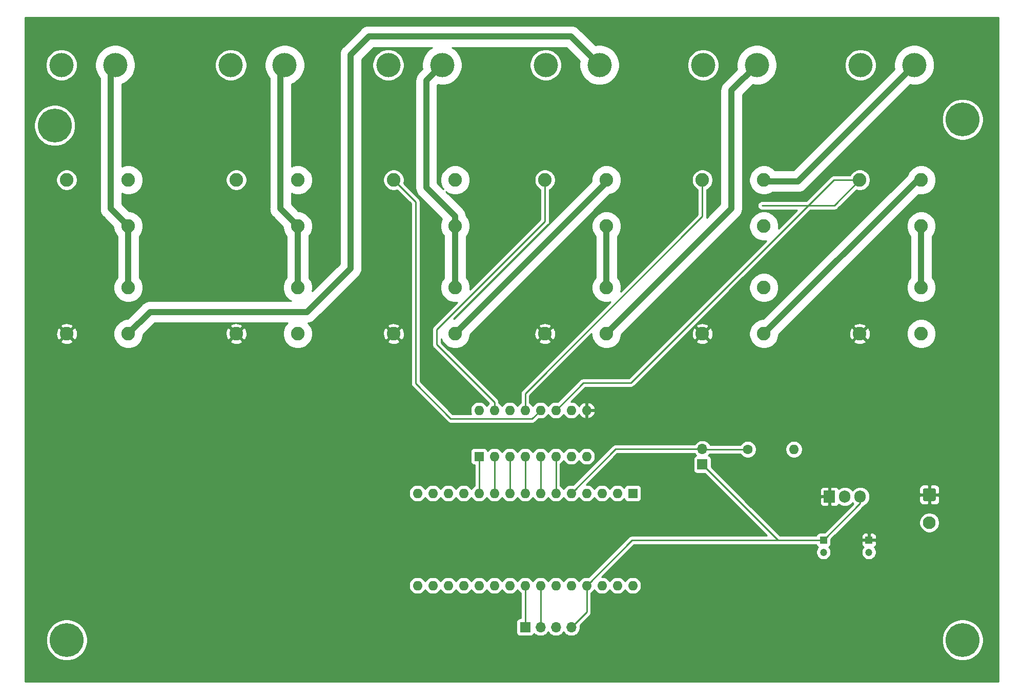
<source format=gbr>
G04 #@! TF.GenerationSoftware,KiCad,Pcbnew,5.1.9+dfsg1-1*
G04 #@! TF.CreationDate,2020-12-31T02:51:56+01:00*
G04 #@! TF.ProjectId,first_try,66697273-745f-4747-9279-2e6b69636164,rev?*
G04 #@! TF.SameCoordinates,Original*
G04 #@! TF.FileFunction,Copper,L1,Top*
G04 #@! TF.FilePolarity,Positive*
%FSLAX46Y46*%
G04 Gerber Fmt 4.6, Leading zero omitted, Abs format (unit mm)*
G04 Created by KiCad (PCBNEW 5.1.9+dfsg1-1) date 2020-12-31 02:51:56*
%MOMM*%
%LPD*%
G01*
G04 APERTURE LIST*
G04 #@! TA.AperFunction,ComponentPad*
%ADD10C,4.000000*%
G04 #@! TD*
G04 #@! TA.AperFunction,ComponentPad*
%ADD11O,1.600000X1.600000*%
G04 #@! TD*
G04 #@! TA.AperFunction,ComponentPad*
%ADD12R,1.600000X1.600000*%
G04 #@! TD*
G04 #@! TA.AperFunction,ComponentPad*
%ADD13C,5.600000*%
G04 #@! TD*
G04 #@! TA.AperFunction,ComponentPad*
%ADD14C,2.100000*%
G04 #@! TD*
G04 #@! TA.AperFunction,ComponentPad*
%ADD15O,1.700000X1.700000*%
G04 #@! TD*
G04 #@! TA.AperFunction,ComponentPad*
%ADD16R,1.700000X1.700000*%
G04 #@! TD*
G04 #@! TA.AperFunction,ComponentPad*
%ADD17C,1.200000*%
G04 #@! TD*
G04 #@! TA.AperFunction,ComponentPad*
%ADD18R,1.200000X1.200000*%
G04 #@! TD*
G04 #@! TA.AperFunction,ComponentPad*
%ADD19O,1.905000X2.000000*%
G04 #@! TD*
G04 #@! TA.AperFunction,ComponentPad*
%ADD20R,1.905000X2.000000*%
G04 #@! TD*
G04 #@! TA.AperFunction,ComponentPad*
%ADD21C,1.600000*%
G04 #@! TD*
G04 #@! TA.AperFunction,ComponentPad*
%ADD22C,2.250000*%
G04 #@! TD*
G04 #@! TA.AperFunction,Conductor*
%ADD23C,0.250000*%
G04 #@! TD*
G04 #@! TA.AperFunction,Conductor*
%ADD24C,1.000000*%
G04 #@! TD*
G04 #@! TA.AperFunction,Conductor*
%ADD25C,0.254000*%
G04 #@! TD*
G04 #@! TA.AperFunction,Conductor*
%ADD26C,0.100000*%
G04 #@! TD*
G04 APERTURE END LIST*
D10*
G04 #@! TO.P,J_IN3,2*
G04 #@! TO.N,GND*
X128110000Y-41000000D03*
G04 #@! TO.P,J_IN3,1*
G04 #@! TO.N,Net-(J_IN3-Pad1)*
X137000000Y-41000000D03*
G04 #@! TD*
G04 #@! TO.P,J_OUT1,2*
G04 #@! TO.N,GND*
X154110000Y-41000000D03*
G04 #@! TO.P,J_OUT1,1*
G04 #@! TO.N,Net-(J_OUT1-Pad1)*
X163000000Y-41000000D03*
G04 #@! TD*
G04 #@! TO.P,J_IN2,2*
G04 #@! TO.N,GND*
X102110000Y-41000000D03*
G04 #@! TO.P,J_IN2,1*
G04 #@! TO.N,Net-(J_IN2-Pad1)*
X111000000Y-41000000D03*
G04 #@! TD*
D11*
G04 #@! TO.P,U1,16*
G04 #@! TO.N,Net-(K1-Pad1)*
X143096000Y-98042000D03*
G04 #@! TO.P,U1,8*
G04 #@! TO.N,GND*
X160876000Y-105662000D03*
G04 #@! TO.P,U1,15*
G04 #@! TO.N,Net-(K2-Pad1)*
X145636000Y-98042000D03*
G04 #@! TO.P,U1,7*
G04 #@! TO.N,N/C*
X158336000Y-105662000D03*
G04 #@! TO.P,U1,14*
G04 #@! TO.N,Net-(K3-Pad1)*
X148176000Y-98042000D03*
G04 #@! TO.P,U1,6*
G04 #@! TO.N,Net-(A1-Pad6)*
X155796000Y-105662000D03*
G04 #@! TO.P,U1,13*
G04 #@! TO.N,Net-(K4-Pad1)*
X150716000Y-98042000D03*
G04 #@! TO.P,U1,5*
G04 #@! TO.N,Net-(A1-Pad7)*
X153256000Y-105662000D03*
G04 #@! TO.P,U1,12*
G04 #@! TO.N,Net-(K5-Pad1)*
X153256000Y-98042000D03*
G04 #@! TO.P,U1,4*
G04 #@! TO.N,Net-(A1-Pad8)*
X150716000Y-105662000D03*
G04 #@! TO.P,U1,11*
G04 #@! TO.N,Net-(K6-Pad1)*
X155796000Y-98042000D03*
G04 #@! TO.P,U1,3*
G04 #@! TO.N,Net-(A1-Pad9)*
X148176000Y-105662000D03*
G04 #@! TO.P,U1,10*
G04 #@! TO.N,N/C*
X158336000Y-98042000D03*
G04 #@! TO.P,U1,2*
G04 #@! TO.N,Net-(A1-Pad10)*
X145636000Y-105662000D03*
G04 #@! TO.P,U1,9*
G04 #@! TO.N,VCC*
X160876000Y-98042000D03*
D12*
G04 #@! TO.P,U1,1*
G04 #@! TO.N,Net-(A1-Pad11)*
X143096000Y-105662000D03*
G04 #@! TD*
D10*
G04 #@! TO.P,J_OUT3,2*
G04 #@! TO.N,GND*
X206110000Y-41000000D03*
G04 #@! TO.P,J_OUT3,1*
G04 #@! TO.N,Net-(J_OUT3-Pad1)*
X215000000Y-41000000D03*
G04 #@! TD*
G04 #@! TO.P,J_IN1,2*
G04 #@! TO.N,GND*
X74110000Y-41000000D03*
G04 #@! TO.P,J_IN1,1*
G04 #@! TO.N,Net-(J_IN1-Pad1)*
X83000000Y-41000000D03*
G04 #@! TD*
D11*
G04 #@! TO.P,A1,16*
G04 #@! TO.N,N/C*
X132936000Y-126998000D03*
G04 #@! TO.P,A1,15*
X132936000Y-111758000D03*
G04 #@! TO.P,A1,30*
X168496000Y-126998000D03*
G04 #@! TO.P,A1,14*
X135476000Y-111758000D03*
G04 #@! TO.P,A1,29*
G04 #@! TO.N,GND*
X165956000Y-126998000D03*
G04 #@! TO.P,A1,13*
G04 #@! TO.N,N/C*
X138016000Y-111758000D03*
G04 #@! TO.P,A1,28*
X163416000Y-126998000D03*
G04 #@! TO.P,A1,12*
X140556000Y-111758000D03*
G04 #@! TO.P,A1,27*
G04 #@! TO.N,Net-(A1-Pad27)*
X160876000Y-126998000D03*
G04 #@! TO.P,A1,11*
G04 #@! TO.N,Net-(A1-Pad11)*
X143096000Y-111758000D03*
G04 #@! TO.P,A1,26*
G04 #@! TO.N,N/C*
X158336000Y-126998000D03*
G04 #@! TO.P,A1,10*
G04 #@! TO.N,Net-(A1-Pad10)*
X145636000Y-111758000D03*
G04 #@! TO.P,A1,25*
G04 #@! TO.N,N/C*
X155796000Y-126998000D03*
G04 #@! TO.P,A1,9*
G04 #@! TO.N,Net-(A1-Pad9)*
X148176000Y-111758000D03*
G04 #@! TO.P,A1,24*
G04 #@! TO.N,Net-(A1-Pad24)*
X153256000Y-126998000D03*
G04 #@! TO.P,A1,8*
G04 #@! TO.N,Net-(A1-Pad8)*
X150716000Y-111758000D03*
G04 #@! TO.P,A1,23*
G04 #@! TO.N,Net-(A1-Pad23)*
X150716000Y-126998000D03*
G04 #@! TO.P,A1,7*
G04 #@! TO.N,Net-(A1-Pad7)*
X153256000Y-111758000D03*
G04 #@! TO.P,A1,22*
G04 #@! TO.N,N/C*
X148176000Y-126998000D03*
G04 #@! TO.P,A1,6*
G04 #@! TO.N,Net-(A1-Pad6)*
X155796000Y-111758000D03*
G04 #@! TO.P,A1,21*
G04 #@! TO.N,N/C*
X145636000Y-126998000D03*
G04 #@! TO.P,A1,5*
G04 #@! TO.N,Net-(A1-Pad5)*
X158336000Y-111758000D03*
G04 #@! TO.P,A1,20*
G04 #@! TO.N,N/C*
X143096000Y-126998000D03*
G04 #@! TO.P,A1,4*
G04 #@! TO.N,GND*
X160876000Y-111758000D03*
G04 #@! TO.P,A1,19*
G04 #@! TO.N,N/C*
X140556000Y-126998000D03*
G04 #@! TO.P,A1,3*
X163416000Y-111758000D03*
G04 #@! TO.P,A1,18*
X138016000Y-126998000D03*
G04 #@! TO.P,A1,2*
X165956000Y-111758000D03*
G04 #@! TO.P,A1,17*
X135476000Y-126998000D03*
D12*
G04 #@! TO.P,A1,1*
X168496000Y-111758000D03*
G04 #@! TD*
D13*
G04 #@! TO.P,H1,1*
G04 #@! TO.N,N/C*
X73000000Y-51000000D03*
G04 #@! TD*
G04 #@! TO.P,H2,1*
G04 #@! TO.N,N/C*
X223000000Y-136000000D03*
G04 #@! TD*
G04 #@! TO.P,H3,1*
G04 #@! TO.N,N/C*
X75000000Y-136000000D03*
G04 #@! TD*
G04 #@! TO.P,H4,1*
G04 #@! TO.N,N/C*
X223000000Y-50000000D03*
G04 #@! TD*
D14*
G04 #@! TO.P,J1,2*
G04 #@! TO.N,GND*
X217500000Y-116600000D03*
G04 #@! TO.P,J1,1*
G04 #@! TO.N,VCC*
G04 #@! TA.AperFunction,ComponentPad*
G36*
G01*
X216700000Y-110950000D02*
X218300000Y-110950000D01*
G75*
G02*
X218550000Y-111200000I0J-250000D01*
G01*
X218550000Y-112800000D01*
G75*
G02*
X218300000Y-113050000I-250000J0D01*
G01*
X216700000Y-113050000D01*
G75*
G02*
X216450000Y-112800000I0J250000D01*
G01*
X216450000Y-111200000D01*
G75*
G02*
X216700000Y-110950000I250000J0D01*
G01*
G37*
G04 #@! TD.AperFunction*
G04 #@! TD*
D15*
G04 #@! TO.P,J2,4*
G04 #@! TO.N,Net-(A1-Pad27)*
X158336000Y-133888000D03*
G04 #@! TO.P,J2,3*
G04 #@! TO.N,GND*
X155796000Y-133888000D03*
G04 #@! TO.P,J2,2*
G04 #@! TO.N,Net-(A1-Pad24)*
X153256000Y-133888000D03*
D16*
G04 #@! TO.P,J2,1*
G04 #@! TO.N,Net-(A1-Pad23)*
X150716000Y-133888000D03*
G04 #@! TD*
D10*
G04 #@! TO.P,J_OUT2,2*
G04 #@! TO.N,GND*
X180110000Y-41000000D03*
G04 #@! TO.P,J_OUT2,1*
G04 #@! TO.N,Net-(J_OUT2-Pad1)*
X189000000Y-41000000D03*
G04 #@! TD*
D17*
G04 #@! TO.P,C1,2*
G04 #@! TO.N,GND*
X207500000Y-121500000D03*
D18*
G04 #@! TO.P,C1,1*
G04 #@! TO.N,VCC*
X207500000Y-119500000D03*
G04 #@! TD*
D17*
G04 #@! TO.P,C2,2*
G04 #@! TO.N,GND*
X200000000Y-121500000D03*
D18*
G04 #@! TO.P,C2,1*
G04 #@! TO.N,Net-(A1-Pad27)*
X200000000Y-119500000D03*
G04 #@! TD*
D19*
G04 #@! TO.P,U2,3*
G04 #@! TO.N,Net-(A1-Pad27)*
X206080000Y-112300000D03*
G04 #@! TO.P,U2,2*
G04 #@! TO.N,GND*
X203540000Y-112300000D03*
D20*
G04 #@! TO.P,U2,1*
G04 #@! TO.N,VCC*
X201000000Y-112300000D03*
G04 #@! TD*
D11*
G04 #@! TO.P,R1,2*
G04 #@! TO.N,GND*
X195120000Y-104500000D03*
D21*
G04 #@! TO.P,R1,1*
G04 #@! TO.N,Net-(A1-Pad5)*
X187500000Y-104500000D03*
G04 #@! TD*
D15*
G04 #@! TO.P,SW1,2*
G04 #@! TO.N,Net-(A1-Pad5)*
X180000000Y-104460000D03*
D16*
G04 #@! TO.P,SW1,1*
G04 #@! TO.N,Net-(A1-Pad27)*
X180000000Y-107000000D03*
G04 #@! TD*
D22*
G04 #@! TO.P,K1,8*
G04 #@! TO.N,Net-(K1-Pad8)*
X85160000Y-60000000D03*
G04 #@! TO.P,K1,7*
G04 #@! TO.N,Net-(J_IN1-Pad1)*
X85160000Y-67620000D03*
G04 #@! TO.P,K1,6*
X85160000Y-77780000D03*
G04 #@! TO.P,K1,5*
G04 #@! TO.N,Net-(J_OUT1-Pad1)*
X85160000Y-85400000D03*
G04 #@! TO.P,K1,4*
G04 #@! TO.N,VCC*
X75000000Y-85400000D03*
G04 #@! TO.P,K1,1*
G04 #@! TO.N,Net-(K1-Pad1)*
X75000000Y-60000000D03*
G04 #@! TD*
G04 #@! TO.P,K2,8*
G04 #@! TO.N,Net-(J_OUT3-Pad1)*
X164160000Y-60000000D03*
G04 #@! TO.P,K2,7*
G04 #@! TO.N,Net-(K1-Pad8)*
X164160000Y-67620000D03*
G04 #@! TO.P,K2,6*
X164160000Y-77780000D03*
G04 #@! TO.P,K2,5*
G04 #@! TO.N,Net-(J_OUT2-Pad1)*
X164160000Y-85400000D03*
G04 #@! TO.P,K2,4*
G04 #@! TO.N,VCC*
X154000000Y-85400000D03*
G04 #@! TO.P,K2,1*
G04 #@! TO.N,Net-(K2-Pad1)*
X154000000Y-60000000D03*
G04 #@! TD*
G04 #@! TO.P,K3,8*
G04 #@! TO.N,Net-(K3-Pad8)*
X113160000Y-60000000D03*
G04 #@! TO.P,K3,7*
G04 #@! TO.N,Net-(J_IN2-Pad1)*
X113160000Y-67620000D03*
G04 #@! TO.P,K3,6*
X113160000Y-77780000D03*
G04 #@! TO.P,K3,5*
G04 #@! TO.N,Net-(J_OUT2-Pad1)*
X113160000Y-85400000D03*
G04 #@! TO.P,K3,4*
G04 #@! TO.N,VCC*
X103000000Y-85400000D03*
G04 #@! TO.P,K3,1*
G04 #@! TO.N,Net-(K3-Pad1)*
X103000000Y-60000000D03*
G04 #@! TD*
G04 #@! TO.P,K4,8*
G04 #@! TO.N,Net-(J_OUT3-Pad1)*
X190160000Y-60000000D03*
G04 #@! TO.P,K4,7*
G04 #@! TO.N,Net-(K3-Pad8)*
X190160000Y-67620000D03*
G04 #@! TO.P,K4,6*
X190160000Y-77780000D03*
G04 #@! TO.P,K4,5*
G04 #@! TO.N,Net-(J_OUT1-Pad1)*
X190160000Y-85400000D03*
G04 #@! TO.P,K4,4*
G04 #@! TO.N,VCC*
X180000000Y-85400000D03*
G04 #@! TO.P,K4,1*
G04 #@! TO.N,Net-(K4-Pad1)*
X180000000Y-60000000D03*
G04 #@! TD*
G04 #@! TO.P,K5,8*
G04 #@! TO.N,Net-(K5-Pad8)*
X139160000Y-60000000D03*
G04 #@! TO.P,K5,7*
G04 #@! TO.N,Net-(J_IN3-Pad1)*
X139160000Y-67620000D03*
G04 #@! TO.P,K5,6*
X139160000Y-77780000D03*
G04 #@! TO.P,K5,5*
G04 #@! TO.N,Net-(J_OUT3-Pad1)*
X139160000Y-85400000D03*
G04 #@! TO.P,K5,4*
G04 #@! TO.N,VCC*
X129000000Y-85400000D03*
G04 #@! TO.P,K5,1*
G04 #@! TO.N,Net-(K5-Pad1)*
X129000000Y-60000000D03*
G04 #@! TD*
G04 #@! TO.P,K6,8*
G04 #@! TO.N,Net-(J_OUT1-Pad1)*
X216160000Y-60000000D03*
G04 #@! TO.P,K6,7*
G04 #@! TO.N,Net-(K5-Pad8)*
X216160000Y-67620000D03*
G04 #@! TO.P,K6,6*
X216160000Y-77780000D03*
G04 #@! TO.P,K6,5*
G04 #@! TO.N,Net-(J_OUT2-Pad1)*
X216160000Y-85400000D03*
G04 #@! TO.P,K6,4*
G04 #@! TO.N,VCC*
X206000000Y-85400000D03*
G04 #@! TO.P,K6,1*
G04 #@! TO.N,Net-(K6-Pad1)*
X206000000Y-60000000D03*
G04 #@! TD*
D23*
G04 #@! TO.N,Net-(A1-Pad11)*
X143096000Y-105662000D02*
X143096000Y-111758000D01*
G04 #@! TO.N,Net-(A1-Pad10)*
X145636000Y-105662000D02*
X145636000Y-111758000D01*
G04 #@! TO.N,Net-(A1-Pad9)*
X148176000Y-105662000D02*
X148176000Y-111758000D01*
G04 #@! TO.N,Net-(A1-Pad8)*
X150716000Y-105662000D02*
X150716000Y-111758000D01*
G04 #@! TO.N,Net-(A1-Pad7)*
X153256000Y-105662000D02*
X153256000Y-111758000D01*
G04 #@! TO.N,Net-(A1-Pad6)*
X155796000Y-105662000D02*
X155796000Y-111758000D01*
D24*
G04 #@! TO.N,Net-(J_IN1-Pad1)*
X85160000Y-67620000D02*
X82295000Y-64755000D01*
X82295000Y-64755000D02*
X82295000Y-41705000D01*
X82295000Y-41705000D02*
X83000000Y-41000000D01*
X85160000Y-77780000D02*
X85160000Y-67620000D01*
G04 #@! TO.N,Net-(J_IN2-Pad1)*
X113160000Y-67620000D02*
X110295000Y-64755000D01*
X110295000Y-64755000D02*
X110295000Y-41705000D01*
X110295000Y-41705000D02*
X111000000Y-41000000D01*
X113160000Y-77780000D02*
X113160000Y-67620000D01*
G04 #@! TO.N,Net-(J_IN3-Pad1)*
X139160000Y-77780000D02*
X139160000Y-67620000D01*
X134400000Y-43600000D02*
X137000000Y-41000000D01*
X134400000Y-61269010D02*
X134400000Y-43600000D01*
X139160000Y-66029010D02*
X134400000Y-61269010D01*
X139160000Y-67620000D02*
X139160000Y-66029010D01*
G04 #@! TO.N,Net-(J_OUT1-Pad1)*
X88760000Y-81800000D02*
X85160000Y-85400000D01*
X114700000Y-81800000D02*
X88760000Y-81800000D01*
X121910200Y-74589800D02*
X114700000Y-81800000D01*
X121910200Y-39289800D02*
X121910200Y-74589800D01*
X124900000Y-36300000D02*
X121910200Y-39289800D01*
X158300000Y-36300000D02*
X124900000Y-36300000D01*
X163000000Y-41000000D02*
X158300000Y-36300000D01*
X215360000Y-60200000D02*
X216160000Y-60200000D01*
X190160000Y-85400000D02*
X215360000Y-60200000D01*
G04 #@! TO.N,Net-(J_OUT2-Pad1)*
X164160000Y-85400000D02*
X184800000Y-64760000D01*
X184800000Y-45200000D02*
X189000000Y-41000000D01*
X184800000Y-64760000D02*
X184800000Y-45200000D01*
G04 #@! TO.N,Net-(J_OUT3-Pad1)*
X139160000Y-85400000D02*
X164160000Y-60400000D01*
X164160000Y-60400000D02*
X164160000Y-60200000D01*
X190160000Y-60200000D02*
X195800000Y-60200000D01*
X195800000Y-60200000D02*
X215000000Y-41000000D01*
G04 #@! TO.N,Net-(K1-Pad8)*
X164160000Y-67620000D02*
X164160000Y-77780000D01*
G04 #@! TO.N,Net-(K5-Pad8)*
X216160000Y-77780000D02*
X216160000Y-67620000D01*
D23*
G04 #@! TO.N,Net-(A1-Pad27)*
X206080000Y-112300000D02*
X206080000Y-113420000D01*
X206080000Y-113420000D02*
X200000000Y-119500000D01*
X180000000Y-107000000D02*
X192500000Y-119500000D01*
X200000000Y-119500000D02*
X192500000Y-119500000D01*
X192500000Y-119500000D02*
X168374000Y-119500000D01*
X168374000Y-119500000D02*
X160876000Y-126998000D01*
X160876000Y-126998000D02*
X160876000Y-131348000D01*
X160876000Y-131348000D02*
X158336000Y-133888000D01*
G04 #@! TO.N,Net-(A1-Pad24)*
X153256000Y-126998000D02*
X153256000Y-133888000D01*
G04 #@! TO.N,Net-(A1-Pad23)*
X150716000Y-133888000D02*
X150716000Y-126998000D01*
G04 #@! TO.N,Net-(K2-Pad1)*
X145636000Y-96716700D02*
X145636000Y-98042000D01*
X154000000Y-66803450D02*
X136100000Y-84703450D01*
X136100000Y-87180700D02*
X145636000Y-96716700D01*
X136100000Y-84703450D02*
X136100000Y-87180700D01*
X154000000Y-60000000D02*
X154000000Y-66803450D01*
G04 #@! TO.N,Net-(K4-Pad1)*
X180000000Y-60000000D02*
X180000000Y-66022300D01*
X180000000Y-66022300D02*
X150716000Y-95306300D01*
X150716000Y-95306300D02*
X150716000Y-98042000D01*
G04 #@! TO.N,Net-(K5-Pad1)*
X132600000Y-63600000D02*
X129000000Y-60000000D01*
X132600000Y-93600000D02*
X132600000Y-63600000D01*
X138420900Y-99420900D02*
X132600000Y-93600000D01*
X151877100Y-99420900D02*
X138420900Y-99420900D01*
X153256000Y-98042000D02*
X151877100Y-99420900D01*
G04 #@! TO.N,Net-(K6-Pad1)*
X155796000Y-98042000D02*
X156027000Y-98042000D01*
X189844900Y-64224100D02*
X201775900Y-64224100D01*
X201775900Y-64224100D02*
X206000000Y-60000000D01*
X155796000Y-98042000D02*
X160338000Y-93500000D01*
X160338000Y-93500000D02*
X168200000Y-93500000D01*
X201700000Y-60000000D02*
X206000000Y-60000000D01*
X168200000Y-93500000D02*
X201700000Y-60000000D01*
G04 #@! TO.N,Net-(A1-Pad5)*
X180000000Y-104460000D02*
X165634000Y-104460000D01*
X165634000Y-104460000D02*
X158336000Y-111758000D01*
X187500000Y-104500000D02*
X180040000Y-104500000D01*
X180040000Y-104500000D02*
X180000000Y-104460000D01*
G04 #@! TD*
D25*
G04 #@! TO.N,VCC*
X228873000Y-142873000D02*
X68127000Y-142873000D01*
X68127000Y-135661682D01*
X71565000Y-135661682D01*
X71565000Y-136338318D01*
X71697006Y-137001952D01*
X71955943Y-137627082D01*
X72331862Y-138189685D01*
X72810315Y-138668138D01*
X73372918Y-139044057D01*
X73998048Y-139302994D01*
X74661682Y-139435000D01*
X75338318Y-139435000D01*
X76001952Y-139302994D01*
X76627082Y-139044057D01*
X77189685Y-138668138D01*
X77668138Y-138189685D01*
X78044057Y-137627082D01*
X78302994Y-137001952D01*
X78435000Y-136338318D01*
X78435000Y-135661682D01*
X219565000Y-135661682D01*
X219565000Y-136338318D01*
X219697006Y-137001952D01*
X219955943Y-137627082D01*
X220331862Y-138189685D01*
X220810315Y-138668138D01*
X221372918Y-139044057D01*
X221998048Y-139302994D01*
X222661682Y-139435000D01*
X223338318Y-139435000D01*
X224001952Y-139302994D01*
X224627082Y-139044057D01*
X225189685Y-138668138D01*
X225668138Y-138189685D01*
X226044057Y-137627082D01*
X226302994Y-137001952D01*
X226435000Y-136338318D01*
X226435000Y-135661682D01*
X226302994Y-134998048D01*
X226044057Y-134372918D01*
X225668138Y-133810315D01*
X225189685Y-133331862D01*
X224627082Y-132955943D01*
X224001952Y-132697006D01*
X223338318Y-132565000D01*
X222661682Y-132565000D01*
X221998048Y-132697006D01*
X221372918Y-132955943D01*
X220810315Y-133331862D01*
X220331862Y-133810315D01*
X219955943Y-134372918D01*
X219697006Y-134998048D01*
X219565000Y-135661682D01*
X78435000Y-135661682D01*
X78302994Y-134998048D01*
X78044057Y-134372918D01*
X77668138Y-133810315D01*
X77189685Y-133331862D01*
X76627082Y-132955943D01*
X76001952Y-132697006D01*
X75338318Y-132565000D01*
X74661682Y-132565000D01*
X73998048Y-132697006D01*
X73372918Y-132955943D01*
X72810315Y-133331862D01*
X72331862Y-133810315D01*
X71955943Y-134372918D01*
X71697006Y-134998048D01*
X71565000Y-135661682D01*
X68127000Y-135661682D01*
X68127000Y-111616665D01*
X131501000Y-111616665D01*
X131501000Y-111899335D01*
X131556147Y-112176574D01*
X131664320Y-112437727D01*
X131821363Y-112672759D01*
X132021241Y-112872637D01*
X132256273Y-113029680D01*
X132517426Y-113137853D01*
X132794665Y-113193000D01*
X133077335Y-113193000D01*
X133354574Y-113137853D01*
X133615727Y-113029680D01*
X133850759Y-112872637D01*
X134050637Y-112672759D01*
X134206000Y-112440241D01*
X134361363Y-112672759D01*
X134561241Y-112872637D01*
X134796273Y-113029680D01*
X135057426Y-113137853D01*
X135334665Y-113193000D01*
X135617335Y-113193000D01*
X135894574Y-113137853D01*
X136155727Y-113029680D01*
X136390759Y-112872637D01*
X136590637Y-112672759D01*
X136746000Y-112440241D01*
X136901363Y-112672759D01*
X137101241Y-112872637D01*
X137336273Y-113029680D01*
X137597426Y-113137853D01*
X137874665Y-113193000D01*
X138157335Y-113193000D01*
X138434574Y-113137853D01*
X138695727Y-113029680D01*
X138930759Y-112872637D01*
X139130637Y-112672759D01*
X139286000Y-112440241D01*
X139441363Y-112672759D01*
X139641241Y-112872637D01*
X139876273Y-113029680D01*
X140137426Y-113137853D01*
X140414665Y-113193000D01*
X140697335Y-113193000D01*
X140974574Y-113137853D01*
X141235727Y-113029680D01*
X141470759Y-112872637D01*
X141670637Y-112672759D01*
X141826000Y-112440241D01*
X141981363Y-112672759D01*
X142181241Y-112872637D01*
X142416273Y-113029680D01*
X142677426Y-113137853D01*
X142954665Y-113193000D01*
X143237335Y-113193000D01*
X143514574Y-113137853D01*
X143775727Y-113029680D01*
X144010759Y-112872637D01*
X144210637Y-112672759D01*
X144366000Y-112440241D01*
X144521363Y-112672759D01*
X144721241Y-112872637D01*
X144956273Y-113029680D01*
X145217426Y-113137853D01*
X145494665Y-113193000D01*
X145777335Y-113193000D01*
X146054574Y-113137853D01*
X146315727Y-113029680D01*
X146550759Y-112872637D01*
X146750637Y-112672759D01*
X146906000Y-112440241D01*
X147061363Y-112672759D01*
X147261241Y-112872637D01*
X147496273Y-113029680D01*
X147757426Y-113137853D01*
X148034665Y-113193000D01*
X148317335Y-113193000D01*
X148594574Y-113137853D01*
X148855727Y-113029680D01*
X149090759Y-112872637D01*
X149290637Y-112672759D01*
X149446000Y-112440241D01*
X149601363Y-112672759D01*
X149801241Y-112872637D01*
X150036273Y-113029680D01*
X150297426Y-113137853D01*
X150574665Y-113193000D01*
X150857335Y-113193000D01*
X151134574Y-113137853D01*
X151395727Y-113029680D01*
X151630759Y-112872637D01*
X151830637Y-112672759D01*
X151986000Y-112440241D01*
X152141363Y-112672759D01*
X152341241Y-112872637D01*
X152576273Y-113029680D01*
X152837426Y-113137853D01*
X153114665Y-113193000D01*
X153397335Y-113193000D01*
X153674574Y-113137853D01*
X153935727Y-113029680D01*
X154170759Y-112872637D01*
X154370637Y-112672759D01*
X154526000Y-112440241D01*
X154681363Y-112672759D01*
X154881241Y-112872637D01*
X155116273Y-113029680D01*
X155377426Y-113137853D01*
X155654665Y-113193000D01*
X155937335Y-113193000D01*
X156214574Y-113137853D01*
X156475727Y-113029680D01*
X156710759Y-112872637D01*
X156910637Y-112672759D01*
X157066000Y-112440241D01*
X157221363Y-112672759D01*
X157421241Y-112872637D01*
X157656273Y-113029680D01*
X157917426Y-113137853D01*
X158194665Y-113193000D01*
X158477335Y-113193000D01*
X158754574Y-113137853D01*
X159015727Y-113029680D01*
X159250759Y-112872637D01*
X159450637Y-112672759D01*
X159606000Y-112440241D01*
X159761363Y-112672759D01*
X159961241Y-112872637D01*
X160196273Y-113029680D01*
X160457426Y-113137853D01*
X160734665Y-113193000D01*
X161017335Y-113193000D01*
X161294574Y-113137853D01*
X161555727Y-113029680D01*
X161790759Y-112872637D01*
X161990637Y-112672759D01*
X162146000Y-112440241D01*
X162301363Y-112672759D01*
X162501241Y-112872637D01*
X162736273Y-113029680D01*
X162997426Y-113137853D01*
X163274665Y-113193000D01*
X163557335Y-113193000D01*
X163834574Y-113137853D01*
X164095727Y-113029680D01*
X164330759Y-112872637D01*
X164530637Y-112672759D01*
X164686000Y-112440241D01*
X164841363Y-112672759D01*
X165041241Y-112872637D01*
X165276273Y-113029680D01*
X165537426Y-113137853D01*
X165814665Y-113193000D01*
X166097335Y-113193000D01*
X166374574Y-113137853D01*
X166635727Y-113029680D01*
X166870759Y-112872637D01*
X167069357Y-112674039D01*
X167070188Y-112682482D01*
X167106498Y-112802180D01*
X167165463Y-112912494D01*
X167244815Y-113009185D01*
X167341506Y-113088537D01*
X167451820Y-113147502D01*
X167571518Y-113183812D01*
X167696000Y-113196072D01*
X169296000Y-113196072D01*
X169420482Y-113183812D01*
X169540180Y-113147502D01*
X169650494Y-113088537D01*
X169747185Y-113009185D01*
X169826537Y-112912494D01*
X169885502Y-112802180D01*
X169921812Y-112682482D01*
X169934072Y-112558000D01*
X169934072Y-110958000D01*
X169921812Y-110833518D01*
X169885502Y-110713820D01*
X169826537Y-110603506D01*
X169747185Y-110506815D01*
X169650494Y-110427463D01*
X169540180Y-110368498D01*
X169420482Y-110332188D01*
X169296000Y-110319928D01*
X167696000Y-110319928D01*
X167571518Y-110332188D01*
X167451820Y-110368498D01*
X167341506Y-110427463D01*
X167244815Y-110506815D01*
X167165463Y-110603506D01*
X167106498Y-110713820D01*
X167070188Y-110833518D01*
X167069357Y-110841961D01*
X166870759Y-110643363D01*
X166635727Y-110486320D01*
X166374574Y-110378147D01*
X166097335Y-110323000D01*
X165814665Y-110323000D01*
X165537426Y-110378147D01*
X165276273Y-110486320D01*
X165041241Y-110643363D01*
X164841363Y-110843241D01*
X164686000Y-111075759D01*
X164530637Y-110843241D01*
X164330759Y-110643363D01*
X164095727Y-110486320D01*
X163834574Y-110378147D01*
X163557335Y-110323000D01*
X163274665Y-110323000D01*
X162997426Y-110378147D01*
X162736273Y-110486320D01*
X162501241Y-110643363D01*
X162301363Y-110843241D01*
X162146000Y-111075759D01*
X161990637Y-110843241D01*
X161790759Y-110643363D01*
X161555727Y-110486320D01*
X161294574Y-110378147D01*
X161017335Y-110323000D01*
X160845801Y-110323000D01*
X165948802Y-105220000D01*
X178721822Y-105220000D01*
X178846525Y-105406632D01*
X178978380Y-105538487D01*
X178905820Y-105560498D01*
X178795506Y-105619463D01*
X178698815Y-105698815D01*
X178619463Y-105795506D01*
X178560498Y-105905820D01*
X178524188Y-106025518D01*
X178511928Y-106150000D01*
X178511928Y-107850000D01*
X178524188Y-107974482D01*
X178560498Y-108094180D01*
X178619463Y-108204494D01*
X178698815Y-108301185D01*
X178795506Y-108380537D01*
X178905820Y-108439502D01*
X179025518Y-108475812D01*
X179150000Y-108488072D01*
X180413271Y-108488072D01*
X190665198Y-118740000D01*
X168411322Y-118740000D01*
X168373999Y-118736324D01*
X168336676Y-118740000D01*
X168336667Y-118740000D01*
X168225014Y-118750997D01*
X168081753Y-118794454D01*
X167949724Y-118865026D01*
X167833999Y-118959999D01*
X167810201Y-118988997D01*
X161199887Y-125599312D01*
X161017335Y-125563000D01*
X160734665Y-125563000D01*
X160457426Y-125618147D01*
X160196273Y-125726320D01*
X159961241Y-125883363D01*
X159761363Y-126083241D01*
X159606000Y-126315759D01*
X159450637Y-126083241D01*
X159250759Y-125883363D01*
X159015727Y-125726320D01*
X158754574Y-125618147D01*
X158477335Y-125563000D01*
X158194665Y-125563000D01*
X157917426Y-125618147D01*
X157656273Y-125726320D01*
X157421241Y-125883363D01*
X157221363Y-126083241D01*
X157066000Y-126315759D01*
X156910637Y-126083241D01*
X156710759Y-125883363D01*
X156475727Y-125726320D01*
X156214574Y-125618147D01*
X155937335Y-125563000D01*
X155654665Y-125563000D01*
X155377426Y-125618147D01*
X155116273Y-125726320D01*
X154881241Y-125883363D01*
X154681363Y-126083241D01*
X154526000Y-126315759D01*
X154370637Y-126083241D01*
X154170759Y-125883363D01*
X153935727Y-125726320D01*
X153674574Y-125618147D01*
X153397335Y-125563000D01*
X153114665Y-125563000D01*
X152837426Y-125618147D01*
X152576273Y-125726320D01*
X152341241Y-125883363D01*
X152141363Y-126083241D01*
X151986000Y-126315759D01*
X151830637Y-126083241D01*
X151630759Y-125883363D01*
X151395727Y-125726320D01*
X151134574Y-125618147D01*
X150857335Y-125563000D01*
X150574665Y-125563000D01*
X150297426Y-125618147D01*
X150036273Y-125726320D01*
X149801241Y-125883363D01*
X149601363Y-126083241D01*
X149446000Y-126315759D01*
X149290637Y-126083241D01*
X149090759Y-125883363D01*
X148855727Y-125726320D01*
X148594574Y-125618147D01*
X148317335Y-125563000D01*
X148034665Y-125563000D01*
X147757426Y-125618147D01*
X147496273Y-125726320D01*
X147261241Y-125883363D01*
X147061363Y-126083241D01*
X146906000Y-126315759D01*
X146750637Y-126083241D01*
X146550759Y-125883363D01*
X146315727Y-125726320D01*
X146054574Y-125618147D01*
X145777335Y-125563000D01*
X145494665Y-125563000D01*
X145217426Y-125618147D01*
X144956273Y-125726320D01*
X144721241Y-125883363D01*
X144521363Y-126083241D01*
X144366000Y-126315759D01*
X144210637Y-126083241D01*
X144010759Y-125883363D01*
X143775727Y-125726320D01*
X143514574Y-125618147D01*
X143237335Y-125563000D01*
X142954665Y-125563000D01*
X142677426Y-125618147D01*
X142416273Y-125726320D01*
X142181241Y-125883363D01*
X141981363Y-126083241D01*
X141826000Y-126315759D01*
X141670637Y-126083241D01*
X141470759Y-125883363D01*
X141235727Y-125726320D01*
X140974574Y-125618147D01*
X140697335Y-125563000D01*
X140414665Y-125563000D01*
X140137426Y-125618147D01*
X139876273Y-125726320D01*
X139641241Y-125883363D01*
X139441363Y-126083241D01*
X139286000Y-126315759D01*
X139130637Y-126083241D01*
X138930759Y-125883363D01*
X138695727Y-125726320D01*
X138434574Y-125618147D01*
X138157335Y-125563000D01*
X137874665Y-125563000D01*
X137597426Y-125618147D01*
X137336273Y-125726320D01*
X137101241Y-125883363D01*
X136901363Y-126083241D01*
X136746000Y-126315759D01*
X136590637Y-126083241D01*
X136390759Y-125883363D01*
X136155727Y-125726320D01*
X135894574Y-125618147D01*
X135617335Y-125563000D01*
X135334665Y-125563000D01*
X135057426Y-125618147D01*
X134796273Y-125726320D01*
X134561241Y-125883363D01*
X134361363Y-126083241D01*
X134206000Y-126315759D01*
X134050637Y-126083241D01*
X133850759Y-125883363D01*
X133615727Y-125726320D01*
X133354574Y-125618147D01*
X133077335Y-125563000D01*
X132794665Y-125563000D01*
X132517426Y-125618147D01*
X132256273Y-125726320D01*
X132021241Y-125883363D01*
X131821363Y-126083241D01*
X131664320Y-126318273D01*
X131556147Y-126579426D01*
X131501000Y-126856665D01*
X131501000Y-127139335D01*
X131556147Y-127416574D01*
X131664320Y-127677727D01*
X131821363Y-127912759D01*
X132021241Y-128112637D01*
X132256273Y-128269680D01*
X132517426Y-128377853D01*
X132794665Y-128433000D01*
X133077335Y-128433000D01*
X133354574Y-128377853D01*
X133615727Y-128269680D01*
X133850759Y-128112637D01*
X134050637Y-127912759D01*
X134206000Y-127680241D01*
X134361363Y-127912759D01*
X134561241Y-128112637D01*
X134796273Y-128269680D01*
X135057426Y-128377853D01*
X135334665Y-128433000D01*
X135617335Y-128433000D01*
X135894574Y-128377853D01*
X136155727Y-128269680D01*
X136390759Y-128112637D01*
X136590637Y-127912759D01*
X136746000Y-127680241D01*
X136901363Y-127912759D01*
X137101241Y-128112637D01*
X137336273Y-128269680D01*
X137597426Y-128377853D01*
X137874665Y-128433000D01*
X138157335Y-128433000D01*
X138434574Y-128377853D01*
X138695727Y-128269680D01*
X138930759Y-128112637D01*
X139130637Y-127912759D01*
X139286000Y-127680241D01*
X139441363Y-127912759D01*
X139641241Y-128112637D01*
X139876273Y-128269680D01*
X140137426Y-128377853D01*
X140414665Y-128433000D01*
X140697335Y-128433000D01*
X140974574Y-128377853D01*
X141235727Y-128269680D01*
X141470759Y-128112637D01*
X141670637Y-127912759D01*
X141826000Y-127680241D01*
X141981363Y-127912759D01*
X142181241Y-128112637D01*
X142416273Y-128269680D01*
X142677426Y-128377853D01*
X142954665Y-128433000D01*
X143237335Y-128433000D01*
X143514574Y-128377853D01*
X143775727Y-128269680D01*
X144010759Y-128112637D01*
X144210637Y-127912759D01*
X144366000Y-127680241D01*
X144521363Y-127912759D01*
X144721241Y-128112637D01*
X144956273Y-128269680D01*
X145217426Y-128377853D01*
X145494665Y-128433000D01*
X145777335Y-128433000D01*
X146054574Y-128377853D01*
X146315727Y-128269680D01*
X146550759Y-128112637D01*
X146750637Y-127912759D01*
X146906000Y-127680241D01*
X147061363Y-127912759D01*
X147261241Y-128112637D01*
X147496273Y-128269680D01*
X147757426Y-128377853D01*
X148034665Y-128433000D01*
X148317335Y-128433000D01*
X148594574Y-128377853D01*
X148855727Y-128269680D01*
X149090759Y-128112637D01*
X149290637Y-127912759D01*
X149446000Y-127680241D01*
X149601363Y-127912759D01*
X149801241Y-128112637D01*
X149956001Y-128216044D01*
X149956000Y-132399928D01*
X149866000Y-132399928D01*
X149741518Y-132412188D01*
X149621820Y-132448498D01*
X149511506Y-132507463D01*
X149414815Y-132586815D01*
X149335463Y-132683506D01*
X149276498Y-132793820D01*
X149240188Y-132913518D01*
X149227928Y-133038000D01*
X149227928Y-134738000D01*
X149240188Y-134862482D01*
X149276498Y-134982180D01*
X149335463Y-135092494D01*
X149414815Y-135189185D01*
X149511506Y-135268537D01*
X149621820Y-135327502D01*
X149741518Y-135363812D01*
X149866000Y-135376072D01*
X151566000Y-135376072D01*
X151690482Y-135363812D01*
X151810180Y-135327502D01*
X151920494Y-135268537D01*
X152017185Y-135189185D01*
X152096537Y-135092494D01*
X152155502Y-134982180D01*
X152177513Y-134909620D01*
X152309368Y-135041475D01*
X152552589Y-135203990D01*
X152822842Y-135315932D01*
X153109740Y-135373000D01*
X153402260Y-135373000D01*
X153689158Y-135315932D01*
X153959411Y-135203990D01*
X154202632Y-135041475D01*
X154409475Y-134834632D01*
X154526000Y-134660240D01*
X154642525Y-134834632D01*
X154849368Y-135041475D01*
X155092589Y-135203990D01*
X155362842Y-135315932D01*
X155649740Y-135373000D01*
X155942260Y-135373000D01*
X156229158Y-135315932D01*
X156499411Y-135203990D01*
X156742632Y-135041475D01*
X156949475Y-134834632D01*
X157066000Y-134660240D01*
X157182525Y-134834632D01*
X157389368Y-135041475D01*
X157632589Y-135203990D01*
X157902842Y-135315932D01*
X158189740Y-135373000D01*
X158482260Y-135373000D01*
X158769158Y-135315932D01*
X159039411Y-135203990D01*
X159282632Y-135041475D01*
X159489475Y-134834632D01*
X159651990Y-134591411D01*
X159763932Y-134321158D01*
X159821000Y-134034260D01*
X159821000Y-133741740D01*
X159777210Y-133521592D01*
X161387008Y-131911795D01*
X161416001Y-131888001D01*
X161439795Y-131859008D01*
X161439799Y-131859004D01*
X161510973Y-131772277D01*
X161510974Y-131772276D01*
X161581546Y-131640247D01*
X161625003Y-131496986D01*
X161636000Y-131385333D01*
X161636000Y-131385324D01*
X161639676Y-131348001D01*
X161636000Y-131310678D01*
X161636000Y-128216043D01*
X161790759Y-128112637D01*
X161990637Y-127912759D01*
X162146000Y-127680241D01*
X162301363Y-127912759D01*
X162501241Y-128112637D01*
X162736273Y-128269680D01*
X162997426Y-128377853D01*
X163274665Y-128433000D01*
X163557335Y-128433000D01*
X163834574Y-128377853D01*
X164095727Y-128269680D01*
X164330759Y-128112637D01*
X164530637Y-127912759D01*
X164686000Y-127680241D01*
X164841363Y-127912759D01*
X165041241Y-128112637D01*
X165276273Y-128269680D01*
X165537426Y-128377853D01*
X165814665Y-128433000D01*
X166097335Y-128433000D01*
X166374574Y-128377853D01*
X166635727Y-128269680D01*
X166870759Y-128112637D01*
X167070637Y-127912759D01*
X167226000Y-127680241D01*
X167381363Y-127912759D01*
X167581241Y-128112637D01*
X167816273Y-128269680D01*
X168077426Y-128377853D01*
X168354665Y-128433000D01*
X168637335Y-128433000D01*
X168914574Y-128377853D01*
X169175727Y-128269680D01*
X169410759Y-128112637D01*
X169610637Y-127912759D01*
X169767680Y-127677727D01*
X169875853Y-127416574D01*
X169931000Y-127139335D01*
X169931000Y-126856665D01*
X169875853Y-126579426D01*
X169767680Y-126318273D01*
X169610637Y-126083241D01*
X169410759Y-125883363D01*
X169175727Y-125726320D01*
X168914574Y-125618147D01*
X168637335Y-125563000D01*
X168354665Y-125563000D01*
X168077426Y-125618147D01*
X167816273Y-125726320D01*
X167581241Y-125883363D01*
X167381363Y-126083241D01*
X167226000Y-126315759D01*
X167070637Y-126083241D01*
X166870759Y-125883363D01*
X166635727Y-125726320D01*
X166374574Y-125618147D01*
X166097335Y-125563000D01*
X165814665Y-125563000D01*
X165537426Y-125618147D01*
X165276273Y-125726320D01*
X165041241Y-125883363D01*
X164841363Y-126083241D01*
X164686000Y-126315759D01*
X164530637Y-126083241D01*
X164330759Y-125883363D01*
X164095727Y-125726320D01*
X163834574Y-125618147D01*
X163557335Y-125563000D01*
X163385801Y-125563000D01*
X168688802Y-120260000D01*
X192462667Y-120260000D01*
X192500000Y-120263677D01*
X192537333Y-120260000D01*
X198784962Y-120260000D01*
X198810498Y-120344180D01*
X198869463Y-120454494D01*
X198948815Y-120551185D01*
X199045506Y-120630537D01*
X199095947Y-120657499D01*
X199040713Y-120712733D01*
X198905557Y-120915008D01*
X198812460Y-121139764D01*
X198765000Y-121378363D01*
X198765000Y-121621637D01*
X198812460Y-121860236D01*
X198905557Y-122084992D01*
X199040713Y-122287267D01*
X199212733Y-122459287D01*
X199415008Y-122594443D01*
X199639764Y-122687540D01*
X199878363Y-122735000D01*
X200121637Y-122735000D01*
X200360236Y-122687540D01*
X200584992Y-122594443D01*
X200787267Y-122459287D01*
X200959287Y-122287267D01*
X201094443Y-122084992D01*
X201187540Y-121860236D01*
X201235000Y-121621637D01*
X201235000Y-121378363D01*
X201187540Y-121139764D01*
X201094443Y-120915008D01*
X200959287Y-120712733D01*
X200904053Y-120657499D01*
X200954494Y-120630537D01*
X201051185Y-120551185D01*
X201130537Y-120454494D01*
X201189502Y-120344180D01*
X201225812Y-120224482D01*
X201238072Y-120100000D01*
X206261928Y-120100000D01*
X206274188Y-120224482D01*
X206310498Y-120344180D01*
X206369463Y-120454494D01*
X206448815Y-120551185D01*
X206545506Y-120630537D01*
X206595947Y-120657499D01*
X206540713Y-120712733D01*
X206405557Y-120915008D01*
X206312460Y-121139764D01*
X206265000Y-121378363D01*
X206265000Y-121621637D01*
X206312460Y-121860236D01*
X206405557Y-122084992D01*
X206540713Y-122287267D01*
X206712733Y-122459287D01*
X206915008Y-122594443D01*
X207139764Y-122687540D01*
X207378363Y-122735000D01*
X207621637Y-122735000D01*
X207860236Y-122687540D01*
X208084992Y-122594443D01*
X208287267Y-122459287D01*
X208459287Y-122287267D01*
X208594443Y-122084992D01*
X208687540Y-121860236D01*
X208735000Y-121621637D01*
X208735000Y-121378363D01*
X208687540Y-121139764D01*
X208594443Y-120915008D01*
X208459287Y-120712733D01*
X208404053Y-120657499D01*
X208454494Y-120630537D01*
X208551185Y-120551185D01*
X208630537Y-120454494D01*
X208689502Y-120344180D01*
X208725812Y-120224482D01*
X208738072Y-120100000D01*
X208735000Y-119785750D01*
X208576250Y-119627000D01*
X207627000Y-119627000D01*
X207627000Y-119647000D01*
X207373000Y-119647000D01*
X207373000Y-119627000D01*
X206423750Y-119627000D01*
X206265000Y-119785750D01*
X206261928Y-120100000D01*
X201238072Y-120100000D01*
X201238072Y-119336729D01*
X201674801Y-118900000D01*
X206261928Y-118900000D01*
X206265000Y-119214250D01*
X206423750Y-119373000D01*
X207373000Y-119373000D01*
X207373000Y-118423750D01*
X207627000Y-118423750D01*
X207627000Y-119373000D01*
X208576250Y-119373000D01*
X208735000Y-119214250D01*
X208738072Y-118900000D01*
X208725812Y-118775518D01*
X208689502Y-118655820D01*
X208630537Y-118545506D01*
X208551185Y-118448815D01*
X208454494Y-118369463D01*
X208344180Y-118310498D01*
X208224482Y-118274188D01*
X208100000Y-118261928D01*
X207785750Y-118265000D01*
X207627000Y-118423750D01*
X207373000Y-118423750D01*
X207214250Y-118265000D01*
X206900000Y-118261928D01*
X206775518Y-118274188D01*
X206655820Y-118310498D01*
X206545506Y-118369463D01*
X206448815Y-118448815D01*
X206369463Y-118545506D01*
X206310498Y-118655820D01*
X206274188Y-118775518D01*
X206261928Y-118900000D01*
X201674801Y-118900000D01*
X204140760Y-116434042D01*
X215815000Y-116434042D01*
X215815000Y-116765958D01*
X215879754Y-117091496D01*
X216006772Y-117398147D01*
X216191175Y-117674125D01*
X216425875Y-117908825D01*
X216701853Y-118093228D01*
X217008504Y-118220246D01*
X217334042Y-118285000D01*
X217665958Y-118285000D01*
X217991496Y-118220246D01*
X218298147Y-118093228D01*
X218574125Y-117908825D01*
X218808825Y-117674125D01*
X218993228Y-117398147D01*
X219120246Y-117091496D01*
X219185000Y-116765958D01*
X219185000Y-116434042D01*
X219120246Y-116108504D01*
X218993228Y-115801853D01*
X218808825Y-115525875D01*
X218574125Y-115291175D01*
X218298147Y-115106772D01*
X217991496Y-114979754D01*
X217665958Y-114915000D01*
X217334042Y-114915000D01*
X217008504Y-114979754D01*
X216701853Y-115106772D01*
X216425875Y-115291175D01*
X216191175Y-115525875D01*
X216006772Y-115801853D01*
X215879754Y-116108504D01*
X215815000Y-116434042D01*
X204140760Y-116434042D01*
X206591008Y-113983795D01*
X206620001Y-113960001D01*
X206643795Y-113931008D01*
X206643799Y-113931004D01*
X206714973Y-113844277D01*
X206714974Y-113844276D01*
X206742011Y-113793695D01*
X206966235Y-113673845D01*
X207207963Y-113475463D01*
X207406345Y-113233734D01*
X207504552Y-113050000D01*
X215811928Y-113050000D01*
X215824188Y-113174482D01*
X215860498Y-113294180D01*
X215919463Y-113404494D01*
X215998815Y-113501185D01*
X216095506Y-113580537D01*
X216205820Y-113639502D01*
X216325518Y-113675812D01*
X216450000Y-113688072D01*
X217214250Y-113685000D01*
X217373000Y-113526250D01*
X217373000Y-112127000D01*
X217627000Y-112127000D01*
X217627000Y-113526250D01*
X217785750Y-113685000D01*
X218550000Y-113688072D01*
X218674482Y-113675812D01*
X218794180Y-113639502D01*
X218904494Y-113580537D01*
X219001185Y-113501185D01*
X219080537Y-113404494D01*
X219139502Y-113294180D01*
X219175812Y-113174482D01*
X219188072Y-113050000D01*
X219185000Y-112285750D01*
X219026250Y-112127000D01*
X217627000Y-112127000D01*
X217373000Y-112127000D01*
X215973750Y-112127000D01*
X215815000Y-112285750D01*
X215811928Y-113050000D01*
X207504552Y-113050000D01*
X207553755Y-112957948D01*
X207644530Y-112658703D01*
X207667500Y-112425485D01*
X207667500Y-112174514D01*
X207644530Y-111941296D01*
X207553755Y-111642051D01*
X207406345Y-111366265D01*
X207207963Y-111124537D01*
X206995290Y-110950000D01*
X215811928Y-110950000D01*
X215815000Y-111714250D01*
X215973750Y-111873000D01*
X217373000Y-111873000D01*
X217373000Y-110473750D01*
X217627000Y-110473750D01*
X217627000Y-111873000D01*
X219026250Y-111873000D01*
X219185000Y-111714250D01*
X219188072Y-110950000D01*
X219175812Y-110825518D01*
X219139502Y-110705820D01*
X219080537Y-110595506D01*
X219001185Y-110498815D01*
X218904494Y-110419463D01*
X218794180Y-110360498D01*
X218674482Y-110324188D01*
X218550000Y-110311928D01*
X217785750Y-110315000D01*
X217627000Y-110473750D01*
X217373000Y-110473750D01*
X217214250Y-110315000D01*
X216450000Y-110311928D01*
X216325518Y-110324188D01*
X216205820Y-110360498D01*
X216095506Y-110419463D01*
X215998815Y-110498815D01*
X215919463Y-110595506D01*
X215860498Y-110705820D01*
X215824188Y-110825518D01*
X215811928Y-110950000D01*
X206995290Y-110950000D01*
X206966234Y-110926155D01*
X206690448Y-110778745D01*
X206391203Y-110687970D01*
X206080000Y-110657319D01*
X205768796Y-110687970D01*
X205469551Y-110778745D01*
X205193765Y-110926155D01*
X204952037Y-111124537D01*
X204810000Y-111297609D01*
X204667963Y-111124537D01*
X204426234Y-110926155D01*
X204150448Y-110778745D01*
X203851203Y-110687970D01*
X203540000Y-110657319D01*
X203228796Y-110687970D01*
X202929551Y-110778745D01*
X202653765Y-110926155D01*
X202527905Y-111029446D01*
X202483037Y-110945506D01*
X202403685Y-110848815D01*
X202306994Y-110769463D01*
X202196680Y-110710498D01*
X202076982Y-110674188D01*
X201952500Y-110661928D01*
X201285750Y-110665000D01*
X201127000Y-110823750D01*
X201127000Y-112173000D01*
X201147000Y-112173000D01*
X201147000Y-112427000D01*
X201127000Y-112427000D01*
X201127000Y-113776250D01*
X201285750Y-113935000D01*
X201952500Y-113938072D01*
X202076982Y-113925812D01*
X202196680Y-113889502D01*
X202306994Y-113830537D01*
X202403685Y-113751185D01*
X202483037Y-113654494D01*
X202527905Y-113570553D01*
X202653766Y-113673845D01*
X202929552Y-113821255D01*
X203228797Y-113912030D01*
X203540000Y-113942681D01*
X203851204Y-113912030D01*
X204150449Y-113821255D01*
X204426235Y-113673845D01*
X204667963Y-113475463D01*
X204810000Y-113302391D01*
X204950999Y-113474198D01*
X200163271Y-118261928D01*
X199400000Y-118261928D01*
X199275518Y-118274188D01*
X199155820Y-118310498D01*
X199045506Y-118369463D01*
X198948815Y-118448815D01*
X198869463Y-118545506D01*
X198810498Y-118655820D01*
X198784962Y-118740000D01*
X192814802Y-118740000D01*
X187374802Y-113300000D01*
X199409428Y-113300000D01*
X199421688Y-113424482D01*
X199457998Y-113544180D01*
X199516963Y-113654494D01*
X199596315Y-113751185D01*
X199693006Y-113830537D01*
X199803320Y-113889502D01*
X199923018Y-113925812D01*
X200047500Y-113938072D01*
X200714250Y-113935000D01*
X200873000Y-113776250D01*
X200873000Y-112427000D01*
X199571250Y-112427000D01*
X199412500Y-112585750D01*
X199409428Y-113300000D01*
X187374802Y-113300000D01*
X185374802Y-111300000D01*
X199409428Y-111300000D01*
X199412500Y-112014250D01*
X199571250Y-112173000D01*
X200873000Y-112173000D01*
X200873000Y-110823750D01*
X200714250Y-110665000D01*
X200047500Y-110661928D01*
X199923018Y-110674188D01*
X199803320Y-110710498D01*
X199693006Y-110769463D01*
X199596315Y-110848815D01*
X199516963Y-110945506D01*
X199457998Y-111055820D01*
X199421688Y-111175518D01*
X199409428Y-111300000D01*
X185374802Y-111300000D01*
X181488072Y-107413271D01*
X181488072Y-106150000D01*
X181475812Y-106025518D01*
X181439502Y-105905820D01*
X181380537Y-105795506D01*
X181301185Y-105698815D01*
X181204494Y-105619463D01*
X181094180Y-105560498D01*
X181021620Y-105538487D01*
X181153475Y-105406632D01*
X181251451Y-105260000D01*
X186281957Y-105260000D01*
X186385363Y-105414759D01*
X186585241Y-105614637D01*
X186820273Y-105771680D01*
X187081426Y-105879853D01*
X187358665Y-105935000D01*
X187641335Y-105935000D01*
X187918574Y-105879853D01*
X188179727Y-105771680D01*
X188414759Y-105614637D01*
X188614637Y-105414759D01*
X188771680Y-105179727D01*
X188879853Y-104918574D01*
X188935000Y-104641335D01*
X188935000Y-104358665D01*
X193685000Y-104358665D01*
X193685000Y-104641335D01*
X193740147Y-104918574D01*
X193848320Y-105179727D01*
X194005363Y-105414759D01*
X194205241Y-105614637D01*
X194440273Y-105771680D01*
X194701426Y-105879853D01*
X194978665Y-105935000D01*
X195261335Y-105935000D01*
X195538574Y-105879853D01*
X195799727Y-105771680D01*
X196034759Y-105614637D01*
X196234637Y-105414759D01*
X196391680Y-105179727D01*
X196499853Y-104918574D01*
X196555000Y-104641335D01*
X196555000Y-104358665D01*
X196499853Y-104081426D01*
X196391680Y-103820273D01*
X196234637Y-103585241D01*
X196034759Y-103385363D01*
X195799727Y-103228320D01*
X195538574Y-103120147D01*
X195261335Y-103065000D01*
X194978665Y-103065000D01*
X194701426Y-103120147D01*
X194440273Y-103228320D01*
X194205241Y-103385363D01*
X194005363Y-103585241D01*
X193848320Y-103820273D01*
X193740147Y-104081426D01*
X193685000Y-104358665D01*
X188935000Y-104358665D01*
X188879853Y-104081426D01*
X188771680Y-103820273D01*
X188614637Y-103585241D01*
X188414759Y-103385363D01*
X188179727Y-103228320D01*
X187918574Y-103120147D01*
X187641335Y-103065000D01*
X187358665Y-103065000D01*
X187081426Y-103120147D01*
X186820273Y-103228320D01*
X186585241Y-103385363D01*
X186385363Y-103585241D01*
X186281957Y-103740000D01*
X181304906Y-103740000D01*
X181153475Y-103513368D01*
X180946632Y-103306525D01*
X180703411Y-103144010D01*
X180433158Y-103032068D01*
X180146260Y-102975000D01*
X179853740Y-102975000D01*
X179566842Y-103032068D01*
X179296589Y-103144010D01*
X179053368Y-103306525D01*
X178846525Y-103513368D01*
X178721822Y-103700000D01*
X165671333Y-103700000D01*
X165634000Y-103696323D01*
X165596667Y-103700000D01*
X165485014Y-103710997D01*
X165341753Y-103754454D01*
X165209724Y-103825026D01*
X165093999Y-103919999D01*
X165070201Y-103948997D01*
X158659887Y-110359312D01*
X158477335Y-110323000D01*
X158194665Y-110323000D01*
X157917426Y-110378147D01*
X157656273Y-110486320D01*
X157421241Y-110643363D01*
X157221363Y-110843241D01*
X157066000Y-111075759D01*
X156910637Y-110843241D01*
X156710759Y-110643363D01*
X156556000Y-110539957D01*
X156556000Y-106880043D01*
X156710759Y-106776637D01*
X156910637Y-106576759D01*
X157066000Y-106344241D01*
X157221363Y-106576759D01*
X157421241Y-106776637D01*
X157656273Y-106933680D01*
X157917426Y-107041853D01*
X158194665Y-107097000D01*
X158477335Y-107097000D01*
X158754574Y-107041853D01*
X159015727Y-106933680D01*
X159250759Y-106776637D01*
X159450637Y-106576759D01*
X159606000Y-106344241D01*
X159761363Y-106576759D01*
X159961241Y-106776637D01*
X160196273Y-106933680D01*
X160457426Y-107041853D01*
X160734665Y-107097000D01*
X161017335Y-107097000D01*
X161294574Y-107041853D01*
X161555727Y-106933680D01*
X161790759Y-106776637D01*
X161990637Y-106576759D01*
X162147680Y-106341727D01*
X162255853Y-106080574D01*
X162311000Y-105803335D01*
X162311000Y-105520665D01*
X162255853Y-105243426D01*
X162147680Y-104982273D01*
X161990637Y-104747241D01*
X161790759Y-104547363D01*
X161555727Y-104390320D01*
X161294574Y-104282147D01*
X161017335Y-104227000D01*
X160734665Y-104227000D01*
X160457426Y-104282147D01*
X160196273Y-104390320D01*
X159961241Y-104547363D01*
X159761363Y-104747241D01*
X159606000Y-104979759D01*
X159450637Y-104747241D01*
X159250759Y-104547363D01*
X159015727Y-104390320D01*
X158754574Y-104282147D01*
X158477335Y-104227000D01*
X158194665Y-104227000D01*
X157917426Y-104282147D01*
X157656273Y-104390320D01*
X157421241Y-104547363D01*
X157221363Y-104747241D01*
X157066000Y-104979759D01*
X156910637Y-104747241D01*
X156710759Y-104547363D01*
X156475727Y-104390320D01*
X156214574Y-104282147D01*
X155937335Y-104227000D01*
X155654665Y-104227000D01*
X155377426Y-104282147D01*
X155116273Y-104390320D01*
X154881241Y-104547363D01*
X154681363Y-104747241D01*
X154526000Y-104979759D01*
X154370637Y-104747241D01*
X154170759Y-104547363D01*
X153935727Y-104390320D01*
X153674574Y-104282147D01*
X153397335Y-104227000D01*
X153114665Y-104227000D01*
X152837426Y-104282147D01*
X152576273Y-104390320D01*
X152341241Y-104547363D01*
X152141363Y-104747241D01*
X151986000Y-104979759D01*
X151830637Y-104747241D01*
X151630759Y-104547363D01*
X151395727Y-104390320D01*
X151134574Y-104282147D01*
X150857335Y-104227000D01*
X150574665Y-104227000D01*
X150297426Y-104282147D01*
X150036273Y-104390320D01*
X149801241Y-104547363D01*
X149601363Y-104747241D01*
X149446000Y-104979759D01*
X149290637Y-104747241D01*
X149090759Y-104547363D01*
X148855727Y-104390320D01*
X148594574Y-104282147D01*
X148317335Y-104227000D01*
X148034665Y-104227000D01*
X147757426Y-104282147D01*
X147496273Y-104390320D01*
X147261241Y-104547363D01*
X147061363Y-104747241D01*
X146906000Y-104979759D01*
X146750637Y-104747241D01*
X146550759Y-104547363D01*
X146315727Y-104390320D01*
X146054574Y-104282147D01*
X145777335Y-104227000D01*
X145494665Y-104227000D01*
X145217426Y-104282147D01*
X144956273Y-104390320D01*
X144721241Y-104547363D01*
X144522643Y-104745961D01*
X144521812Y-104737518D01*
X144485502Y-104617820D01*
X144426537Y-104507506D01*
X144347185Y-104410815D01*
X144250494Y-104331463D01*
X144140180Y-104272498D01*
X144020482Y-104236188D01*
X143896000Y-104223928D01*
X142296000Y-104223928D01*
X142171518Y-104236188D01*
X142051820Y-104272498D01*
X141941506Y-104331463D01*
X141844815Y-104410815D01*
X141765463Y-104507506D01*
X141706498Y-104617820D01*
X141670188Y-104737518D01*
X141657928Y-104862000D01*
X141657928Y-106462000D01*
X141670188Y-106586482D01*
X141706498Y-106706180D01*
X141765463Y-106816494D01*
X141844815Y-106913185D01*
X141941506Y-106992537D01*
X142051820Y-107051502D01*
X142171518Y-107087812D01*
X142296000Y-107100072D01*
X142336000Y-107100072D01*
X142336001Y-110539956D01*
X142181241Y-110643363D01*
X141981363Y-110843241D01*
X141826000Y-111075759D01*
X141670637Y-110843241D01*
X141470759Y-110643363D01*
X141235727Y-110486320D01*
X140974574Y-110378147D01*
X140697335Y-110323000D01*
X140414665Y-110323000D01*
X140137426Y-110378147D01*
X139876273Y-110486320D01*
X139641241Y-110643363D01*
X139441363Y-110843241D01*
X139286000Y-111075759D01*
X139130637Y-110843241D01*
X138930759Y-110643363D01*
X138695727Y-110486320D01*
X138434574Y-110378147D01*
X138157335Y-110323000D01*
X137874665Y-110323000D01*
X137597426Y-110378147D01*
X137336273Y-110486320D01*
X137101241Y-110643363D01*
X136901363Y-110843241D01*
X136746000Y-111075759D01*
X136590637Y-110843241D01*
X136390759Y-110643363D01*
X136155727Y-110486320D01*
X135894574Y-110378147D01*
X135617335Y-110323000D01*
X135334665Y-110323000D01*
X135057426Y-110378147D01*
X134796273Y-110486320D01*
X134561241Y-110643363D01*
X134361363Y-110843241D01*
X134206000Y-111075759D01*
X134050637Y-110843241D01*
X133850759Y-110643363D01*
X133615727Y-110486320D01*
X133354574Y-110378147D01*
X133077335Y-110323000D01*
X132794665Y-110323000D01*
X132517426Y-110378147D01*
X132256273Y-110486320D01*
X132021241Y-110643363D01*
X131821363Y-110843241D01*
X131664320Y-111078273D01*
X131556147Y-111339426D01*
X131501000Y-111616665D01*
X68127000Y-111616665D01*
X68127000Y-86624531D01*
X73955074Y-86624531D01*
X74065921Y-86901714D01*
X74376840Y-87055089D01*
X74711705Y-87144860D01*
X75057650Y-87167576D01*
X75401380Y-87122366D01*
X75729685Y-87010966D01*
X75934079Y-86901714D01*
X76044926Y-86624531D01*
X75000000Y-85579605D01*
X73955074Y-86624531D01*
X68127000Y-86624531D01*
X68127000Y-85457650D01*
X73232424Y-85457650D01*
X73277634Y-85801380D01*
X73389034Y-86129685D01*
X73498286Y-86334079D01*
X73775469Y-86444926D01*
X74820395Y-85400000D01*
X75179605Y-85400000D01*
X76224531Y-86444926D01*
X76501714Y-86334079D01*
X76655089Y-86023160D01*
X76744860Y-85688295D01*
X76767576Y-85342350D01*
X76743395Y-85158499D01*
X82708000Y-85158499D01*
X82708000Y-85641501D01*
X82802229Y-86115222D01*
X82987066Y-86561457D01*
X83255407Y-86963059D01*
X83596941Y-87304593D01*
X83998543Y-87572934D01*
X84444778Y-87757771D01*
X84918499Y-87852000D01*
X85401501Y-87852000D01*
X85875222Y-87757771D01*
X86321457Y-87572934D01*
X86723059Y-87304593D01*
X87064593Y-86963059D01*
X87290789Y-86624531D01*
X101955074Y-86624531D01*
X102065921Y-86901714D01*
X102376840Y-87055089D01*
X102711705Y-87144860D01*
X103057650Y-87167576D01*
X103401380Y-87122366D01*
X103729685Y-87010966D01*
X103934079Y-86901714D01*
X104044926Y-86624531D01*
X103000000Y-85579605D01*
X101955074Y-86624531D01*
X87290789Y-86624531D01*
X87332934Y-86561457D01*
X87517771Y-86115222D01*
X87612000Y-85641501D01*
X87612000Y-85531767D01*
X87686117Y-85457650D01*
X101232424Y-85457650D01*
X101277634Y-85801380D01*
X101389034Y-86129685D01*
X101498286Y-86334079D01*
X101775469Y-86444926D01*
X102820395Y-85400000D01*
X103179605Y-85400000D01*
X104224531Y-86444926D01*
X104501714Y-86334079D01*
X104655089Y-86023160D01*
X104744860Y-85688295D01*
X104767576Y-85342350D01*
X104722366Y-84998620D01*
X104610966Y-84670315D01*
X104501714Y-84465921D01*
X104224531Y-84355074D01*
X103179605Y-85400000D01*
X102820395Y-85400000D01*
X101775469Y-84355074D01*
X101498286Y-84465921D01*
X101344911Y-84776840D01*
X101255140Y-85111705D01*
X101232424Y-85457650D01*
X87686117Y-85457650D01*
X88968298Y-84175469D01*
X101955074Y-84175469D01*
X103000000Y-85220395D01*
X104044926Y-84175469D01*
X103934079Y-83898286D01*
X103623160Y-83744911D01*
X103288295Y-83655140D01*
X102942350Y-83632424D01*
X102598620Y-83677634D01*
X102270315Y-83789034D01*
X102065921Y-83898286D01*
X101955074Y-84175469D01*
X88968298Y-84175469D01*
X89516768Y-83627000D01*
X111465348Y-83627000D01*
X111255407Y-83836941D01*
X110987066Y-84238543D01*
X110802229Y-84684778D01*
X110708000Y-85158499D01*
X110708000Y-85641501D01*
X110802229Y-86115222D01*
X110987066Y-86561457D01*
X111255407Y-86963059D01*
X111596941Y-87304593D01*
X111998543Y-87572934D01*
X112444778Y-87757771D01*
X112918499Y-87852000D01*
X113401501Y-87852000D01*
X113875222Y-87757771D01*
X114321457Y-87572934D01*
X114723059Y-87304593D01*
X115064593Y-86963059D01*
X115290789Y-86624531D01*
X127955074Y-86624531D01*
X128065921Y-86901714D01*
X128376840Y-87055089D01*
X128711705Y-87144860D01*
X129057650Y-87167576D01*
X129401380Y-87122366D01*
X129729685Y-87010966D01*
X129934079Y-86901714D01*
X130044926Y-86624531D01*
X129000000Y-85579605D01*
X127955074Y-86624531D01*
X115290789Y-86624531D01*
X115332934Y-86561457D01*
X115517771Y-86115222D01*
X115612000Y-85641501D01*
X115612000Y-85457650D01*
X127232424Y-85457650D01*
X127277634Y-85801380D01*
X127389034Y-86129685D01*
X127498286Y-86334079D01*
X127775469Y-86444926D01*
X128820395Y-85400000D01*
X129179605Y-85400000D01*
X130224531Y-86444926D01*
X130501714Y-86334079D01*
X130655089Y-86023160D01*
X130744860Y-85688295D01*
X130767576Y-85342350D01*
X130722366Y-84998620D01*
X130610966Y-84670315D01*
X130501714Y-84465921D01*
X130224531Y-84355074D01*
X129179605Y-85400000D01*
X128820395Y-85400000D01*
X127775469Y-84355074D01*
X127498286Y-84465921D01*
X127344911Y-84776840D01*
X127255140Y-85111705D01*
X127232424Y-85457650D01*
X115612000Y-85457650D01*
X115612000Y-85158499D01*
X115517771Y-84684778D01*
X115332934Y-84238543D01*
X115290790Y-84175469D01*
X127955074Y-84175469D01*
X129000000Y-85220395D01*
X130044926Y-84175469D01*
X129934079Y-83898286D01*
X129623160Y-83744911D01*
X129288295Y-83655140D01*
X128942350Y-83632424D01*
X128598620Y-83677634D01*
X128270315Y-83789034D01*
X128065921Y-83898286D01*
X127955074Y-84175469D01*
X115290790Y-84175469D01*
X115064593Y-83836941D01*
X114848833Y-83621181D01*
X115058155Y-83600565D01*
X115402546Y-83496095D01*
X115719938Y-83326445D01*
X115998135Y-83098135D01*
X116055355Y-83028412D01*
X123138617Y-75945151D01*
X123208335Y-75887935D01*
X123436645Y-75609738D01*
X123606295Y-75292346D01*
X123710765Y-74947955D01*
X123737200Y-74679555D01*
X123737200Y-74679552D01*
X123746040Y-74589800D01*
X123737200Y-74500048D01*
X123737200Y-40740475D01*
X125475000Y-40740475D01*
X125475000Y-41259525D01*
X125576261Y-41768601D01*
X125774893Y-42248141D01*
X126063262Y-42679715D01*
X126430285Y-43046738D01*
X126861859Y-43335107D01*
X127341399Y-43533739D01*
X127850475Y-43635000D01*
X128369525Y-43635000D01*
X128878601Y-43533739D01*
X129358141Y-43335107D01*
X129789715Y-43046738D01*
X130156738Y-42679715D01*
X130445107Y-42248141D01*
X130643739Y-41768601D01*
X130745000Y-41259525D01*
X130745000Y-40740475D01*
X130643739Y-40231399D01*
X130445107Y-39751859D01*
X130156738Y-39320285D01*
X129789715Y-38953262D01*
X129358141Y-38664893D01*
X128878601Y-38466261D01*
X128369525Y-38365000D01*
X127850475Y-38365000D01*
X127341399Y-38466261D01*
X126861859Y-38664893D01*
X126430285Y-38953262D01*
X126063262Y-39320285D01*
X125774893Y-39751859D01*
X125576261Y-40231399D01*
X125475000Y-40740475D01*
X123737200Y-40740475D01*
X123737200Y-40046567D01*
X125656768Y-38127000D01*
X135311307Y-38127000D01*
X134879161Y-38415750D01*
X134415750Y-38879161D01*
X134051651Y-39424075D01*
X133800855Y-40029550D01*
X133673000Y-40672319D01*
X133673000Y-41327681D01*
X133741945Y-41674288D01*
X133171584Y-42244649D01*
X133101866Y-42301865D01*
X133044650Y-42371583D01*
X132873555Y-42580063D01*
X132703905Y-42897455D01*
X132599436Y-43241846D01*
X132564160Y-43600000D01*
X132573001Y-43689762D01*
X132573000Y-61179258D01*
X132564160Y-61269010D01*
X132573000Y-61358762D01*
X132573000Y-61358764D01*
X132599435Y-61627164D01*
X132703905Y-61971555D01*
X132873555Y-62288947D01*
X133101865Y-62567145D01*
X133171588Y-62624365D01*
X136994556Y-66447334D01*
X136987066Y-66458543D01*
X136802229Y-66904778D01*
X136708000Y-67378499D01*
X136708000Y-67861501D01*
X136802229Y-68335222D01*
X136987066Y-68781457D01*
X137255407Y-69183059D01*
X137333001Y-69260653D01*
X137333000Y-76139348D01*
X137255407Y-76216941D01*
X136987066Y-76618543D01*
X136802229Y-77064778D01*
X136708000Y-77538499D01*
X136708000Y-78021501D01*
X136802229Y-78495222D01*
X136987066Y-78941457D01*
X137255407Y-79343059D01*
X137596941Y-79684593D01*
X137998543Y-79952934D01*
X138444778Y-80137771D01*
X138918499Y-80232000D01*
X139401501Y-80232000D01*
X139520274Y-80208375D01*
X135589003Y-84139646D01*
X135559999Y-84163449D01*
X135504871Y-84230624D01*
X135465026Y-84279174D01*
X135411099Y-84380063D01*
X135394454Y-84411204D01*
X135350997Y-84554465D01*
X135340000Y-84666118D01*
X135340000Y-84666128D01*
X135336324Y-84703450D01*
X135340000Y-84740773D01*
X135340001Y-87143368D01*
X135336324Y-87180700D01*
X135350998Y-87329685D01*
X135394454Y-87472946D01*
X135465026Y-87604976D01*
X135536201Y-87691702D01*
X135560000Y-87720701D01*
X135588998Y-87744499D01*
X144751586Y-96907087D01*
X144721241Y-96927363D01*
X144521363Y-97127241D01*
X144366000Y-97359759D01*
X144210637Y-97127241D01*
X144010759Y-96927363D01*
X143775727Y-96770320D01*
X143514574Y-96662147D01*
X143237335Y-96607000D01*
X142954665Y-96607000D01*
X142677426Y-96662147D01*
X142416273Y-96770320D01*
X142181241Y-96927363D01*
X141981363Y-97127241D01*
X141824320Y-97362273D01*
X141716147Y-97623426D01*
X141661000Y-97900665D01*
X141661000Y-98183335D01*
X141716147Y-98460574D01*
X141799125Y-98660900D01*
X138735702Y-98660900D01*
X133360000Y-93285199D01*
X133360000Y-63637323D01*
X133363676Y-63600000D01*
X133360000Y-63562677D01*
X133360000Y-63562667D01*
X133349003Y-63451014D01*
X133305546Y-63307753D01*
X133234974Y-63175724D01*
X133140001Y-63059999D01*
X133111003Y-63036201D01*
X130661848Y-60587046D01*
X130692364Y-60513373D01*
X130760000Y-60173345D01*
X130760000Y-59826655D01*
X130692364Y-59486627D01*
X130559692Y-59166327D01*
X130367081Y-58878065D01*
X130121935Y-58632919D01*
X129833673Y-58440308D01*
X129513373Y-58307636D01*
X129173345Y-58240000D01*
X128826655Y-58240000D01*
X128486627Y-58307636D01*
X128166327Y-58440308D01*
X127878065Y-58632919D01*
X127632919Y-58878065D01*
X127440308Y-59166327D01*
X127307636Y-59486627D01*
X127240000Y-59826655D01*
X127240000Y-60173345D01*
X127307636Y-60513373D01*
X127440308Y-60833673D01*
X127632919Y-61121935D01*
X127878065Y-61367081D01*
X128166327Y-61559692D01*
X128486627Y-61692364D01*
X128826655Y-61760000D01*
X129173345Y-61760000D01*
X129513373Y-61692364D01*
X129587046Y-61661848D01*
X131840001Y-63914803D01*
X131840000Y-93562678D01*
X131836324Y-93600000D01*
X131840000Y-93637322D01*
X131840000Y-93637332D01*
X131850997Y-93748985D01*
X131894454Y-93892246D01*
X131965026Y-94024276D01*
X131997462Y-94063799D01*
X132059999Y-94140001D01*
X132089003Y-94163804D01*
X137857101Y-99931903D01*
X137880899Y-99960901D01*
X137996624Y-100055874D01*
X138128653Y-100126446D01*
X138271914Y-100169903D01*
X138383567Y-100180900D01*
X138383575Y-100180900D01*
X138420900Y-100184576D01*
X138458225Y-100180900D01*
X151839778Y-100180900D01*
X151877100Y-100184576D01*
X151914422Y-100180900D01*
X151914433Y-100180900D01*
X152026086Y-100169903D01*
X152169347Y-100126446D01*
X152301376Y-100055874D01*
X152417101Y-99960901D01*
X152440904Y-99931897D01*
X152932114Y-99440688D01*
X153114665Y-99477000D01*
X153397335Y-99477000D01*
X153674574Y-99421853D01*
X153935727Y-99313680D01*
X154170759Y-99156637D01*
X154370637Y-98956759D01*
X154526000Y-98724241D01*
X154681363Y-98956759D01*
X154881241Y-99156637D01*
X155116273Y-99313680D01*
X155377426Y-99421853D01*
X155654665Y-99477000D01*
X155937335Y-99477000D01*
X156214574Y-99421853D01*
X156475727Y-99313680D01*
X156710759Y-99156637D01*
X156910637Y-98956759D01*
X157066000Y-98724241D01*
X157221363Y-98956759D01*
X157421241Y-99156637D01*
X157656273Y-99313680D01*
X157917426Y-99421853D01*
X158194665Y-99477000D01*
X158477335Y-99477000D01*
X158754574Y-99421853D01*
X159015727Y-99313680D01*
X159250759Y-99156637D01*
X159450637Y-98956759D01*
X159607680Y-98721727D01*
X159612067Y-98711135D01*
X159723615Y-98897131D01*
X159912586Y-99105519D01*
X160138580Y-99273037D01*
X160392913Y-99393246D01*
X160526961Y-99433904D01*
X160749000Y-99311915D01*
X160749000Y-98169000D01*
X161003000Y-98169000D01*
X161003000Y-99311915D01*
X161225039Y-99433904D01*
X161359087Y-99393246D01*
X161613420Y-99273037D01*
X161839414Y-99105519D01*
X162028385Y-98897131D01*
X162173070Y-98655881D01*
X162267909Y-98391040D01*
X162146624Y-98169000D01*
X161003000Y-98169000D01*
X160749000Y-98169000D01*
X160729000Y-98169000D01*
X160729000Y-97915000D01*
X160749000Y-97915000D01*
X160749000Y-96772085D01*
X161003000Y-96772085D01*
X161003000Y-97915000D01*
X162146624Y-97915000D01*
X162267909Y-97692960D01*
X162173070Y-97428119D01*
X162028385Y-97186869D01*
X161839414Y-96978481D01*
X161613420Y-96810963D01*
X161359087Y-96690754D01*
X161225039Y-96650096D01*
X161003000Y-96772085D01*
X160749000Y-96772085D01*
X160526961Y-96650096D01*
X160392913Y-96690754D01*
X160138580Y-96810963D01*
X159912586Y-96978481D01*
X159723615Y-97186869D01*
X159612067Y-97372865D01*
X159607680Y-97362273D01*
X159450637Y-97127241D01*
X159250759Y-96927363D01*
X159015727Y-96770320D01*
X158754574Y-96662147D01*
X158477335Y-96607000D01*
X158305801Y-96607000D01*
X160652802Y-94260000D01*
X168162678Y-94260000D01*
X168200000Y-94263676D01*
X168237322Y-94260000D01*
X168237333Y-94260000D01*
X168348986Y-94249003D01*
X168492247Y-94205546D01*
X168624276Y-94134974D01*
X168740001Y-94040001D01*
X168763804Y-94010997D01*
X176150270Y-86624531D01*
X178955074Y-86624531D01*
X179065921Y-86901714D01*
X179376840Y-87055089D01*
X179711705Y-87144860D01*
X180057650Y-87167576D01*
X180401380Y-87122366D01*
X180729685Y-87010966D01*
X180934079Y-86901714D01*
X181044926Y-86624531D01*
X180000000Y-85579605D01*
X178955074Y-86624531D01*
X176150270Y-86624531D01*
X177317151Y-85457650D01*
X178232424Y-85457650D01*
X178277634Y-85801380D01*
X178389034Y-86129685D01*
X178498286Y-86334079D01*
X178775469Y-86444926D01*
X179820395Y-85400000D01*
X180179605Y-85400000D01*
X181224531Y-86444926D01*
X181501714Y-86334079D01*
X181655089Y-86023160D01*
X181744860Y-85688295D01*
X181767576Y-85342350D01*
X181743395Y-85158499D01*
X187708000Y-85158499D01*
X187708000Y-85641501D01*
X187802229Y-86115222D01*
X187987066Y-86561457D01*
X188255407Y-86963059D01*
X188596941Y-87304593D01*
X188998543Y-87572934D01*
X189444778Y-87757771D01*
X189918499Y-87852000D01*
X190401501Y-87852000D01*
X190875222Y-87757771D01*
X191321457Y-87572934D01*
X191723059Y-87304593D01*
X192064593Y-86963059D01*
X192290789Y-86624531D01*
X204955074Y-86624531D01*
X205065921Y-86901714D01*
X205376840Y-87055089D01*
X205711705Y-87144860D01*
X206057650Y-87167576D01*
X206401380Y-87122366D01*
X206729685Y-87010966D01*
X206934079Y-86901714D01*
X207044926Y-86624531D01*
X206000000Y-85579605D01*
X204955074Y-86624531D01*
X192290789Y-86624531D01*
X192332934Y-86561457D01*
X192517771Y-86115222D01*
X192612000Y-85641501D01*
X192612000Y-85531767D01*
X192686117Y-85457650D01*
X204232424Y-85457650D01*
X204277634Y-85801380D01*
X204389034Y-86129685D01*
X204498286Y-86334079D01*
X204775469Y-86444926D01*
X205820395Y-85400000D01*
X206179605Y-85400000D01*
X207224531Y-86444926D01*
X207501714Y-86334079D01*
X207655089Y-86023160D01*
X207744860Y-85688295D01*
X207767576Y-85342350D01*
X207743395Y-85158499D01*
X213708000Y-85158499D01*
X213708000Y-85641501D01*
X213802229Y-86115222D01*
X213987066Y-86561457D01*
X214255407Y-86963059D01*
X214596941Y-87304593D01*
X214998543Y-87572934D01*
X215444778Y-87757771D01*
X215918499Y-87852000D01*
X216401501Y-87852000D01*
X216875222Y-87757771D01*
X217321457Y-87572934D01*
X217723059Y-87304593D01*
X218064593Y-86963059D01*
X218332934Y-86561457D01*
X218517771Y-86115222D01*
X218612000Y-85641501D01*
X218612000Y-85158499D01*
X218517771Y-84684778D01*
X218332934Y-84238543D01*
X218064593Y-83836941D01*
X217723059Y-83495407D01*
X217321457Y-83227066D01*
X216875222Y-83042229D01*
X216401501Y-82948000D01*
X215918499Y-82948000D01*
X215444778Y-83042229D01*
X214998543Y-83227066D01*
X214596941Y-83495407D01*
X214255407Y-83836941D01*
X213987066Y-84238543D01*
X213802229Y-84684778D01*
X213708000Y-85158499D01*
X207743395Y-85158499D01*
X207722366Y-84998620D01*
X207610966Y-84670315D01*
X207501714Y-84465921D01*
X207224531Y-84355074D01*
X206179605Y-85400000D01*
X205820395Y-85400000D01*
X204775469Y-84355074D01*
X204498286Y-84465921D01*
X204344911Y-84776840D01*
X204255140Y-85111705D01*
X204232424Y-85457650D01*
X192686117Y-85457650D01*
X193968298Y-84175469D01*
X204955074Y-84175469D01*
X206000000Y-85220395D01*
X207044926Y-84175469D01*
X206934079Y-83898286D01*
X206623160Y-83744911D01*
X206288295Y-83655140D01*
X205942350Y-83632424D01*
X205598620Y-83677634D01*
X205270315Y-83789034D01*
X205065921Y-83898286D01*
X204955074Y-84175469D01*
X193968298Y-84175469D01*
X210765268Y-67378499D01*
X213708000Y-67378499D01*
X213708000Y-67861501D01*
X213802229Y-68335222D01*
X213987066Y-68781457D01*
X214255407Y-69183059D01*
X214333001Y-69260653D01*
X214333000Y-76139348D01*
X214255407Y-76216941D01*
X213987066Y-76618543D01*
X213802229Y-77064778D01*
X213708000Y-77538499D01*
X213708000Y-78021501D01*
X213802229Y-78495222D01*
X213987066Y-78941457D01*
X214255407Y-79343059D01*
X214596941Y-79684593D01*
X214998543Y-79952934D01*
X215444778Y-80137771D01*
X215918499Y-80232000D01*
X216401501Y-80232000D01*
X216875222Y-80137771D01*
X217321457Y-79952934D01*
X217723059Y-79684593D01*
X218064593Y-79343059D01*
X218332934Y-78941457D01*
X218517771Y-78495222D01*
X218612000Y-78021501D01*
X218612000Y-77538499D01*
X218517771Y-77064778D01*
X218332934Y-76618543D01*
X218064593Y-76216941D01*
X217987000Y-76139348D01*
X217987000Y-69260652D01*
X218064593Y-69183059D01*
X218332934Y-68781457D01*
X218517771Y-68335222D01*
X218612000Y-67861501D01*
X218612000Y-67378499D01*
X218517771Y-66904778D01*
X218332934Y-66458543D01*
X218064593Y-66056941D01*
X217723059Y-65715407D01*
X217321457Y-65447066D01*
X216875222Y-65262229D01*
X216401501Y-65168000D01*
X215918499Y-65168000D01*
X215444778Y-65262229D01*
X214998543Y-65447066D01*
X214596941Y-65715407D01*
X214255407Y-66056941D01*
X213987066Y-66458543D01*
X213802229Y-66904778D01*
X213708000Y-67378499D01*
X210765268Y-67378499D01*
X215729385Y-62414383D01*
X215918499Y-62452000D01*
X216401501Y-62452000D01*
X216875222Y-62357771D01*
X217321457Y-62172934D01*
X217723059Y-61904593D01*
X218064593Y-61563059D01*
X218332934Y-61161457D01*
X218517771Y-60715222D01*
X218612000Y-60241501D01*
X218612000Y-59758499D01*
X218517771Y-59284778D01*
X218332934Y-58838543D01*
X218064593Y-58436941D01*
X217723059Y-58095407D01*
X217321457Y-57827066D01*
X216875222Y-57642229D01*
X216401501Y-57548000D01*
X215918499Y-57548000D01*
X215444778Y-57642229D01*
X214998543Y-57827066D01*
X214596941Y-58095407D01*
X214255407Y-58436941D01*
X213987066Y-58838543D01*
X213880559Y-59095673D01*
X190028233Y-82948000D01*
X189918499Y-82948000D01*
X189444778Y-83042229D01*
X188998543Y-83227066D01*
X188596941Y-83495407D01*
X188255407Y-83836941D01*
X187987066Y-84238543D01*
X187802229Y-84684778D01*
X187708000Y-85158499D01*
X181743395Y-85158499D01*
X181722366Y-84998620D01*
X181610966Y-84670315D01*
X181501714Y-84465921D01*
X181224531Y-84355074D01*
X180179605Y-85400000D01*
X179820395Y-85400000D01*
X178775469Y-84355074D01*
X178498286Y-84465921D01*
X178344911Y-84776840D01*
X178255140Y-85111705D01*
X178232424Y-85457650D01*
X177317151Y-85457650D01*
X178599332Y-84175469D01*
X178955074Y-84175469D01*
X180000000Y-85220395D01*
X181044926Y-84175469D01*
X180934079Y-83898286D01*
X180623160Y-83744911D01*
X180288295Y-83655140D01*
X179942350Y-83632424D01*
X179598620Y-83677634D01*
X179270315Y-83789034D01*
X179065921Y-83898286D01*
X178955074Y-84175469D01*
X178599332Y-84175469D01*
X185236302Y-77538499D01*
X187708000Y-77538499D01*
X187708000Y-78021501D01*
X187802229Y-78495222D01*
X187987066Y-78941457D01*
X188255407Y-79343059D01*
X188596941Y-79684593D01*
X188998543Y-79952934D01*
X189444778Y-80137771D01*
X189918499Y-80232000D01*
X190401501Y-80232000D01*
X190875222Y-80137771D01*
X191321457Y-79952934D01*
X191723059Y-79684593D01*
X192064593Y-79343059D01*
X192332934Y-78941457D01*
X192517771Y-78495222D01*
X192612000Y-78021501D01*
X192612000Y-77538499D01*
X192517771Y-77064778D01*
X192332934Y-76618543D01*
X192064593Y-76216941D01*
X191723059Y-75875407D01*
X191321457Y-75607066D01*
X190875222Y-75422229D01*
X190401501Y-75328000D01*
X189918499Y-75328000D01*
X189444778Y-75422229D01*
X188998543Y-75607066D01*
X188596941Y-75875407D01*
X188255407Y-76216941D01*
X187987066Y-76618543D01*
X187802229Y-77064778D01*
X187708000Y-77538499D01*
X185236302Y-77538499D01*
X197790702Y-64984100D01*
X201738578Y-64984100D01*
X201775900Y-64987776D01*
X201813222Y-64984100D01*
X201813233Y-64984100D01*
X201924886Y-64973103D01*
X202068147Y-64929646D01*
X202200176Y-64859074D01*
X202315901Y-64764101D01*
X202339704Y-64735097D01*
X205412954Y-61661848D01*
X205486627Y-61692364D01*
X205826655Y-61760000D01*
X206173345Y-61760000D01*
X206513373Y-61692364D01*
X206833673Y-61559692D01*
X207121935Y-61367081D01*
X207367081Y-61121935D01*
X207559692Y-60833673D01*
X207692364Y-60513373D01*
X207760000Y-60173345D01*
X207760000Y-59826655D01*
X207692364Y-59486627D01*
X207559692Y-59166327D01*
X207367081Y-58878065D01*
X207121935Y-58632919D01*
X206833673Y-58440308D01*
X206513373Y-58307636D01*
X206173345Y-58240000D01*
X205826655Y-58240000D01*
X205486627Y-58307636D01*
X205166327Y-58440308D01*
X204878065Y-58632919D01*
X204632919Y-58878065D01*
X204440308Y-59166327D01*
X204409792Y-59240000D01*
X201737322Y-59240000D01*
X201699999Y-59236324D01*
X201662676Y-59240000D01*
X201662667Y-59240000D01*
X201551014Y-59250997D01*
X201407753Y-59294454D01*
X201275724Y-59365026D01*
X201159999Y-59459999D01*
X201136201Y-59488997D01*
X197161098Y-63464100D01*
X189807567Y-63464100D01*
X189695914Y-63475097D01*
X189552653Y-63518554D01*
X189420624Y-63589126D01*
X189304899Y-63684099D01*
X189209926Y-63799824D01*
X189139354Y-63931853D01*
X189095897Y-64075114D01*
X189081223Y-64224100D01*
X189095897Y-64373086D01*
X189139354Y-64516347D01*
X189209926Y-64648376D01*
X189304899Y-64764101D01*
X189420624Y-64859074D01*
X189552653Y-64929646D01*
X189695914Y-64973103D01*
X189807567Y-64984100D01*
X195641098Y-64984100D01*
X192574333Y-68050865D01*
X192612000Y-67861501D01*
X192612000Y-67378499D01*
X192517771Y-66904778D01*
X192332934Y-66458543D01*
X192064593Y-66056941D01*
X191723059Y-65715407D01*
X191321457Y-65447066D01*
X190875222Y-65262229D01*
X190401501Y-65168000D01*
X189918499Y-65168000D01*
X189444778Y-65262229D01*
X188998543Y-65447066D01*
X188596941Y-65715407D01*
X188255407Y-66056941D01*
X187987066Y-66458543D01*
X187802229Y-66904778D01*
X187708000Y-67378499D01*
X187708000Y-67861501D01*
X187802229Y-68335222D01*
X187987066Y-68781457D01*
X188255407Y-69183059D01*
X188596941Y-69524593D01*
X188998543Y-69792934D01*
X189444778Y-69977771D01*
X189918499Y-70072000D01*
X190401501Y-70072000D01*
X190590865Y-70034333D01*
X167885199Y-92740000D01*
X160375322Y-92740000D01*
X160337999Y-92736324D01*
X160300677Y-92740000D01*
X160300667Y-92740000D01*
X160189014Y-92750997D01*
X160045753Y-92794454D01*
X159913723Y-92865026D01*
X159830083Y-92933668D01*
X159797999Y-92959999D01*
X159774201Y-92988997D01*
X156119887Y-96643312D01*
X155937335Y-96607000D01*
X155654665Y-96607000D01*
X155377426Y-96662147D01*
X155116273Y-96770320D01*
X154881241Y-96927363D01*
X154681363Y-97127241D01*
X154526000Y-97359759D01*
X154370637Y-97127241D01*
X154170759Y-96927363D01*
X153935727Y-96770320D01*
X153674574Y-96662147D01*
X153397335Y-96607000D01*
X153114665Y-96607000D01*
X152837426Y-96662147D01*
X152576273Y-96770320D01*
X152341241Y-96927363D01*
X152141363Y-97127241D01*
X151986000Y-97359759D01*
X151830637Y-97127241D01*
X151630759Y-96927363D01*
X151476000Y-96823957D01*
X151476000Y-95621101D01*
X161708000Y-85389101D01*
X161708000Y-85641501D01*
X161802229Y-86115222D01*
X161987066Y-86561457D01*
X162255407Y-86963059D01*
X162596941Y-87304593D01*
X162998543Y-87572934D01*
X163444778Y-87757771D01*
X163918499Y-87852000D01*
X164401501Y-87852000D01*
X164875222Y-87757771D01*
X165321457Y-87572934D01*
X165723059Y-87304593D01*
X166064593Y-86963059D01*
X166332934Y-86561457D01*
X166517771Y-86115222D01*
X166612000Y-85641501D01*
X166612000Y-85531767D01*
X186028418Y-66115350D01*
X186098135Y-66058135D01*
X186326445Y-65779938D01*
X186496095Y-65462546D01*
X186600565Y-65118155D01*
X186627000Y-64849755D01*
X186627000Y-64849752D01*
X186635840Y-64760000D01*
X186627000Y-64670248D01*
X186627000Y-59758499D01*
X187708000Y-59758499D01*
X187708000Y-60241501D01*
X187802229Y-60715222D01*
X187987066Y-61161457D01*
X188255407Y-61563059D01*
X188596941Y-61904593D01*
X188998543Y-62172934D01*
X189444778Y-62357771D01*
X189918499Y-62452000D01*
X190401501Y-62452000D01*
X190875222Y-62357771D01*
X191321457Y-62172934D01*
X191539863Y-62027000D01*
X195710248Y-62027000D01*
X195800000Y-62035840D01*
X195889752Y-62027000D01*
X195889755Y-62027000D01*
X196158155Y-62000565D01*
X196502546Y-61896095D01*
X196819938Y-61726445D01*
X197098135Y-61498135D01*
X197155355Y-61428412D01*
X208922086Y-49661682D01*
X219565000Y-49661682D01*
X219565000Y-50338318D01*
X219697006Y-51001952D01*
X219955943Y-51627082D01*
X220331862Y-52189685D01*
X220810315Y-52668138D01*
X221372918Y-53044057D01*
X221998048Y-53302994D01*
X222661682Y-53435000D01*
X223338318Y-53435000D01*
X224001952Y-53302994D01*
X224627082Y-53044057D01*
X225189685Y-52668138D01*
X225668138Y-52189685D01*
X226044057Y-51627082D01*
X226302994Y-51001952D01*
X226435000Y-50338318D01*
X226435000Y-49661682D01*
X226302994Y-48998048D01*
X226044057Y-48372918D01*
X225668138Y-47810315D01*
X225189685Y-47331862D01*
X224627082Y-46955943D01*
X224001952Y-46697006D01*
X223338318Y-46565000D01*
X222661682Y-46565000D01*
X221998048Y-46697006D01*
X221372918Y-46955943D01*
X220810315Y-47331862D01*
X220331862Y-47810315D01*
X219955943Y-48372918D01*
X219697006Y-48998048D01*
X219565000Y-49661682D01*
X208922086Y-49661682D01*
X214325713Y-44258056D01*
X214672319Y-44327000D01*
X215327681Y-44327000D01*
X215970450Y-44199145D01*
X216575925Y-43948349D01*
X217120839Y-43584250D01*
X217584250Y-43120839D01*
X217948349Y-42575925D01*
X218199145Y-41970450D01*
X218327000Y-41327681D01*
X218327000Y-40672319D01*
X218199145Y-40029550D01*
X217948349Y-39424075D01*
X217584250Y-38879161D01*
X217120839Y-38415750D01*
X216575925Y-38051651D01*
X215970450Y-37800855D01*
X215327681Y-37673000D01*
X214672319Y-37673000D01*
X214029550Y-37800855D01*
X213424075Y-38051651D01*
X212879161Y-38415750D01*
X212415750Y-38879161D01*
X212051651Y-39424075D01*
X211800855Y-40029550D01*
X211673000Y-40672319D01*
X211673000Y-41327681D01*
X211741944Y-41674287D01*
X195043233Y-58373000D01*
X192000652Y-58373000D01*
X191723059Y-58095407D01*
X191321457Y-57827066D01*
X190875222Y-57642229D01*
X190401501Y-57548000D01*
X189918499Y-57548000D01*
X189444778Y-57642229D01*
X188998543Y-57827066D01*
X188596941Y-58095407D01*
X188255407Y-58436941D01*
X187987066Y-58838543D01*
X187802229Y-59284778D01*
X187708000Y-59758499D01*
X186627000Y-59758499D01*
X186627000Y-45956767D01*
X188325712Y-44258055D01*
X188672319Y-44327000D01*
X189327681Y-44327000D01*
X189970450Y-44199145D01*
X190575925Y-43948349D01*
X191120839Y-43584250D01*
X191584250Y-43120839D01*
X191948349Y-42575925D01*
X192199145Y-41970450D01*
X192327000Y-41327681D01*
X192327000Y-40740475D01*
X203475000Y-40740475D01*
X203475000Y-41259525D01*
X203576261Y-41768601D01*
X203774893Y-42248141D01*
X204063262Y-42679715D01*
X204430285Y-43046738D01*
X204861859Y-43335107D01*
X205341399Y-43533739D01*
X205850475Y-43635000D01*
X206369525Y-43635000D01*
X206878601Y-43533739D01*
X207358141Y-43335107D01*
X207789715Y-43046738D01*
X208156738Y-42679715D01*
X208445107Y-42248141D01*
X208643739Y-41768601D01*
X208745000Y-41259525D01*
X208745000Y-40740475D01*
X208643739Y-40231399D01*
X208445107Y-39751859D01*
X208156738Y-39320285D01*
X207789715Y-38953262D01*
X207358141Y-38664893D01*
X206878601Y-38466261D01*
X206369525Y-38365000D01*
X205850475Y-38365000D01*
X205341399Y-38466261D01*
X204861859Y-38664893D01*
X204430285Y-38953262D01*
X204063262Y-39320285D01*
X203774893Y-39751859D01*
X203576261Y-40231399D01*
X203475000Y-40740475D01*
X192327000Y-40740475D01*
X192327000Y-40672319D01*
X192199145Y-40029550D01*
X191948349Y-39424075D01*
X191584250Y-38879161D01*
X191120839Y-38415750D01*
X190575925Y-38051651D01*
X189970450Y-37800855D01*
X189327681Y-37673000D01*
X188672319Y-37673000D01*
X188029550Y-37800855D01*
X187424075Y-38051651D01*
X186879161Y-38415750D01*
X186415750Y-38879161D01*
X186051651Y-39424075D01*
X185800855Y-40029550D01*
X185673000Y-40672319D01*
X185673000Y-41327681D01*
X185741945Y-41674288D01*
X183571584Y-43844649D01*
X183501866Y-43901865D01*
X183444650Y-43971583D01*
X183273555Y-44180063D01*
X183103905Y-44497455D01*
X182999436Y-44841846D01*
X182964160Y-45200000D01*
X182973001Y-45289762D01*
X182973000Y-64003232D01*
X180724644Y-66251588D01*
X180749003Y-66171286D01*
X180760000Y-66059633D01*
X180760000Y-66059623D01*
X180763676Y-66022300D01*
X180760000Y-65984977D01*
X180760000Y-61590208D01*
X180833673Y-61559692D01*
X181121935Y-61367081D01*
X181367081Y-61121935D01*
X181559692Y-60833673D01*
X181692364Y-60513373D01*
X181760000Y-60173345D01*
X181760000Y-59826655D01*
X181692364Y-59486627D01*
X181559692Y-59166327D01*
X181367081Y-58878065D01*
X181121935Y-58632919D01*
X180833673Y-58440308D01*
X180513373Y-58307636D01*
X180173345Y-58240000D01*
X179826655Y-58240000D01*
X179486627Y-58307636D01*
X179166327Y-58440308D01*
X178878065Y-58632919D01*
X178632919Y-58878065D01*
X178440308Y-59166327D01*
X178307636Y-59486627D01*
X178240000Y-59826655D01*
X178240000Y-60173345D01*
X178307636Y-60513373D01*
X178440308Y-60833673D01*
X178632919Y-61121935D01*
X178878065Y-61367081D01*
X179166327Y-61559692D01*
X179240000Y-61590208D01*
X179240001Y-65707497D01*
X166534033Y-78413465D01*
X166612000Y-78021501D01*
X166612000Y-77538499D01*
X166517771Y-77064778D01*
X166332934Y-76618543D01*
X166064593Y-76216941D01*
X165987000Y-76139348D01*
X165987000Y-69260652D01*
X166064593Y-69183059D01*
X166332934Y-68781457D01*
X166517771Y-68335222D01*
X166612000Y-67861501D01*
X166612000Y-67378499D01*
X166517771Y-66904778D01*
X166332934Y-66458543D01*
X166064593Y-66056941D01*
X165723059Y-65715407D01*
X165321457Y-65447066D01*
X164875222Y-65262229D01*
X164401501Y-65168000D01*
X163918499Y-65168000D01*
X163444778Y-65262229D01*
X162998543Y-65447066D01*
X162596941Y-65715407D01*
X162255407Y-66056941D01*
X161987066Y-66458543D01*
X161802229Y-66904778D01*
X161708000Y-67378499D01*
X161708000Y-67861501D01*
X161802229Y-68335222D01*
X161987066Y-68781457D01*
X162255407Y-69183059D01*
X162333000Y-69260652D01*
X162333001Y-76139347D01*
X162255407Y-76216941D01*
X161987066Y-76618543D01*
X161802229Y-77064778D01*
X161708000Y-77538499D01*
X161708000Y-78021501D01*
X161802229Y-78495222D01*
X161987066Y-78941457D01*
X162255407Y-79343059D01*
X162596941Y-79684593D01*
X162998543Y-79952934D01*
X163444778Y-80137771D01*
X163918499Y-80232000D01*
X164401501Y-80232000D01*
X164793465Y-80154033D01*
X150205003Y-94742496D01*
X150175999Y-94766299D01*
X150120871Y-94833474D01*
X150081026Y-94882024D01*
X150010455Y-95014053D01*
X150010454Y-95014054D01*
X149966997Y-95157315D01*
X149956000Y-95268968D01*
X149956000Y-95268978D01*
X149952324Y-95306300D01*
X149956000Y-95343623D01*
X149956001Y-96823956D01*
X149801241Y-96927363D01*
X149601363Y-97127241D01*
X149446000Y-97359759D01*
X149290637Y-97127241D01*
X149090759Y-96927363D01*
X148855727Y-96770320D01*
X148594574Y-96662147D01*
X148317335Y-96607000D01*
X148034665Y-96607000D01*
X147757426Y-96662147D01*
X147496273Y-96770320D01*
X147261241Y-96927363D01*
X147061363Y-97127241D01*
X146906000Y-97359759D01*
X146750637Y-97127241D01*
X146550759Y-96927363D01*
X146396000Y-96823957D01*
X146396000Y-96754033D01*
X146399677Y-96716700D01*
X146385003Y-96567714D01*
X146341546Y-96424453D01*
X146270974Y-96292424D01*
X146199799Y-96205697D01*
X146176001Y-96176699D01*
X146147004Y-96152902D01*
X136860000Y-86865899D01*
X136860000Y-86254693D01*
X136987066Y-86561457D01*
X137255407Y-86963059D01*
X137596941Y-87304593D01*
X137998543Y-87572934D01*
X138444778Y-87757771D01*
X138918499Y-87852000D01*
X139401501Y-87852000D01*
X139875222Y-87757771D01*
X140321457Y-87572934D01*
X140723059Y-87304593D01*
X141064593Y-86963059D01*
X141290789Y-86624531D01*
X152955074Y-86624531D01*
X153065921Y-86901714D01*
X153376840Y-87055089D01*
X153711705Y-87144860D01*
X154057650Y-87167576D01*
X154401380Y-87122366D01*
X154729685Y-87010966D01*
X154934079Y-86901714D01*
X155044926Y-86624531D01*
X154000000Y-85579605D01*
X152955074Y-86624531D01*
X141290789Y-86624531D01*
X141332934Y-86561457D01*
X141517771Y-86115222D01*
X141612000Y-85641501D01*
X141612000Y-85531767D01*
X141686117Y-85457650D01*
X152232424Y-85457650D01*
X152277634Y-85801380D01*
X152389034Y-86129685D01*
X152498286Y-86334079D01*
X152775469Y-86444926D01*
X153820395Y-85400000D01*
X154179605Y-85400000D01*
X155224531Y-86444926D01*
X155501714Y-86334079D01*
X155655089Y-86023160D01*
X155744860Y-85688295D01*
X155767576Y-85342350D01*
X155722366Y-84998620D01*
X155610966Y-84670315D01*
X155501714Y-84465921D01*
X155224531Y-84355074D01*
X154179605Y-85400000D01*
X153820395Y-85400000D01*
X152775469Y-84355074D01*
X152498286Y-84465921D01*
X152344911Y-84776840D01*
X152255140Y-85111705D01*
X152232424Y-85457650D01*
X141686117Y-85457650D01*
X142968298Y-84175469D01*
X152955074Y-84175469D01*
X154000000Y-85220395D01*
X155044926Y-84175469D01*
X154934079Y-83898286D01*
X154623160Y-83744911D01*
X154288295Y-83655140D01*
X153942350Y-83632424D01*
X153598620Y-83677634D01*
X153270315Y-83789034D01*
X153065921Y-83898286D01*
X152955074Y-84175469D01*
X142968298Y-84175469D01*
X164763842Y-62379926D01*
X164875222Y-62357771D01*
X165321457Y-62172934D01*
X165723059Y-61904593D01*
X166064593Y-61563059D01*
X166332934Y-61161457D01*
X166517771Y-60715222D01*
X166612000Y-60241501D01*
X166612000Y-59758499D01*
X166517771Y-59284778D01*
X166332934Y-58838543D01*
X166064593Y-58436941D01*
X165723059Y-58095407D01*
X165321457Y-57827066D01*
X164875222Y-57642229D01*
X164401501Y-57548000D01*
X163918499Y-57548000D01*
X163444778Y-57642229D01*
X162998543Y-57827066D01*
X162596941Y-58095407D01*
X162255407Y-58436941D01*
X161987066Y-58838543D01*
X161802229Y-59284778D01*
X161708000Y-59758499D01*
X161708000Y-60241501D01*
X161712435Y-60263797D01*
X139028233Y-82948000D01*
X138930251Y-82948000D01*
X154511003Y-67367249D01*
X154540001Y-67343451D01*
X154634974Y-67227726D01*
X154705546Y-67095697D01*
X154749003Y-66952436D01*
X154760000Y-66840783D01*
X154760000Y-66840775D01*
X154763676Y-66803450D01*
X154760000Y-66766125D01*
X154760000Y-61590208D01*
X154833673Y-61559692D01*
X155121935Y-61367081D01*
X155367081Y-61121935D01*
X155559692Y-60833673D01*
X155692364Y-60513373D01*
X155760000Y-60173345D01*
X155760000Y-59826655D01*
X155692364Y-59486627D01*
X155559692Y-59166327D01*
X155367081Y-58878065D01*
X155121935Y-58632919D01*
X154833673Y-58440308D01*
X154513373Y-58307636D01*
X154173345Y-58240000D01*
X153826655Y-58240000D01*
X153486627Y-58307636D01*
X153166327Y-58440308D01*
X152878065Y-58632919D01*
X152632919Y-58878065D01*
X152440308Y-59166327D01*
X152307636Y-59486627D01*
X152240000Y-59826655D01*
X152240000Y-60173345D01*
X152307636Y-60513373D01*
X152440308Y-60833673D01*
X152632919Y-61121935D01*
X152878065Y-61367081D01*
X153166327Y-61559692D01*
X153240000Y-61590208D01*
X153240001Y-66488647D01*
X141588375Y-78140274D01*
X141612000Y-78021501D01*
X141612000Y-77538499D01*
X141517771Y-77064778D01*
X141332934Y-76618543D01*
X141064593Y-76216941D01*
X140987000Y-76139348D01*
X140987000Y-69260652D01*
X141064593Y-69183059D01*
X141332934Y-68781457D01*
X141517771Y-68335222D01*
X141612000Y-67861501D01*
X141612000Y-67378499D01*
X141517771Y-66904778D01*
X141332934Y-66458543D01*
X141064593Y-66056941D01*
X140991380Y-65983728D01*
X140960565Y-65670855D01*
X140856095Y-65326465D01*
X140856095Y-65326464D01*
X140686445Y-65009072D01*
X140458135Y-64730875D01*
X140388417Y-64673659D01*
X137664475Y-61949718D01*
X137998543Y-62172934D01*
X138444778Y-62357771D01*
X138918499Y-62452000D01*
X139401501Y-62452000D01*
X139875222Y-62357771D01*
X140321457Y-62172934D01*
X140723059Y-61904593D01*
X141064593Y-61563059D01*
X141332934Y-61161457D01*
X141517771Y-60715222D01*
X141612000Y-60241501D01*
X141612000Y-59758499D01*
X141517771Y-59284778D01*
X141332934Y-58838543D01*
X141064593Y-58436941D01*
X140723059Y-58095407D01*
X140321457Y-57827066D01*
X139875222Y-57642229D01*
X139401501Y-57548000D01*
X138918499Y-57548000D01*
X138444778Y-57642229D01*
X137998543Y-57827066D01*
X137596941Y-58095407D01*
X137255407Y-58436941D01*
X136987066Y-58838543D01*
X136802229Y-59284778D01*
X136708000Y-59758499D01*
X136708000Y-60241501D01*
X136802229Y-60715222D01*
X136987066Y-61161457D01*
X137210282Y-61495525D01*
X136227000Y-60512243D01*
X136227000Y-44356767D01*
X136325712Y-44258055D01*
X136672319Y-44327000D01*
X137327681Y-44327000D01*
X137970450Y-44199145D01*
X138575925Y-43948349D01*
X139120839Y-43584250D01*
X139584250Y-43120839D01*
X139948349Y-42575925D01*
X140199145Y-41970450D01*
X140327000Y-41327681D01*
X140327000Y-40740475D01*
X151475000Y-40740475D01*
X151475000Y-41259525D01*
X151576261Y-41768601D01*
X151774893Y-42248141D01*
X152063262Y-42679715D01*
X152430285Y-43046738D01*
X152861859Y-43335107D01*
X153341399Y-43533739D01*
X153850475Y-43635000D01*
X154369525Y-43635000D01*
X154878601Y-43533739D01*
X155358141Y-43335107D01*
X155789715Y-43046738D01*
X156156738Y-42679715D01*
X156445107Y-42248141D01*
X156643739Y-41768601D01*
X156745000Y-41259525D01*
X156745000Y-40740475D01*
X156643739Y-40231399D01*
X156445107Y-39751859D01*
X156156738Y-39320285D01*
X155789715Y-38953262D01*
X155358141Y-38664893D01*
X154878601Y-38466261D01*
X154369525Y-38365000D01*
X153850475Y-38365000D01*
X153341399Y-38466261D01*
X152861859Y-38664893D01*
X152430285Y-38953262D01*
X152063262Y-39320285D01*
X151774893Y-39751859D01*
X151576261Y-40231399D01*
X151475000Y-40740475D01*
X140327000Y-40740475D01*
X140327000Y-40672319D01*
X140199145Y-40029550D01*
X139948349Y-39424075D01*
X139584250Y-38879161D01*
X139120839Y-38415750D01*
X138688693Y-38127000D01*
X157543233Y-38127000D01*
X159741945Y-40325712D01*
X159673000Y-40672319D01*
X159673000Y-41327681D01*
X159800855Y-41970450D01*
X160051651Y-42575925D01*
X160415750Y-43120839D01*
X160879161Y-43584250D01*
X161424075Y-43948349D01*
X162029550Y-44199145D01*
X162672319Y-44327000D01*
X163327681Y-44327000D01*
X163970450Y-44199145D01*
X164575925Y-43948349D01*
X165120839Y-43584250D01*
X165584250Y-43120839D01*
X165948349Y-42575925D01*
X166199145Y-41970450D01*
X166327000Y-41327681D01*
X166327000Y-40740475D01*
X177475000Y-40740475D01*
X177475000Y-41259525D01*
X177576261Y-41768601D01*
X177774893Y-42248141D01*
X178063262Y-42679715D01*
X178430285Y-43046738D01*
X178861859Y-43335107D01*
X179341399Y-43533739D01*
X179850475Y-43635000D01*
X180369525Y-43635000D01*
X180878601Y-43533739D01*
X181358141Y-43335107D01*
X181789715Y-43046738D01*
X182156738Y-42679715D01*
X182445107Y-42248141D01*
X182643739Y-41768601D01*
X182745000Y-41259525D01*
X182745000Y-40740475D01*
X182643739Y-40231399D01*
X182445107Y-39751859D01*
X182156738Y-39320285D01*
X181789715Y-38953262D01*
X181358141Y-38664893D01*
X180878601Y-38466261D01*
X180369525Y-38365000D01*
X179850475Y-38365000D01*
X179341399Y-38466261D01*
X178861859Y-38664893D01*
X178430285Y-38953262D01*
X178063262Y-39320285D01*
X177774893Y-39751859D01*
X177576261Y-40231399D01*
X177475000Y-40740475D01*
X166327000Y-40740475D01*
X166327000Y-40672319D01*
X166199145Y-40029550D01*
X165948349Y-39424075D01*
X165584250Y-38879161D01*
X165120839Y-38415750D01*
X164575925Y-38051651D01*
X163970450Y-37800855D01*
X163327681Y-37673000D01*
X162672319Y-37673000D01*
X162325712Y-37741945D01*
X159655355Y-35071588D01*
X159598135Y-35001865D01*
X159319938Y-34773555D01*
X159002546Y-34603905D01*
X158658155Y-34499435D01*
X158389755Y-34473000D01*
X158389752Y-34473000D01*
X158300000Y-34464160D01*
X158210248Y-34473000D01*
X124989752Y-34473000D01*
X124900000Y-34464160D01*
X124810248Y-34473000D01*
X124810245Y-34473000D01*
X124541845Y-34499435D01*
X124197454Y-34603905D01*
X123880062Y-34773555D01*
X123601865Y-35001865D01*
X123544649Y-35071583D01*
X120681788Y-37934445D01*
X120612065Y-37991665D01*
X120383755Y-38269863D01*
X120214105Y-38587255D01*
X120109635Y-38931646D01*
X120083260Y-39199436D01*
X120074360Y-39289800D01*
X120083200Y-39379552D01*
X120083201Y-73833031D01*
X115541797Y-78374436D01*
X115612000Y-78021501D01*
X115612000Y-77538499D01*
X115517771Y-77064778D01*
X115332934Y-76618543D01*
X115064593Y-76216941D01*
X114987000Y-76139348D01*
X114987000Y-69260652D01*
X115064593Y-69183059D01*
X115332934Y-68781457D01*
X115517771Y-68335222D01*
X115612000Y-67861501D01*
X115612000Y-67378499D01*
X115517771Y-66904778D01*
X115332934Y-66458543D01*
X115064593Y-66056941D01*
X114723059Y-65715407D01*
X114321457Y-65447066D01*
X113875222Y-65262229D01*
X113401501Y-65168000D01*
X113291768Y-65168000D01*
X112122000Y-63998233D01*
X112122000Y-62224072D01*
X112444778Y-62357771D01*
X112918499Y-62452000D01*
X113401501Y-62452000D01*
X113875222Y-62357771D01*
X114321457Y-62172934D01*
X114723059Y-61904593D01*
X115064593Y-61563059D01*
X115332934Y-61161457D01*
X115517771Y-60715222D01*
X115612000Y-60241501D01*
X115612000Y-59758499D01*
X115517771Y-59284778D01*
X115332934Y-58838543D01*
X115064593Y-58436941D01*
X114723059Y-58095407D01*
X114321457Y-57827066D01*
X113875222Y-57642229D01*
X113401501Y-57548000D01*
X112918499Y-57548000D01*
X112444778Y-57642229D01*
X112122000Y-57775928D01*
X112122000Y-44136371D01*
X112575925Y-43948349D01*
X113120839Y-43584250D01*
X113584250Y-43120839D01*
X113948349Y-42575925D01*
X114199145Y-41970450D01*
X114327000Y-41327681D01*
X114327000Y-40672319D01*
X114199145Y-40029550D01*
X113948349Y-39424075D01*
X113584250Y-38879161D01*
X113120839Y-38415750D01*
X112575925Y-38051651D01*
X111970450Y-37800855D01*
X111327681Y-37673000D01*
X110672319Y-37673000D01*
X110029550Y-37800855D01*
X109424075Y-38051651D01*
X108879161Y-38415750D01*
X108415750Y-38879161D01*
X108051651Y-39424075D01*
X107800855Y-40029550D01*
X107673000Y-40672319D01*
X107673000Y-41327681D01*
X107800855Y-41970450D01*
X108051651Y-42575925D01*
X108415750Y-43120839D01*
X108468001Y-43173090D01*
X108468000Y-64665248D01*
X108459160Y-64755000D01*
X108468000Y-64844752D01*
X108468000Y-64844754D01*
X108494435Y-65113154D01*
X108598905Y-65457545D01*
X108768555Y-65774937D01*
X108996865Y-66053135D01*
X109066588Y-66110355D01*
X110708000Y-67751768D01*
X110708000Y-67861501D01*
X110802229Y-68335222D01*
X110987066Y-68781457D01*
X111255407Y-69183059D01*
X111333001Y-69260653D01*
X111333000Y-76139348D01*
X111255407Y-76216941D01*
X110987066Y-76618543D01*
X110802229Y-77064778D01*
X110708000Y-77538499D01*
X110708000Y-78021501D01*
X110802229Y-78495222D01*
X110987066Y-78941457D01*
X111255407Y-79343059D01*
X111596941Y-79684593D01*
X111998543Y-79952934D01*
X112046987Y-79973000D01*
X88849752Y-79973000D01*
X88760000Y-79964160D01*
X88670248Y-79973000D01*
X88670245Y-79973000D01*
X88401845Y-79999435D01*
X88057454Y-80103905D01*
X87740062Y-80273555D01*
X87461865Y-80501865D01*
X87404649Y-80571583D01*
X85028233Y-82948000D01*
X84918499Y-82948000D01*
X84444778Y-83042229D01*
X83998543Y-83227066D01*
X83596941Y-83495407D01*
X83255407Y-83836941D01*
X82987066Y-84238543D01*
X82802229Y-84684778D01*
X82708000Y-85158499D01*
X76743395Y-85158499D01*
X76722366Y-84998620D01*
X76610966Y-84670315D01*
X76501714Y-84465921D01*
X76224531Y-84355074D01*
X75179605Y-85400000D01*
X74820395Y-85400000D01*
X73775469Y-84355074D01*
X73498286Y-84465921D01*
X73344911Y-84776840D01*
X73255140Y-85111705D01*
X73232424Y-85457650D01*
X68127000Y-85457650D01*
X68127000Y-84175469D01*
X73955074Y-84175469D01*
X75000000Y-85220395D01*
X76044926Y-84175469D01*
X75934079Y-83898286D01*
X75623160Y-83744911D01*
X75288295Y-83655140D01*
X74942350Y-83632424D01*
X74598620Y-83677634D01*
X74270315Y-83789034D01*
X74065921Y-83898286D01*
X73955074Y-84175469D01*
X68127000Y-84175469D01*
X68127000Y-59826655D01*
X73240000Y-59826655D01*
X73240000Y-60173345D01*
X73307636Y-60513373D01*
X73440308Y-60833673D01*
X73632919Y-61121935D01*
X73878065Y-61367081D01*
X74166327Y-61559692D01*
X74486627Y-61692364D01*
X74826655Y-61760000D01*
X75173345Y-61760000D01*
X75513373Y-61692364D01*
X75833673Y-61559692D01*
X76121935Y-61367081D01*
X76367081Y-61121935D01*
X76559692Y-60833673D01*
X76692364Y-60513373D01*
X76760000Y-60173345D01*
X76760000Y-59826655D01*
X76692364Y-59486627D01*
X76559692Y-59166327D01*
X76367081Y-58878065D01*
X76121935Y-58632919D01*
X75833673Y-58440308D01*
X75513373Y-58307636D01*
X75173345Y-58240000D01*
X74826655Y-58240000D01*
X74486627Y-58307636D01*
X74166327Y-58440308D01*
X73878065Y-58632919D01*
X73632919Y-58878065D01*
X73440308Y-59166327D01*
X73307636Y-59486627D01*
X73240000Y-59826655D01*
X68127000Y-59826655D01*
X68127000Y-50661682D01*
X69565000Y-50661682D01*
X69565000Y-51338318D01*
X69697006Y-52001952D01*
X69955943Y-52627082D01*
X70331862Y-53189685D01*
X70810315Y-53668138D01*
X71372918Y-54044057D01*
X71998048Y-54302994D01*
X72661682Y-54435000D01*
X73338318Y-54435000D01*
X74001952Y-54302994D01*
X74627082Y-54044057D01*
X75189685Y-53668138D01*
X75668138Y-53189685D01*
X76044057Y-52627082D01*
X76302994Y-52001952D01*
X76435000Y-51338318D01*
X76435000Y-50661682D01*
X76302994Y-49998048D01*
X76044057Y-49372918D01*
X75668138Y-48810315D01*
X75189685Y-48331862D01*
X74627082Y-47955943D01*
X74001952Y-47697006D01*
X73338318Y-47565000D01*
X72661682Y-47565000D01*
X71998048Y-47697006D01*
X71372918Y-47955943D01*
X70810315Y-48331862D01*
X70331862Y-48810315D01*
X69955943Y-49372918D01*
X69697006Y-49998048D01*
X69565000Y-50661682D01*
X68127000Y-50661682D01*
X68127000Y-40740475D01*
X71475000Y-40740475D01*
X71475000Y-41259525D01*
X71576261Y-41768601D01*
X71774893Y-42248141D01*
X72063262Y-42679715D01*
X72430285Y-43046738D01*
X72861859Y-43335107D01*
X73341399Y-43533739D01*
X73850475Y-43635000D01*
X74369525Y-43635000D01*
X74878601Y-43533739D01*
X75358141Y-43335107D01*
X75789715Y-43046738D01*
X76156738Y-42679715D01*
X76445107Y-42248141D01*
X76643739Y-41768601D01*
X76745000Y-41259525D01*
X76745000Y-40740475D01*
X76731443Y-40672319D01*
X79673000Y-40672319D01*
X79673000Y-41327681D01*
X79800855Y-41970450D01*
X80051651Y-42575925D01*
X80415750Y-43120839D01*
X80468001Y-43173090D01*
X80468000Y-64665248D01*
X80459160Y-64755000D01*
X80468000Y-64844752D01*
X80468000Y-64844754D01*
X80494435Y-65113154D01*
X80598905Y-65457545D01*
X80768555Y-65774937D01*
X80996865Y-66053135D01*
X81066588Y-66110355D01*
X82708000Y-67751768D01*
X82708000Y-67861501D01*
X82802229Y-68335222D01*
X82987066Y-68781457D01*
X83255407Y-69183059D01*
X83333001Y-69260653D01*
X83333000Y-76139348D01*
X83255407Y-76216941D01*
X82987066Y-76618543D01*
X82802229Y-77064778D01*
X82708000Y-77538499D01*
X82708000Y-78021501D01*
X82802229Y-78495222D01*
X82987066Y-78941457D01*
X83255407Y-79343059D01*
X83596941Y-79684593D01*
X83998543Y-79952934D01*
X84444778Y-80137771D01*
X84918499Y-80232000D01*
X85401501Y-80232000D01*
X85875222Y-80137771D01*
X86321457Y-79952934D01*
X86723059Y-79684593D01*
X87064593Y-79343059D01*
X87332934Y-78941457D01*
X87517771Y-78495222D01*
X87612000Y-78021501D01*
X87612000Y-77538499D01*
X87517771Y-77064778D01*
X87332934Y-76618543D01*
X87064593Y-76216941D01*
X86987000Y-76139348D01*
X86987000Y-69260652D01*
X87064593Y-69183059D01*
X87332934Y-68781457D01*
X87517771Y-68335222D01*
X87612000Y-67861501D01*
X87612000Y-67378499D01*
X87517771Y-66904778D01*
X87332934Y-66458543D01*
X87064593Y-66056941D01*
X86723059Y-65715407D01*
X86321457Y-65447066D01*
X85875222Y-65262229D01*
X85401501Y-65168000D01*
X85291768Y-65168000D01*
X84122000Y-63998233D01*
X84122000Y-62224072D01*
X84444778Y-62357771D01*
X84918499Y-62452000D01*
X85401501Y-62452000D01*
X85875222Y-62357771D01*
X86321457Y-62172934D01*
X86723059Y-61904593D01*
X87064593Y-61563059D01*
X87332934Y-61161457D01*
X87517771Y-60715222D01*
X87612000Y-60241501D01*
X87612000Y-59826655D01*
X101240000Y-59826655D01*
X101240000Y-60173345D01*
X101307636Y-60513373D01*
X101440308Y-60833673D01*
X101632919Y-61121935D01*
X101878065Y-61367081D01*
X102166327Y-61559692D01*
X102486627Y-61692364D01*
X102826655Y-61760000D01*
X103173345Y-61760000D01*
X103513373Y-61692364D01*
X103833673Y-61559692D01*
X104121935Y-61367081D01*
X104367081Y-61121935D01*
X104559692Y-60833673D01*
X104692364Y-60513373D01*
X104760000Y-60173345D01*
X104760000Y-59826655D01*
X104692364Y-59486627D01*
X104559692Y-59166327D01*
X104367081Y-58878065D01*
X104121935Y-58632919D01*
X103833673Y-58440308D01*
X103513373Y-58307636D01*
X103173345Y-58240000D01*
X102826655Y-58240000D01*
X102486627Y-58307636D01*
X102166327Y-58440308D01*
X101878065Y-58632919D01*
X101632919Y-58878065D01*
X101440308Y-59166327D01*
X101307636Y-59486627D01*
X101240000Y-59826655D01*
X87612000Y-59826655D01*
X87612000Y-59758499D01*
X87517771Y-59284778D01*
X87332934Y-58838543D01*
X87064593Y-58436941D01*
X86723059Y-58095407D01*
X86321457Y-57827066D01*
X85875222Y-57642229D01*
X85401501Y-57548000D01*
X84918499Y-57548000D01*
X84444778Y-57642229D01*
X84122000Y-57775928D01*
X84122000Y-44136371D01*
X84575925Y-43948349D01*
X85120839Y-43584250D01*
X85584250Y-43120839D01*
X85948349Y-42575925D01*
X86199145Y-41970450D01*
X86327000Y-41327681D01*
X86327000Y-40740475D01*
X99475000Y-40740475D01*
X99475000Y-41259525D01*
X99576261Y-41768601D01*
X99774893Y-42248141D01*
X100063262Y-42679715D01*
X100430285Y-43046738D01*
X100861859Y-43335107D01*
X101341399Y-43533739D01*
X101850475Y-43635000D01*
X102369525Y-43635000D01*
X102878601Y-43533739D01*
X103358141Y-43335107D01*
X103789715Y-43046738D01*
X104156738Y-42679715D01*
X104445107Y-42248141D01*
X104643739Y-41768601D01*
X104745000Y-41259525D01*
X104745000Y-40740475D01*
X104643739Y-40231399D01*
X104445107Y-39751859D01*
X104156738Y-39320285D01*
X103789715Y-38953262D01*
X103358141Y-38664893D01*
X102878601Y-38466261D01*
X102369525Y-38365000D01*
X101850475Y-38365000D01*
X101341399Y-38466261D01*
X100861859Y-38664893D01*
X100430285Y-38953262D01*
X100063262Y-39320285D01*
X99774893Y-39751859D01*
X99576261Y-40231399D01*
X99475000Y-40740475D01*
X86327000Y-40740475D01*
X86327000Y-40672319D01*
X86199145Y-40029550D01*
X85948349Y-39424075D01*
X85584250Y-38879161D01*
X85120839Y-38415750D01*
X84575925Y-38051651D01*
X83970450Y-37800855D01*
X83327681Y-37673000D01*
X82672319Y-37673000D01*
X82029550Y-37800855D01*
X81424075Y-38051651D01*
X80879161Y-38415750D01*
X80415750Y-38879161D01*
X80051651Y-39424075D01*
X79800855Y-40029550D01*
X79673000Y-40672319D01*
X76731443Y-40672319D01*
X76643739Y-40231399D01*
X76445107Y-39751859D01*
X76156738Y-39320285D01*
X75789715Y-38953262D01*
X75358141Y-38664893D01*
X74878601Y-38466261D01*
X74369525Y-38365000D01*
X73850475Y-38365000D01*
X73341399Y-38466261D01*
X72861859Y-38664893D01*
X72430285Y-38953262D01*
X72063262Y-39320285D01*
X71774893Y-39751859D01*
X71576261Y-40231399D01*
X71475000Y-40740475D01*
X68127000Y-40740475D01*
X68127000Y-33127000D01*
X228873000Y-33127000D01*
X228873000Y-142873000D01*
G04 #@! TA.AperFunction,Conductor*
D26*
G36*
X228873000Y-142873000D02*
G01*
X68127000Y-142873000D01*
X68127000Y-135661682D01*
X71565000Y-135661682D01*
X71565000Y-136338318D01*
X71697006Y-137001952D01*
X71955943Y-137627082D01*
X72331862Y-138189685D01*
X72810315Y-138668138D01*
X73372918Y-139044057D01*
X73998048Y-139302994D01*
X74661682Y-139435000D01*
X75338318Y-139435000D01*
X76001952Y-139302994D01*
X76627082Y-139044057D01*
X77189685Y-138668138D01*
X77668138Y-138189685D01*
X78044057Y-137627082D01*
X78302994Y-137001952D01*
X78435000Y-136338318D01*
X78435000Y-135661682D01*
X219565000Y-135661682D01*
X219565000Y-136338318D01*
X219697006Y-137001952D01*
X219955943Y-137627082D01*
X220331862Y-138189685D01*
X220810315Y-138668138D01*
X221372918Y-139044057D01*
X221998048Y-139302994D01*
X222661682Y-139435000D01*
X223338318Y-139435000D01*
X224001952Y-139302994D01*
X224627082Y-139044057D01*
X225189685Y-138668138D01*
X225668138Y-138189685D01*
X226044057Y-137627082D01*
X226302994Y-137001952D01*
X226435000Y-136338318D01*
X226435000Y-135661682D01*
X226302994Y-134998048D01*
X226044057Y-134372918D01*
X225668138Y-133810315D01*
X225189685Y-133331862D01*
X224627082Y-132955943D01*
X224001952Y-132697006D01*
X223338318Y-132565000D01*
X222661682Y-132565000D01*
X221998048Y-132697006D01*
X221372918Y-132955943D01*
X220810315Y-133331862D01*
X220331862Y-133810315D01*
X219955943Y-134372918D01*
X219697006Y-134998048D01*
X219565000Y-135661682D01*
X78435000Y-135661682D01*
X78302994Y-134998048D01*
X78044057Y-134372918D01*
X77668138Y-133810315D01*
X77189685Y-133331862D01*
X76627082Y-132955943D01*
X76001952Y-132697006D01*
X75338318Y-132565000D01*
X74661682Y-132565000D01*
X73998048Y-132697006D01*
X73372918Y-132955943D01*
X72810315Y-133331862D01*
X72331862Y-133810315D01*
X71955943Y-134372918D01*
X71697006Y-134998048D01*
X71565000Y-135661682D01*
X68127000Y-135661682D01*
X68127000Y-111616665D01*
X131501000Y-111616665D01*
X131501000Y-111899335D01*
X131556147Y-112176574D01*
X131664320Y-112437727D01*
X131821363Y-112672759D01*
X132021241Y-112872637D01*
X132256273Y-113029680D01*
X132517426Y-113137853D01*
X132794665Y-113193000D01*
X133077335Y-113193000D01*
X133354574Y-113137853D01*
X133615727Y-113029680D01*
X133850759Y-112872637D01*
X134050637Y-112672759D01*
X134206000Y-112440241D01*
X134361363Y-112672759D01*
X134561241Y-112872637D01*
X134796273Y-113029680D01*
X135057426Y-113137853D01*
X135334665Y-113193000D01*
X135617335Y-113193000D01*
X135894574Y-113137853D01*
X136155727Y-113029680D01*
X136390759Y-112872637D01*
X136590637Y-112672759D01*
X136746000Y-112440241D01*
X136901363Y-112672759D01*
X137101241Y-112872637D01*
X137336273Y-113029680D01*
X137597426Y-113137853D01*
X137874665Y-113193000D01*
X138157335Y-113193000D01*
X138434574Y-113137853D01*
X138695727Y-113029680D01*
X138930759Y-112872637D01*
X139130637Y-112672759D01*
X139286000Y-112440241D01*
X139441363Y-112672759D01*
X139641241Y-112872637D01*
X139876273Y-113029680D01*
X140137426Y-113137853D01*
X140414665Y-113193000D01*
X140697335Y-113193000D01*
X140974574Y-113137853D01*
X141235727Y-113029680D01*
X141470759Y-112872637D01*
X141670637Y-112672759D01*
X141826000Y-112440241D01*
X141981363Y-112672759D01*
X142181241Y-112872637D01*
X142416273Y-113029680D01*
X142677426Y-113137853D01*
X142954665Y-113193000D01*
X143237335Y-113193000D01*
X143514574Y-113137853D01*
X143775727Y-113029680D01*
X144010759Y-112872637D01*
X144210637Y-112672759D01*
X144366000Y-112440241D01*
X144521363Y-112672759D01*
X144721241Y-112872637D01*
X144956273Y-113029680D01*
X145217426Y-113137853D01*
X145494665Y-113193000D01*
X145777335Y-113193000D01*
X146054574Y-113137853D01*
X146315727Y-113029680D01*
X146550759Y-112872637D01*
X146750637Y-112672759D01*
X146906000Y-112440241D01*
X147061363Y-112672759D01*
X147261241Y-112872637D01*
X147496273Y-113029680D01*
X147757426Y-113137853D01*
X148034665Y-113193000D01*
X148317335Y-113193000D01*
X148594574Y-113137853D01*
X148855727Y-113029680D01*
X149090759Y-112872637D01*
X149290637Y-112672759D01*
X149446000Y-112440241D01*
X149601363Y-112672759D01*
X149801241Y-112872637D01*
X150036273Y-113029680D01*
X150297426Y-113137853D01*
X150574665Y-113193000D01*
X150857335Y-113193000D01*
X151134574Y-113137853D01*
X151395727Y-113029680D01*
X151630759Y-112872637D01*
X151830637Y-112672759D01*
X151986000Y-112440241D01*
X152141363Y-112672759D01*
X152341241Y-112872637D01*
X152576273Y-113029680D01*
X152837426Y-113137853D01*
X153114665Y-113193000D01*
X153397335Y-113193000D01*
X153674574Y-113137853D01*
X153935727Y-113029680D01*
X154170759Y-112872637D01*
X154370637Y-112672759D01*
X154526000Y-112440241D01*
X154681363Y-112672759D01*
X154881241Y-112872637D01*
X155116273Y-113029680D01*
X155377426Y-113137853D01*
X155654665Y-113193000D01*
X155937335Y-113193000D01*
X156214574Y-113137853D01*
X156475727Y-113029680D01*
X156710759Y-112872637D01*
X156910637Y-112672759D01*
X157066000Y-112440241D01*
X157221363Y-112672759D01*
X157421241Y-112872637D01*
X157656273Y-113029680D01*
X157917426Y-113137853D01*
X158194665Y-113193000D01*
X158477335Y-113193000D01*
X158754574Y-113137853D01*
X159015727Y-113029680D01*
X159250759Y-112872637D01*
X159450637Y-112672759D01*
X159606000Y-112440241D01*
X159761363Y-112672759D01*
X159961241Y-112872637D01*
X160196273Y-113029680D01*
X160457426Y-113137853D01*
X160734665Y-113193000D01*
X161017335Y-113193000D01*
X161294574Y-113137853D01*
X161555727Y-113029680D01*
X161790759Y-112872637D01*
X161990637Y-112672759D01*
X162146000Y-112440241D01*
X162301363Y-112672759D01*
X162501241Y-112872637D01*
X162736273Y-113029680D01*
X162997426Y-113137853D01*
X163274665Y-113193000D01*
X163557335Y-113193000D01*
X163834574Y-113137853D01*
X164095727Y-113029680D01*
X164330759Y-112872637D01*
X164530637Y-112672759D01*
X164686000Y-112440241D01*
X164841363Y-112672759D01*
X165041241Y-112872637D01*
X165276273Y-113029680D01*
X165537426Y-113137853D01*
X165814665Y-113193000D01*
X166097335Y-113193000D01*
X166374574Y-113137853D01*
X166635727Y-113029680D01*
X166870759Y-112872637D01*
X167069357Y-112674039D01*
X167070188Y-112682482D01*
X167106498Y-112802180D01*
X167165463Y-112912494D01*
X167244815Y-113009185D01*
X167341506Y-113088537D01*
X167451820Y-113147502D01*
X167571518Y-113183812D01*
X167696000Y-113196072D01*
X169296000Y-113196072D01*
X169420482Y-113183812D01*
X169540180Y-113147502D01*
X169650494Y-113088537D01*
X169747185Y-113009185D01*
X169826537Y-112912494D01*
X169885502Y-112802180D01*
X169921812Y-112682482D01*
X169934072Y-112558000D01*
X169934072Y-110958000D01*
X169921812Y-110833518D01*
X169885502Y-110713820D01*
X169826537Y-110603506D01*
X169747185Y-110506815D01*
X169650494Y-110427463D01*
X169540180Y-110368498D01*
X169420482Y-110332188D01*
X169296000Y-110319928D01*
X167696000Y-110319928D01*
X167571518Y-110332188D01*
X167451820Y-110368498D01*
X167341506Y-110427463D01*
X167244815Y-110506815D01*
X167165463Y-110603506D01*
X167106498Y-110713820D01*
X167070188Y-110833518D01*
X167069357Y-110841961D01*
X166870759Y-110643363D01*
X166635727Y-110486320D01*
X166374574Y-110378147D01*
X166097335Y-110323000D01*
X165814665Y-110323000D01*
X165537426Y-110378147D01*
X165276273Y-110486320D01*
X165041241Y-110643363D01*
X164841363Y-110843241D01*
X164686000Y-111075759D01*
X164530637Y-110843241D01*
X164330759Y-110643363D01*
X164095727Y-110486320D01*
X163834574Y-110378147D01*
X163557335Y-110323000D01*
X163274665Y-110323000D01*
X162997426Y-110378147D01*
X162736273Y-110486320D01*
X162501241Y-110643363D01*
X162301363Y-110843241D01*
X162146000Y-111075759D01*
X161990637Y-110843241D01*
X161790759Y-110643363D01*
X161555727Y-110486320D01*
X161294574Y-110378147D01*
X161017335Y-110323000D01*
X160845801Y-110323000D01*
X165948802Y-105220000D01*
X178721822Y-105220000D01*
X178846525Y-105406632D01*
X178978380Y-105538487D01*
X178905820Y-105560498D01*
X178795506Y-105619463D01*
X178698815Y-105698815D01*
X178619463Y-105795506D01*
X178560498Y-105905820D01*
X178524188Y-106025518D01*
X178511928Y-106150000D01*
X178511928Y-107850000D01*
X178524188Y-107974482D01*
X178560498Y-108094180D01*
X178619463Y-108204494D01*
X178698815Y-108301185D01*
X178795506Y-108380537D01*
X178905820Y-108439502D01*
X179025518Y-108475812D01*
X179150000Y-108488072D01*
X180413271Y-108488072D01*
X190665198Y-118740000D01*
X168411322Y-118740000D01*
X168373999Y-118736324D01*
X168336676Y-118740000D01*
X168336667Y-118740000D01*
X168225014Y-118750997D01*
X168081753Y-118794454D01*
X167949724Y-118865026D01*
X167833999Y-118959999D01*
X167810201Y-118988997D01*
X161199887Y-125599312D01*
X161017335Y-125563000D01*
X160734665Y-125563000D01*
X160457426Y-125618147D01*
X160196273Y-125726320D01*
X159961241Y-125883363D01*
X159761363Y-126083241D01*
X159606000Y-126315759D01*
X159450637Y-126083241D01*
X159250759Y-125883363D01*
X159015727Y-125726320D01*
X158754574Y-125618147D01*
X158477335Y-125563000D01*
X158194665Y-125563000D01*
X157917426Y-125618147D01*
X157656273Y-125726320D01*
X157421241Y-125883363D01*
X157221363Y-126083241D01*
X157066000Y-126315759D01*
X156910637Y-126083241D01*
X156710759Y-125883363D01*
X156475727Y-125726320D01*
X156214574Y-125618147D01*
X155937335Y-125563000D01*
X155654665Y-125563000D01*
X155377426Y-125618147D01*
X155116273Y-125726320D01*
X154881241Y-125883363D01*
X154681363Y-126083241D01*
X154526000Y-126315759D01*
X154370637Y-126083241D01*
X154170759Y-125883363D01*
X153935727Y-125726320D01*
X153674574Y-125618147D01*
X153397335Y-125563000D01*
X153114665Y-125563000D01*
X152837426Y-125618147D01*
X152576273Y-125726320D01*
X152341241Y-125883363D01*
X152141363Y-126083241D01*
X151986000Y-126315759D01*
X151830637Y-126083241D01*
X151630759Y-125883363D01*
X151395727Y-125726320D01*
X151134574Y-125618147D01*
X150857335Y-125563000D01*
X150574665Y-125563000D01*
X150297426Y-125618147D01*
X150036273Y-125726320D01*
X149801241Y-125883363D01*
X149601363Y-126083241D01*
X149446000Y-126315759D01*
X149290637Y-126083241D01*
X149090759Y-125883363D01*
X148855727Y-125726320D01*
X148594574Y-125618147D01*
X148317335Y-125563000D01*
X148034665Y-125563000D01*
X147757426Y-125618147D01*
X147496273Y-125726320D01*
X147261241Y-125883363D01*
X147061363Y-126083241D01*
X146906000Y-126315759D01*
X146750637Y-126083241D01*
X146550759Y-125883363D01*
X146315727Y-125726320D01*
X146054574Y-125618147D01*
X145777335Y-125563000D01*
X145494665Y-125563000D01*
X145217426Y-125618147D01*
X144956273Y-125726320D01*
X144721241Y-125883363D01*
X144521363Y-126083241D01*
X144366000Y-126315759D01*
X144210637Y-126083241D01*
X144010759Y-125883363D01*
X143775727Y-125726320D01*
X143514574Y-125618147D01*
X143237335Y-125563000D01*
X142954665Y-125563000D01*
X142677426Y-125618147D01*
X142416273Y-125726320D01*
X142181241Y-125883363D01*
X141981363Y-126083241D01*
X141826000Y-126315759D01*
X141670637Y-126083241D01*
X141470759Y-125883363D01*
X141235727Y-125726320D01*
X140974574Y-125618147D01*
X140697335Y-125563000D01*
X140414665Y-125563000D01*
X140137426Y-125618147D01*
X139876273Y-125726320D01*
X139641241Y-125883363D01*
X139441363Y-126083241D01*
X139286000Y-126315759D01*
X139130637Y-126083241D01*
X138930759Y-125883363D01*
X138695727Y-125726320D01*
X138434574Y-125618147D01*
X138157335Y-125563000D01*
X137874665Y-125563000D01*
X137597426Y-125618147D01*
X137336273Y-125726320D01*
X137101241Y-125883363D01*
X136901363Y-126083241D01*
X136746000Y-126315759D01*
X136590637Y-126083241D01*
X136390759Y-125883363D01*
X136155727Y-125726320D01*
X135894574Y-125618147D01*
X135617335Y-125563000D01*
X135334665Y-125563000D01*
X135057426Y-125618147D01*
X134796273Y-125726320D01*
X134561241Y-125883363D01*
X134361363Y-126083241D01*
X134206000Y-126315759D01*
X134050637Y-126083241D01*
X133850759Y-125883363D01*
X133615727Y-125726320D01*
X133354574Y-125618147D01*
X133077335Y-125563000D01*
X132794665Y-125563000D01*
X132517426Y-125618147D01*
X132256273Y-125726320D01*
X132021241Y-125883363D01*
X131821363Y-126083241D01*
X131664320Y-126318273D01*
X131556147Y-126579426D01*
X131501000Y-126856665D01*
X131501000Y-127139335D01*
X131556147Y-127416574D01*
X131664320Y-127677727D01*
X131821363Y-127912759D01*
X132021241Y-128112637D01*
X132256273Y-128269680D01*
X132517426Y-128377853D01*
X132794665Y-128433000D01*
X133077335Y-128433000D01*
X133354574Y-128377853D01*
X133615727Y-128269680D01*
X133850759Y-128112637D01*
X134050637Y-127912759D01*
X134206000Y-127680241D01*
X134361363Y-127912759D01*
X134561241Y-128112637D01*
X134796273Y-128269680D01*
X135057426Y-128377853D01*
X135334665Y-128433000D01*
X135617335Y-128433000D01*
X135894574Y-128377853D01*
X136155727Y-128269680D01*
X136390759Y-128112637D01*
X136590637Y-127912759D01*
X136746000Y-127680241D01*
X136901363Y-127912759D01*
X137101241Y-128112637D01*
X137336273Y-128269680D01*
X137597426Y-128377853D01*
X137874665Y-128433000D01*
X138157335Y-128433000D01*
X138434574Y-128377853D01*
X138695727Y-128269680D01*
X138930759Y-128112637D01*
X139130637Y-127912759D01*
X139286000Y-127680241D01*
X139441363Y-127912759D01*
X139641241Y-128112637D01*
X139876273Y-128269680D01*
X140137426Y-128377853D01*
X140414665Y-128433000D01*
X140697335Y-128433000D01*
X140974574Y-128377853D01*
X141235727Y-128269680D01*
X141470759Y-128112637D01*
X141670637Y-127912759D01*
X141826000Y-127680241D01*
X141981363Y-127912759D01*
X142181241Y-128112637D01*
X142416273Y-128269680D01*
X142677426Y-128377853D01*
X142954665Y-128433000D01*
X143237335Y-128433000D01*
X143514574Y-128377853D01*
X143775727Y-128269680D01*
X144010759Y-128112637D01*
X144210637Y-127912759D01*
X144366000Y-127680241D01*
X144521363Y-127912759D01*
X144721241Y-128112637D01*
X144956273Y-128269680D01*
X145217426Y-128377853D01*
X145494665Y-128433000D01*
X145777335Y-128433000D01*
X146054574Y-128377853D01*
X146315727Y-128269680D01*
X146550759Y-128112637D01*
X146750637Y-127912759D01*
X146906000Y-127680241D01*
X147061363Y-127912759D01*
X147261241Y-128112637D01*
X147496273Y-128269680D01*
X147757426Y-128377853D01*
X148034665Y-128433000D01*
X148317335Y-128433000D01*
X148594574Y-128377853D01*
X148855727Y-128269680D01*
X149090759Y-128112637D01*
X149290637Y-127912759D01*
X149446000Y-127680241D01*
X149601363Y-127912759D01*
X149801241Y-128112637D01*
X149956001Y-128216044D01*
X149956000Y-132399928D01*
X149866000Y-132399928D01*
X149741518Y-132412188D01*
X149621820Y-132448498D01*
X149511506Y-132507463D01*
X149414815Y-132586815D01*
X149335463Y-132683506D01*
X149276498Y-132793820D01*
X149240188Y-132913518D01*
X149227928Y-133038000D01*
X149227928Y-134738000D01*
X149240188Y-134862482D01*
X149276498Y-134982180D01*
X149335463Y-135092494D01*
X149414815Y-135189185D01*
X149511506Y-135268537D01*
X149621820Y-135327502D01*
X149741518Y-135363812D01*
X149866000Y-135376072D01*
X151566000Y-135376072D01*
X151690482Y-135363812D01*
X151810180Y-135327502D01*
X151920494Y-135268537D01*
X152017185Y-135189185D01*
X152096537Y-135092494D01*
X152155502Y-134982180D01*
X152177513Y-134909620D01*
X152309368Y-135041475D01*
X152552589Y-135203990D01*
X152822842Y-135315932D01*
X153109740Y-135373000D01*
X153402260Y-135373000D01*
X153689158Y-135315932D01*
X153959411Y-135203990D01*
X154202632Y-135041475D01*
X154409475Y-134834632D01*
X154526000Y-134660240D01*
X154642525Y-134834632D01*
X154849368Y-135041475D01*
X155092589Y-135203990D01*
X155362842Y-135315932D01*
X155649740Y-135373000D01*
X155942260Y-135373000D01*
X156229158Y-135315932D01*
X156499411Y-135203990D01*
X156742632Y-135041475D01*
X156949475Y-134834632D01*
X157066000Y-134660240D01*
X157182525Y-134834632D01*
X157389368Y-135041475D01*
X157632589Y-135203990D01*
X157902842Y-135315932D01*
X158189740Y-135373000D01*
X158482260Y-135373000D01*
X158769158Y-135315932D01*
X159039411Y-135203990D01*
X159282632Y-135041475D01*
X159489475Y-134834632D01*
X159651990Y-134591411D01*
X159763932Y-134321158D01*
X159821000Y-134034260D01*
X159821000Y-133741740D01*
X159777210Y-133521592D01*
X161387008Y-131911795D01*
X161416001Y-131888001D01*
X161439795Y-131859008D01*
X161439799Y-131859004D01*
X161510973Y-131772277D01*
X161510974Y-131772276D01*
X161581546Y-131640247D01*
X161625003Y-131496986D01*
X161636000Y-131385333D01*
X161636000Y-131385324D01*
X161639676Y-131348001D01*
X161636000Y-131310678D01*
X161636000Y-128216043D01*
X161790759Y-128112637D01*
X161990637Y-127912759D01*
X162146000Y-127680241D01*
X162301363Y-127912759D01*
X162501241Y-128112637D01*
X162736273Y-128269680D01*
X162997426Y-128377853D01*
X163274665Y-128433000D01*
X163557335Y-128433000D01*
X163834574Y-128377853D01*
X164095727Y-128269680D01*
X164330759Y-128112637D01*
X164530637Y-127912759D01*
X164686000Y-127680241D01*
X164841363Y-127912759D01*
X165041241Y-128112637D01*
X165276273Y-128269680D01*
X165537426Y-128377853D01*
X165814665Y-128433000D01*
X166097335Y-128433000D01*
X166374574Y-128377853D01*
X166635727Y-128269680D01*
X166870759Y-128112637D01*
X167070637Y-127912759D01*
X167226000Y-127680241D01*
X167381363Y-127912759D01*
X167581241Y-128112637D01*
X167816273Y-128269680D01*
X168077426Y-128377853D01*
X168354665Y-128433000D01*
X168637335Y-128433000D01*
X168914574Y-128377853D01*
X169175727Y-128269680D01*
X169410759Y-128112637D01*
X169610637Y-127912759D01*
X169767680Y-127677727D01*
X169875853Y-127416574D01*
X169931000Y-127139335D01*
X169931000Y-126856665D01*
X169875853Y-126579426D01*
X169767680Y-126318273D01*
X169610637Y-126083241D01*
X169410759Y-125883363D01*
X169175727Y-125726320D01*
X168914574Y-125618147D01*
X168637335Y-125563000D01*
X168354665Y-125563000D01*
X168077426Y-125618147D01*
X167816273Y-125726320D01*
X167581241Y-125883363D01*
X167381363Y-126083241D01*
X167226000Y-126315759D01*
X167070637Y-126083241D01*
X166870759Y-125883363D01*
X166635727Y-125726320D01*
X166374574Y-125618147D01*
X166097335Y-125563000D01*
X165814665Y-125563000D01*
X165537426Y-125618147D01*
X165276273Y-125726320D01*
X165041241Y-125883363D01*
X164841363Y-126083241D01*
X164686000Y-126315759D01*
X164530637Y-126083241D01*
X164330759Y-125883363D01*
X164095727Y-125726320D01*
X163834574Y-125618147D01*
X163557335Y-125563000D01*
X163385801Y-125563000D01*
X168688802Y-120260000D01*
X192462667Y-120260000D01*
X192500000Y-120263677D01*
X192537333Y-120260000D01*
X198784962Y-120260000D01*
X198810498Y-120344180D01*
X198869463Y-120454494D01*
X198948815Y-120551185D01*
X199045506Y-120630537D01*
X199095947Y-120657499D01*
X199040713Y-120712733D01*
X198905557Y-120915008D01*
X198812460Y-121139764D01*
X198765000Y-121378363D01*
X198765000Y-121621637D01*
X198812460Y-121860236D01*
X198905557Y-122084992D01*
X199040713Y-122287267D01*
X199212733Y-122459287D01*
X199415008Y-122594443D01*
X199639764Y-122687540D01*
X199878363Y-122735000D01*
X200121637Y-122735000D01*
X200360236Y-122687540D01*
X200584992Y-122594443D01*
X200787267Y-122459287D01*
X200959287Y-122287267D01*
X201094443Y-122084992D01*
X201187540Y-121860236D01*
X201235000Y-121621637D01*
X201235000Y-121378363D01*
X201187540Y-121139764D01*
X201094443Y-120915008D01*
X200959287Y-120712733D01*
X200904053Y-120657499D01*
X200954494Y-120630537D01*
X201051185Y-120551185D01*
X201130537Y-120454494D01*
X201189502Y-120344180D01*
X201225812Y-120224482D01*
X201238072Y-120100000D01*
X206261928Y-120100000D01*
X206274188Y-120224482D01*
X206310498Y-120344180D01*
X206369463Y-120454494D01*
X206448815Y-120551185D01*
X206545506Y-120630537D01*
X206595947Y-120657499D01*
X206540713Y-120712733D01*
X206405557Y-120915008D01*
X206312460Y-121139764D01*
X206265000Y-121378363D01*
X206265000Y-121621637D01*
X206312460Y-121860236D01*
X206405557Y-122084992D01*
X206540713Y-122287267D01*
X206712733Y-122459287D01*
X206915008Y-122594443D01*
X207139764Y-122687540D01*
X207378363Y-122735000D01*
X207621637Y-122735000D01*
X207860236Y-122687540D01*
X208084992Y-122594443D01*
X208287267Y-122459287D01*
X208459287Y-122287267D01*
X208594443Y-122084992D01*
X208687540Y-121860236D01*
X208735000Y-121621637D01*
X208735000Y-121378363D01*
X208687540Y-121139764D01*
X208594443Y-120915008D01*
X208459287Y-120712733D01*
X208404053Y-120657499D01*
X208454494Y-120630537D01*
X208551185Y-120551185D01*
X208630537Y-120454494D01*
X208689502Y-120344180D01*
X208725812Y-120224482D01*
X208738072Y-120100000D01*
X208735000Y-119785750D01*
X208576250Y-119627000D01*
X207627000Y-119627000D01*
X207627000Y-119647000D01*
X207373000Y-119647000D01*
X207373000Y-119627000D01*
X206423750Y-119627000D01*
X206265000Y-119785750D01*
X206261928Y-120100000D01*
X201238072Y-120100000D01*
X201238072Y-119336729D01*
X201674801Y-118900000D01*
X206261928Y-118900000D01*
X206265000Y-119214250D01*
X206423750Y-119373000D01*
X207373000Y-119373000D01*
X207373000Y-118423750D01*
X207627000Y-118423750D01*
X207627000Y-119373000D01*
X208576250Y-119373000D01*
X208735000Y-119214250D01*
X208738072Y-118900000D01*
X208725812Y-118775518D01*
X208689502Y-118655820D01*
X208630537Y-118545506D01*
X208551185Y-118448815D01*
X208454494Y-118369463D01*
X208344180Y-118310498D01*
X208224482Y-118274188D01*
X208100000Y-118261928D01*
X207785750Y-118265000D01*
X207627000Y-118423750D01*
X207373000Y-118423750D01*
X207214250Y-118265000D01*
X206900000Y-118261928D01*
X206775518Y-118274188D01*
X206655820Y-118310498D01*
X206545506Y-118369463D01*
X206448815Y-118448815D01*
X206369463Y-118545506D01*
X206310498Y-118655820D01*
X206274188Y-118775518D01*
X206261928Y-118900000D01*
X201674801Y-118900000D01*
X204140760Y-116434042D01*
X215815000Y-116434042D01*
X215815000Y-116765958D01*
X215879754Y-117091496D01*
X216006772Y-117398147D01*
X216191175Y-117674125D01*
X216425875Y-117908825D01*
X216701853Y-118093228D01*
X217008504Y-118220246D01*
X217334042Y-118285000D01*
X217665958Y-118285000D01*
X217991496Y-118220246D01*
X218298147Y-118093228D01*
X218574125Y-117908825D01*
X218808825Y-117674125D01*
X218993228Y-117398147D01*
X219120246Y-117091496D01*
X219185000Y-116765958D01*
X219185000Y-116434042D01*
X219120246Y-116108504D01*
X218993228Y-115801853D01*
X218808825Y-115525875D01*
X218574125Y-115291175D01*
X218298147Y-115106772D01*
X217991496Y-114979754D01*
X217665958Y-114915000D01*
X217334042Y-114915000D01*
X217008504Y-114979754D01*
X216701853Y-115106772D01*
X216425875Y-115291175D01*
X216191175Y-115525875D01*
X216006772Y-115801853D01*
X215879754Y-116108504D01*
X215815000Y-116434042D01*
X204140760Y-116434042D01*
X206591008Y-113983795D01*
X206620001Y-113960001D01*
X206643795Y-113931008D01*
X206643799Y-113931004D01*
X206714973Y-113844277D01*
X206714974Y-113844276D01*
X206742011Y-113793695D01*
X206966235Y-113673845D01*
X207207963Y-113475463D01*
X207406345Y-113233734D01*
X207504552Y-113050000D01*
X215811928Y-113050000D01*
X215824188Y-113174482D01*
X215860498Y-113294180D01*
X215919463Y-113404494D01*
X215998815Y-113501185D01*
X216095506Y-113580537D01*
X216205820Y-113639502D01*
X216325518Y-113675812D01*
X216450000Y-113688072D01*
X217214250Y-113685000D01*
X217373000Y-113526250D01*
X217373000Y-112127000D01*
X217627000Y-112127000D01*
X217627000Y-113526250D01*
X217785750Y-113685000D01*
X218550000Y-113688072D01*
X218674482Y-113675812D01*
X218794180Y-113639502D01*
X218904494Y-113580537D01*
X219001185Y-113501185D01*
X219080537Y-113404494D01*
X219139502Y-113294180D01*
X219175812Y-113174482D01*
X219188072Y-113050000D01*
X219185000Y-112285750D01*
X219026250Y-112127000D01*
X217627000Y-112127000D01*
X217373000Y-112127000D01*
X215973750Y-112127000D01*
X215815000Y-112285750D01*
X215811928Y-113050000D01*
X207504552Y-113050000D01*
X207553755Y-112957948D01*
X207644530Y-112658703D01*
X207667500Y-112425485D01*
X207667500Y-112174514D01*
X207644530Y-111941296D01*
X207553755Y-111642051D01*
X207406345Y-111366265D01*
X207207963Y-111124537D01*
X206995290Y-110950000D01*
X215811928Y-110950000D01*
X215815000Y-111714250D01*
X215973750Y-111873000D01*
X217373000Y-111873000D01*
X217373000Y-110473750D01*
X217627000Y-110473750D01*
X217627000Y-111873000D01*
X219026250Y-111873000D01*
X219185000Y-111714250D01*
X219188072Y-110950000D01*
X219175812Y-110825518D01*
X219139502Y-110705820D01*
X219080537Y-110595506D01*
X219001185Y-110498815D01*
X218904494Y-110419463D01*
X218794180Y-110360498D01*
X218674482Y-110324188D01*
X218550000Y-110311928D01*
X217785750Y-110315000D01*
X217627000Y-110473750D01*
X217373000Y-110473750D01*
X217214250Y-110315000D01*
X216450000Y-110311928D01*
X216325518Y-110324188D01*
X216205820Y-110360498D01*
X216095506Y-110419463D01*
X215998815Y-110498815D01*
X215919463Y-110595506D01*
X215860498Y-110705820D01*
X215824188Y-110825518D01*
X215811928Y-110950000D01*
X206995290Y-110950000D01*
X206966234Y-110926155D01*
X206690448Y-110778745D01*
X206391203Y-110687970D01*
X206080000Y-110657319D01*
X205768796Y-110687970D01*
X205469551Y-110778745D01*
X205193765Y-110926155D01*
X204952037Y-111124537D01*
X204810000Y-111297609D01*
X204667963Y-111124537D01*
X204426234Y-110926155D01*
X204150448Y-110778745D01*
X203851203Y-110687970D01*
X203540000Y-110657319D01*
X203228796Y-110687970D01*
X202929551Y-110778745D01*
X202653765Y-110926155D01*
X202527905Y-111029446D01*
X202483037Y-110945506D01*
X202403685Y-110848815D01*
X202306994Y-110769463D01*
X202196680Y-110710498D01*
X202076982Y-110674188D01*
X201952500Y-110661928D01*
X201285750Y-110665000D01*
X201127000Y-110823750D01*
X201127000Y-112173000D01*
X201147000Y-112173000D01*
X201147000Y-112427000D01*
X201127000Y-112427000D01*
X201127000Y-113776250D01*
X201285750Y-113935000D01*
X201952500Y-113938072D01*
X202076982Y-113925812D01*
X202196680Y-113889502D01*
X202306994Y-113830537D01*
X202403685Y-113751185D01*
X202483037Y-113654494D01*
X202527905Y-113570553D01*
X202653766Y-113673845D01*
X202929552Y-113821255D01*
X203228797Y-113912030D01*
X203540000Y-113942681D01*
X203851204Y-113912030D01*
X204150449Y-113821255D01*
X204426235Y-113673845D01*
X204667963Y-113475463D01*
X204810000Y-113302391D01*
X204950999Y-113474198D01*
X200163271Y-118261928D01*
X199400000Y-118261928D01*
X199275518Y-118274188D01*
X199155820Y-118310498D01*
X199045506Y-118369463D01*
X198948815Y-118448815D01*
X198869463Y-118545506D01*
X198810498Y-118655820D01*
X198784962Y-118740000D01*
X192814802Y-118740000D01*
X187374802Y-113300000D01*
X199409428Y-113300000D01*
X199421688Y-113424482D01*
X199457998Y-113544180D01*
X199516963Y-113654494D01*
X199596315Y-113751185D01*
X199693006Y-113830537D01*
X199803320Y-113889502D01*
X199923018Y-113925812D01*
X200047500Y-113938072D01*
X200714250Y-113935000D01*
X200873000Y-113776250D01*
X200873000Y-112427000D01*
X199571250Y-112427000D01*
X199412500Y-112585750D01*
X199409428Y-113300000D01*
X187374802Y-113300000D01*
X185374802Y-111300000D01*
X199409428Y-111300000D01*
X199412500Y-112014250D01*
X199571250Y-112173000D01*
X200873000Y-112173000D01*
X200873000Y-110823750D01*
X200714250Y-110665000D01*
X200047500Y-110661928D01*
X199923018Y-110674188D01*
X199803320Y-110710498D01*
X199693006Y-110769463D01*
X199596315Y-110848815D01*
X199516963Y-110945506D01*
X199457998Y-111055820D01*
X199421688Y-111175518D01*
X199409428Y-111300000D01*
X185374802Y-111300000D01*
X181488072Y-107413271D01*
X181488072Y-106150000D01*
X181475812Y-106025518D01*
X181439502Y-105905820D01*
X181380537Y-105795506D01*
X181301185Y-105698815D01*
X181204494Y-105619463D01*
X181094180Y-105560498D01*
X181021620Y-105538487D01*
X181153475Y-105406632D01*
X181251451Y-105260000D01*
X186281957Y-105260000D01*
X186385363Y-105414759D01*
X186585241Y-105614637D01*
X186820273Y-105771680D01*
X187081426Y-105879853D01*
X187358665Y-105935000D01*
X187641335Y-105935000D01*
X187918574Y-105879853D01*
X188179727Y-105771680D01*
X188414759Y-105614637D01*
X188614637Y-105414759D01*
X188771680Y-105179727D01*
X188879853Y-104918574D01*
X188935000Y-104641335D01*
X188935000Y-104358665D01*
X193685000Y-104358665D01*
X193685000Y-104641335D01*
X193740147Y-104918574D01*
X193848320Y-105179727D01*
X194005363Y-105414759D01*
X194205241Y-105614637D01*
X194440273Y-105771680D01*
X194701426Y-105879853D01*
X194978665Y-105935000D01*
X195261335Y-105935000D01*
X195538574Y-105879853D01*
X195799727Y-105771680D01*
X196034759Y-105614637D01*
X196234637Y-105414759D01*
X196391680Y-105179727D01*
X196499853Y-104918574D01*
X196555000Y-104641335D01*
X196555000Y-104358665D01*
X196499853Y-104081426D01*
X196391680Y-103820273D01*
X196234637Y-103585241D01*
X196034759Y-103385363D01*
X195799727Y-103228320D01*
X195538574Y-103120147D01*
X195261335Y-103065000D01*
X194978665Y-103065000D01*
X194701426Y-103120147D01*
X194440273Y-103228320D01*
X194205241Y-103385363D01*
X194005363Y-103585241D01*
X193848320Y-103820273D01*
X193740147Y-104081426D01*
X193685000Y-104358665D01*
X188935000Y-104358665D01*
X188879853Y-104081426D01*
X188771680Y-103820273D01*
X188614637Y-103585241D01*
X188414759Y-103385363D01*
X188179727Y-103228320D01*
X187918574Y-103120147D01*
X187641335Y-103065000D01*
X187358665Y-103065000D01*
X187081426Y-103120147D01*
X186820273Y-103228320D01*
X186585241Y-103385363D01*
X186385363Y-103585241D01*
X186281957Y-103740000D01*
X181304906Y-103740000D01*
X181153475Y-103513368D01*
X180946632Y-103306525D01*
X180703411Y-103144010D01*
X180433158Y-103032068D01*
X180146260Y-102975000D01*
X179853740Y-102975000D01*
X179566842Y-103032068D01*
X179296589Y-103144010D01*
X179053368Y-103306525D01*
X178846525Y-103513368D01*
X178721822Y-103700000D01*
X165671333Y-103700000D01*
X165634000Y-103696323D01*
X165596667Y-103700000D01*
X165485014Y-103710997D01*
X165341753Y-103754454D01*
X165209724Y-103825026D01*
X165093999Y-103919999D01*
X165070201Y-103948997D01*
X158659887Y-110359312D01*
X158477335Y-110323000D01*
X158194665Y-110323000D01*
X157917426Y-110378147D01*
X157656273Y-110486320D01*
X157421241Y-110643363D01*
X157221363Y-110843241D01*
X157066000Y-111075759D01*
X156910637Y-110843241D01*
X156710759Y-110643363D01*
X156556000Y-110539957D01*
X156556000Y-106880043D01*
X156710759Y-106776637D01*
X156910637Y-106576759D01*
X157066000Y-106344241D01*
X157221363Y-106576759D01*
X157421241Y-106776637D01*
X157656273Y-106933680D01*
X157917426Y-107041853D01*
X158194665Y-107097000D01*
X158477335Y-107097000D01*
X158754574Y-107041853D01*
X159015727Y-106933680D01*
X159250759Y-106776637D01*
X159450637Y-106576759D01*
X159606000Y-106344241D01*
X159761363Y-106576759D01*
X159961241Y-106776637D01*
X160196273Y-106933680D01*
X160457426Y-107041853D01*
X160734665Y-107097000D01*
X161017335Y-107097000D01*
X161294574Y-107041853D01*
X161555727Y-106933680D01*
X161790759Y-106776637D01*
X161990637Y-106576759D01*
X162147680Y-106341727D01*
X162255853Y-106080574D01*
X162311000Y-105803335D01*
X162311000Y-105520665D01*
X162255853Y-105243426D01*
X162147680Y-104982273D01*
X161990637Y-104747241D01*
X161790759Y-104547363D01*
X161555727Y-104390320D01*
X161294574Y-104282147D01*
X161017335Y-104227000D01*
X160734665Y-104227000D01*
X160457426Y-104282147D01*
X160196273Y-104390320D01*
X159961241Y-104547363D01*
X159761363Y-104747241D01*
X159606000Y-104979759D01*
X159450637Y-104747241D01*
X159250759Y-104547363D01*
X159015727Y-104390320D01*
X158754574Y-104282147D01*
X158477335Y-104227000D01*
X158194665Y-104227000D01*
X157917426Y-104282147D01*
X157656273Y-104390320D01*
X157421241Y-104547363D01*
X157221363Y-104747241D01*
X157066000Y-104979759D01*
X156910637Y-104747241D01*
X156710759Y-104547363D01*
X156475727Y-104390320D01*
X156214574Y-104282147D01*
X155937335Y-104227000D01*
X155654665Y-104227000D01*
X155377426Y-104282147D01*
X155116273Y-104390320D01*
X154881241Y-104547363D01*
X154681363Y-104747241D01*
X154526000Y-104979759D01*
X154370637Y-104747241D01*
X154170759Y-104547363D01*
X153935727Y-104390320D01*
X153674574Y-104282147D01*
X153397335Y-104227000D01*
X153114665Y-104227000D01*
X152837426Y-104282147D01*
X152576273Y-104390320D01*
X152341241Y-104547363D01*
X152141363Y-104747241D01*
X151986000Y-104979759D01*
X151830637Y-104747241D01*
X151630759Y-104547363D01*
X151395727Y-104390320D01*
X151134574Y-104282147D01*
X150857335Y-104227000D01*
X150574665Y-104227000D01*
X150297426Y-104282147D01*
X150036273Y-104390320D01*
X149801241Y-104547363D01*
X149601363Y-104747241D01*
X149446000Y-104979759D01*
X149290637Y-104747241D01*
X149090759Y-104547363D01*
X148855727Y-104390320D01*
X148594574Y-104282147D01*
X148317335Y-104227000D01*
X148034665Y-104227000D01*
X147757426Y-104282147D01*
X147496273Y-104390320D01*
X147261241Y-104547363D01*
X147061363Y-104747241D01*
X146906000Y-104979759D01*
X146750637Y-104747241D01*
X146550759Y-104547363D01*
X146315727Y-104390320D01*
X146054574Y-104282147D01*
X145777335Y-104227000D01*
X145494665Y-104227000D01*
X145217426Y-104282147D01*
X144956273Y-104390320D01*
X144721241Y-104547363D01*
X144522643Y-104745961D01*
X144521812Y-104737518D01*
X144485502Y-104617820D01*
X144426537Y-104507506D01*
X144347185Y-104410815D01*
X144250494Y-104331463D01*
X144140180Y-104272498D01*
X144020482Y-104236188D01*
X143896000Y-104223928D01*
X142296000Y-104223928D01*
X142171518Y-104236188D01*
X142051820Y-104272498D01*
X141941506Y-104331463D01*
X141844815Y-104410815D01*
X141765463Y-104507506D01*
X141706498Y-104617820D01*
X141670188Y-104737518D01*
X141657928Y-104862000D01*
X141657928Y-106462000D01*
X141670188Y-106586482D01*
X141706498Y-106706180D01*
X141765463Y-106816494D01*
X141844815Y-106913185D01*
X141941506Y-106992537D01*
X142051820Y-107051502D01*
X142171518Y-107087812D01*
X142296000Y-107100072D01*
X142336000Y-107100072D01*
X142336001Y-110539956D01*
X142181241Y-110643363D01*
X141981363Y-110843241D01*
X141826000Y-111075759D01*
X141670637Y-110843241D01*
X141470759Y-110643363D01*
X141235727Y-110486320D01*
X140974574Y-110378147D01*
X140697335Y-110323000D01*
X140414665Y-110323000D01*
X140137426Y-110378147D01*
X139876273Y-110486320D01*
X139641241Y-110643363D01*
X139441363Y-110843241D01*
X139286000Y-111075759D01*
X139130637Y-110843241D01*
X138930759Y-110643363D01*
X138695727Y-110486320D01*
X138434574Y-110378147D01*
X138157335Y-110323000D01*
X137874665Y-110323000D01*
X137597426Y-110378147D01*
X137336273Y-110486320D01*
X137101241Y-110643363D01*
X136901363Y-110843241D01*
X136746000Y-111075759D01*
X136590637Y-110843241D01*
X136390759Y-110643363D01*
X136155727Y-110486320D01*
X135894574Y-110378147D01*
X135617335Y-110323000D01*
X135334665Y-110323000D01*
X135057426Y-110378147D01*
X134796273Y-110486320D01*
X134561241Y-110643363D01*
X134361363Y-110843241D01*
X134206000Y-111075759D01*
X134050637Y-110843241D01*
X133850759Y-110643363D01*
X133615727Y-110486320D01*
X133354574Y-110378147D01*
X133077335Y-110323000D01*
X132794665Y-110323000D01*
X132517426Y-110378147D01*
X132256273Y-110486320D01*
X132021241Y-110643363D01*
X131821363Y-110843241D01*
X131664320Y-111078273D01*
X131556147Y-111339426D01*
X131501000Y-111616665D01*
X68127000Y-111616665D01*
X68127000Y-86624531D01*
X73955074Y-86624531D01*
X74065921Y-86901714D01*
X74376840Y-87055089D01*
X74711705Y-87144860D01*
X75057650Y-87167576D01*
X75401380Y-87122366D01*
X75729685Y-87010966D01*
X75934079Y-86901714D01*
X76044926Y-86624531D01*
X75000000Y-85579605D01*
X73955074Y-86624531D01*
X68127000Y-86624531D01*
X68127000Y-85457650D01*
X73232424Y-85457650D01*
X73277634Y-85801380D01*
X73389034Y-86129685D01*
X73498286Y-86334079D01*
X73775469Y-86444926D01*
X74820395Y-85400000D01*
X75179605Y-85400000D01*
X76224531Y-86444926D01*
X76501714Y-86334079D01*
X76655089Y-86023160D01*
X76744860Y-85688295D01*
X76767576Y-85342350D01*
X76743395Y-85158499D01*
X82708000Y-85158499D01*
X82708000Y-85641501D01*
X82802229Y-86115222D01*
X82987066Y-86561457D01*
X83255407Y-86963059D01*
X83596941Y-87304593D01*
X83998543Y-87572934D01*
X84444778Y-87757771D01*
X84918499Y-87852000D01*
X85401501Y-87852000D01*
X85875222Y-87757771D01*
X86321457Y-87572934D01*
X86723059Y-87304593D01*
X87064593Y-86963059D01*
X87290789Y-86624531D01*
X101955074Y-86624531D01*
X102065921Y-86901714D01*
X102376840Y-87055089D01*
X102711705Y-87144860D01*
X103057650Y-87167576D01*
X103401380Y-87122366D01*
X103729685Y-87010966D01*
X103934079Y-86901714D01*
X104044926Y-86624531D01*
X103000000Y-85579605D01*
X101955074Y-86624531D01*
X87290789Y-86624531D01*
X87332934Y-86561457D01*
X87517771Y-86115222D01*
X87612000Y-85641501D01*
X87612000Y-85531767D01*
X87686117Y-85457650D01*
X101232424Y-85457650D01*
X101277634Y-85801380D01*
X101389034Y-86129685D01*
X101498286Y-86334079D01*
X101775469Y-86444926D01*
X102820395Y-85400000D01*
X103179605Y-85400000D01*
X104224531Y-86444926D01*
X104501714Y-86334079D01*
X104655089Y-86023160D01*
X104744860Y-85688295D01*
X104767576Y-85342350D01*
X104722366Y-84998620D01*
X104610966Y-84670315D01*
X104501714Y-84465921D01*
X104224531Y-84355074D01*
X103179605Y-85400000D01*
X102820395Y-85400000D01*
X101775469Y-84355074D01*
X101498286Y-84465921D01*
X101344911Y-84776840D01*
X101255140Y-85111705D01*
X101232424Y-85457650D01*
X87686117Y-85457650D01*
X88968298Y-84175469D01*
X101955074Y-84175469D01*
X103000000Y-85220395D01*
X104044926Y-84175469D01*
X103934079Y-83898286D01*
X103623160Y-83744911D01*
X103288295Y-83655140D01*
X102942350Y-83632424D01*
X102598620Y-83677634D01*
X102270315Y-83789034D01*
X102065921Y-83898286D01*
X101955074Y-84175469D01*
X88968298Y-84175469D01*
X89516768Y-83627000D01*
X111465348Y-83627000D01*
X111255407Y-83836941D01*
X110987066Y-84238543D01*
X110802229Y-84684778D01*
X110708000Y-85158499D01*
X110708000Y-85641501D01*
X110802229Y-86115222D01*
X110987066Y-86561457D01*
X111255407Y-86963059D01*
X111596941Y-87304593D01*
X111998543Y-87572934D01*
X112444778Y-87757771D01*
X112918499Y-87852000D01*
X113401501Y-87852000D01*
X113875222Y-87757771D01*
X114321457Y-87572934D01*
X114723059Y-87304593D01*
X115064593Y-86963059D01*
X115290789Y-86624531D01*
X127955074Y-86624531D01*
X128065921Y-86901714D01*
X128376840Y-87055089D01*
X128711705Y-87144860D01*
X129057650Y-87167576D01*
X129401380Y-87122366D01*
X129729685Y-87010966D01*
X129934079Y-86901714D01*
X130044926Y-86624531D01*
X129000000Y-85579605D01*
X127955074Y-86624531D01*
X115290789Y-86624531D01*
X115332934Y-86561457D01*
X115517771Y-86115222D01*
X115612000Y-85641501D01*
X115612000Y-85457650D01*
X127232424Y-85457650D01*
X127277634Y-85801380D01*
X127389034Y-86129685D01*
X127498286Y-86334079D01*
X127775469Y-86444926D01*
X128820395Y-85400000D01*
X129179605Y-85400000D01*
X130224531Y-86444926D01*
X130501714Y-86334079D01*
X130655089Y-86023160D01*
X130744860Y-85688295D01*
X130767576Y-85342350D01*
X130722366Y-84998620D01*
X130610966Y-84670315D01*
X130501714Y-84465921D01*
X130224531Y-84355074D01*
X129179605Y-85400000D01*
X128820395Y-85400000D01*
X127775469Y-84355074D01*
X127498286Y-84465921D01*
X127344911Y-84776840D01*
X127255140Y-85111705D01*
X127232424Y-85457650D01*
X115612000Y-85457650D01*
X115612000Y-85158499D01*
X115517771Y-84684778D01*
X115332934Y-84238543D01*
X115290790Y-84175469D01*
X127955074Y-84175469D01*
X129000000Y-85220395D01*
X130044926Y-84175469D01*
X129934079Y-83898286D01*
X129623160Y-83744911D01*
X129288295Y-83655140D01*
X128942350Y-83632424D01*
X128598620Y-83677634D01*
X128270315Y-83789034D01*
X128065921Y-83898286D01*
X127955074Y-84175469D01*
X115290790Y-84175469D01*
X115064593Y-83836941D01*
X114848833Y-83621181D01*
X115058155Y-83600565D01*
X115402546Y-83496095D01*
X115719938Y-83326445D01*
X115998135Y-83098135D01*
X116055355Y-83028412D01*
X123138617Y-75945151D01*
X123208335Y-75887935D01*
X123436645Y-75609738D01*
X123606295Y-75292346D01*
X123710765Y-74947955D01*
X123737200Y-74679555D01*
X123737200Y-74679552D01*
X123746040Y-74589800D01*
X123737200Y-74500048D01*
X123737200Y-40740475D01*
X125475000Y-40740475D01*
X125475000Y-41259525D01*
X125576261Y-41768601D01*
X125774893Y-42248141D01*
X126063262Y-42679715D01*
X126430285Y-43046738D01*
X126861859Y-43335107D01*
X127341399Y-43533739D01*
X127850475Y-43635000D01*
X128369525Y-43635000D01*
X128878601Y-43533739D01*
X129358141Y-43335107D01*
X129789715Y-43046738D01*
X130156738Y-42679715D01*
X130445107Y-42248141D01*
X130643739Y-41768601D01*
X130745000Y-41259525D01*
X130745000Y-40740475D01*
X130643739Y-40231399D01*
X130445107Y-39751859D01*
X130156738Y-39320285D01*
X129789715Y-38953262D01*
X129358141Y-38664893D01*
X128878601Y-38466261D01*
X128369525Y-38365000D01*
X127850475Y-38365000D01*
X127341399Y-38466261D01*
X126861859Y-38664893D01*
X126430285Y-38953262D01*
X126063262Y-39320285D01*
X125774893Y-39751859D01*
X125576261Y-40231399D01*
X125475000Y-40740475D01*
X123737200Y-40740475D01*
X123737200Y-40046567D01*
X125656768Y-38127000D01*
X135311307Y-38127000D01*
X134879161Y-38415750D01*
X134415750Y-38879161D01*
X134051651Y-39424075D01*
X133800855Y-40029550D01*
X133673000Y-40672319D01*
X133673000Y-41327681D01*
X133741945Y-41674288D01*
X133171584Y-42244649D01*
X133101866Y-42301865D01*
X133044650Y-42371583D01*
X132873555Y-42580063D01*
X132703905Y-42897455D01*
X132599436Y-43241846D01*
X132564160Y-43600000D01*
X132573001Y-43689762D01*
X132573000Y-61179258D01*
X132564160Y-61269010D01*
X132573000Y-61358762D01*
X132573000Y-61358764D01*
X132599435Y-61627164D01*
X132703905Y-61971555D01*
X132873555Y-62288947D01*
X133101865Y-62567145D01*
X133171588Y-62624365D01*
X136994556Y-66447334D01*
X136987066Y-66458543D01*
X136802229Y-66904778D01*
X136708000Y-67378499D01*
X136708000Y-67861501D01*
X136802229Y-68335222D01*
X136987066Y-68781457D01*
X137255407Y-69183059D01*
X137333001Y-69260653D01*
X137333000Y-76139348D01*
X137255407Y-76216941D01*
X136987066Y-76618543D01*
X136802229Y-77064778D01*
X136708000Y-77538499D01*
X136708000Y-78021501D01*
X136802229Y-78495222D01*
X136987066Y-78941457D01*
X137255407Y-79343059D01*
X137596941Y-79684593D01*
X137998543Y-79952934D01*
X138444778Y-80137771D01*
X138918499Y-80232000D01*
X139401501Y-80232000D01*
X139520274Y-80208375D01*
X135589003Y-84139646D01*
X135559999Y-84163449D01*
X135504871Y-84230624D01*
X135465026Y-84279174D01*
X135411099Y-84380063D01*
X135394454Y-84411204D01*
X135350997Y-84554465D01*
X135340000Y-84666118D01*
X135340000Y-84666128D01*
X135336324Y-84703450D01*
X135340000Y-84740773D01*
X135340001Y-87143368D01*
X135336324Y-87180700D01*
X135350998Y-87329685D01*
X135394454Y-87472946D01*
X135465026Y-87604976D01*
X135536201Y-87691702D01*
X135560000Y-87720701D01*
X135588998Y-87744499D01*
X144751586Y-96907087D01*
X144721241Y-96927363D01*
X144521363Y-97127241D01*
X144366000Y-97359759D01*
X144210637Y-97127241D01*
X144010759Y-96927363D01*
X143775727Y-96770320D01*
X143514574Y-96662147D01*
X143237335Y-96607000D01*
X142954665Y-96607000D01*
X142677426Y-96662147D01*
X142416273Y-96770320D01*
X142181241Y-96927363D01*
X141981363Y-97127241D01*
X141824320Y-97362273D01*
X141716147Y-97623426D01*
X141661000Y-97900665D01*
X141661000Y-98183335D01*
X141716147Y-98460574D01*
X141799125Y-98660900D01*
X138735702Y-98660900D01*
X133360000Y-93285199D01*
X133360000Y-63637323D01*
X133363676Y-63600000D01*
X133360000Y-63562677D01*
X133360000Y-63562667D01*
X133349003Y-63451014D01*
X133305546Y-63307753D01*
X133234974Y-63175724D01*
X133140001Y-63059999D01*
X133111003Y-63036201D01*
X130661848Y-60587046D01*
X130692364Y-60513373D01*
X130760000Y-60173345D01*
X130760000Y-59826655D01*
X130692364Y-59486627D01*
X130559692Y-59166327D01*
X130367081Y-58878065D01*
X130121935Y-58632919D01*
X129833673Y-58440308D01*
X129513373Y-58307636D01*
X129173345Y-58240000D01*
X128826655Y-58240000D01*
X128486627Y-58307636D01*
X128166327Y-58440308D01*
X127878065Y-58632919D01*
X127632919Y-58878065D01*
X127440308Y-59166327D01*
X127307636Y-59486627D01*
X127240000Y-59826655D01*
X127240000Y-60173345D01*
X127307636Y-60513373D01*
X127440308Y-60833673D01*
X127632919Y-61121935D01*
X127878065Y-61367081D01*
X128166327Y-61559692D01*
X128486627Y-61692364D01*
X128826655Y-61760000D01*
X129173345Y-61760000D01*
X129513373Y-61692364D01*
X129587046Y-61661848D01*
X131840001Y-63914803D01*
X131840000Y-93562678D01*
X131836324Y-93600000D01*
X131840000Y-93637322D01*
X131840000Y-93637332D01*
X131850997Y-93748985D01*
X131894454Y-93892246D01*
X131965026Y-94024276D01*
X131997462Y-94063799D01*
X132059999Y-94140001D01*
X132089003Y-94163804D01*
X137857101Y-99931903D01*
X137880899Y-99960901D01*
X137996624Y-100055874D01*
X138128653Y-100126446D01*
X138271914Y-100169903D01*
X138383567Y-100180900D01*
X138383575Y-100180900D01*
X138420900Y-100184576D01*
X138458225Y-100180900D01*
X151839778Y-100180900D01*
X151877100Y-100184576D01*
X151914422Y-100180900D01*
X151914433Y-100180900D01*
X152026086Y-100169903D01*
X152169347Y-100126446D01*
X152301376Y-100055874D01*
X152417101Y-99960901D01*
X152440904Y-99931897D01*
X152932114Y-99440688D01*
X153114665Y-99477000D01*
X153397335Y-99477000D01*
X153674574Y-99421853D01*
X153935727Y-99313680D01*
X154170759Y-99156637D01*
X154370637Y-98956759D01*
X154526000Y-98724241D01*
X154681363Y-98956759D01*
X154881241Y-99156637D01*
X155116273Y-99313680D01*
X155377426Y-99421853D01*
X155654665Y-99477000D01*
X155937335Y-99477000D01*
X156214574Y-99421853D01*
X156475727Y-99313680D01*
X156710759Y-99156637D01*
X156910637Y-98956759D01*
X157066000Y-98724241D01*
X157221363Y-98956759D01*
X157421241Y-99156637D01*
X157656273Y-99313680D01*
X157917426Y-99421853D01*
X158194665Y-99477000D01*
X158477335Y-99477000D01*
X158754574Y-99421853D01*
X159015727Y-99313680D01*
X159250759Y-99156637D01*
X159450637Y-98956759D01*
X159607680Y-98721727D01*
X159612067Y-98711135D01*
X159723615Y-98897131D01*
X159912586Y-99105519D01*
X160138580Y-99273037D01*
X160392913Y-99393246D01*
X160526961Y-99433904D01*
X160749000Y-99311915D01*
X160749000Y-98169000D01*
X161003000Y-98169000D01*
X161003000Y-99311915D01*
X161225039Y-99433904D01*
X161359087Y-99393246D01*
X161613420Y-99273037D01*
X161839414Y-99105519D01*
X162028385Y-98897131D01*
X162173070Y-98655881D01*
X162267909Y-98391040D01*
X162146624Y-98169000D01*
X161003000Y-98169000D01*
X160749000Y-98169000D01*
X160729000Y-98169000D01*
X160729000Y-97915000D01*
X160749000Y-97915000D01*
X160749000Y-96772085D01*
X161003000Y-96772085D01*
X161003000Y-97915000D01*
X162146624Y-97915000D01*
X162267909Y-97692960D01*
X162173070Y-97428119D01*
X162028385Y-97186869D01*
X161839414Y-96978481D01*
X161613420Y-96810963D01*
X161359087Y-96690754D01*
X161225039Y-96650096D01*
X161003000Y-96772085D01*
X160749000Y-96772085D01*
X160526961Y-96650096D01*
X160392913Y-96690754D01*
X160138580Y-96810963D01*
X159912586Y-96978481D01*
X159723615Y-97186869D01*
X159612067Y-97372865D01*
X159607680Y-97362273D01*
X159450637Y-97127241D01*
X159250759Y-96927363D01*
X159015727Y-96770320D01*
X158754574Y-96662147D01*
X158477335Y-96607000D01*
X158305801Y-96607000D01*
X160652802Y-94260000D01*
X168162678Y-94260000D01*
X168200000Y-94263676D01*
X168237322Y-94260000D01*
X168237333Y-94260000D01*
X168348986Y-94249003D01*
X168492247Y-94205546D01*
X168624276Y-94134974D01*
X168740001Y-94040001D01*
X168763804Y-94010997D01*
X176150270Y-86624531D01*
X178955074Y-86624531D01*
X179065921Y-86901714D01*
X179376840Y-87055089D01*
X179711705Y-87144860D01*
X180057650Y-87167576D01*
X180401380Y-87122366D01*
X180729685Y-87010966D01*
X180934079Y-86901714D01*
X181044926Y-86624531D01*
X180000000Y-85579605D01*
X178955074Y-86624531D01*
X176150270Y-86624531D01*
X177317151Y-85457650D01*
X178232424Y-85457650D01*
X178277634Y-85801380D01*
X178389034Y-86129685D01*
X178498286Y-86334079D01*
X178775469Y-86444926D01*
X179820395Y-85400000D01*
X180179605Y-85400000D01*
X181224531Y-86444926D01*
X181501714Y-86334079D01*
X181655089Y-86023160D01*
X181744860Y-85688295D01*
X181767576Y-85342350D01*
X181743395Y-85158499D01*
X187708000Y-85158499D01*
X187708000Y-85641501D01*
X187802229Y-86115222D01*
X187987066Y-86561457D01*
X188255407Y-86963059D01*
X188596941Y-87304593D01*
X188998543Y-87572934D01*
X189444778Y-87757771D01*
X189918499Y-87852000D01*
X190401501Y-87852000D01*
X190875222Y-87757771D01*
X191321457Y-87572934D01*
X191723059Y-87304593D01*
X192064593Y-86963059D01*
X192290789Y-86624531D01*
X204955074Y-86624531D01*
X205065921Y-86901714D01*
X205376840Y-87055089D01*
X205711705Y-87144860D01*
X206057650Y-87167576D01*
X206401380Y-87122366D01*
X206729685Y-87010966D01*
X206934079Y-86901714D01*
X207044926Y-86624531D01*
X206000000Y-85579605D01*
X204955074Y-86624531D01*
X192290789Y-86624531D01*
X192332934Y-86561457D01*
X192517771Y-86115222D01*
X192612000Y-85641501D01*
X192612000Y-85531767D01*
X192686117Y-85457650D01*
X204232424Y-85457650D01*
X204277634Y-85801380D01*
X204389034Y-86129685D01*
X204498286Y-86334079D01*
X204775469Y-86444926D01*
X205820395Y-85400000D01*
X206179605Y-85400000D01*
X207224531Y-86444926D01*
X207501714Y-86334079D01*
X207655089Y-86023160D01*
X207744860Y-85688295D01*
X207767576Y-85342350D01*
X207743395Y-85158499D01*
X213708000Y-85158499D01*
X213708000Y-85641501D01*
X213802229Y-86115222D01*
X213987066Y-86561457D01*
X214255407Y-86963059D01*
X214596941Y-87304593D01*
X214998543Y-87572934D01*
X215444778Y-87757771D01*
X215918499Y-87852000D01*
X216401501Y-87852000D01*
X216875222Y-87757771D01*
X217321457Y-87572934D01*
X217723059Y-87304593D01*
X218064593Y-86963059D01*
X218332934Y-86561457D01*
X218517771Y-86115222D01*
X218612000Y-85641501D01*
X218612000Y-85158499D01*
X218517771Y-84684778D01*
X218332934Y-84238543D01*
X218064593Y-83836941D01*
X217723059Y-83495407D01*
X217321457Y-83227066D01*
X216875222Y-83042229D01*
X216401501Y-82948000D01*
X215918499Y-82948000D01*
X215444778Y-83042229D01*
X214998543Y-83227066D01*
X214596941Y-83495407D01*
X214255407Y-83836941D01*
X213987066Y-84238543D01*
X213802229Y-84684778D01*
X213708000Y-85158499D01*
X207743395Y-85158499D01*
X207722366Y-84998620D01*
X207610966Y-84670315D01*
X207501714Y-84465921D01*
X207224531Y-84355074D01*
X206179605Y-85400000D01*
X205820395Y-85400000D01*
X204775469Y-84355074D01*
X204498286Y-84465921D01*
X204344911Y-84776840D01*
X204255140Y-85111705D01*
X204232424Y-85457650D01*
X192686117Y-85457650D01*
X193968298Y-84175469D01*
X204955074Y-84175469D01*
X206000000Y-85220395D01*
X207044926Y-84175469D01*
X206934079Y-83898286D01*
X206623160Y-83744911D01*
X206288295Y-83655140D01*
X205942350Y-83632424D01*
X205598620Y-83677634D01*
X205270315Y-83789034D01*
X205065921Y-83898286D01*
X204955074Y-84175469D01*
X193968298Y-84175469D01*
X210765268Y-67378499D01*
X213708000Y-67378499D01*
X213708000Y-67861501D01*
X213802229Y-68335222D01*
X213987066Y-68781457D01*
X214255407Y-69183059D01*
X214333001Y-69260653D01*
X214333000Y-76139348D01*
X214255407Y-76216941D01*
X213987066Y-76618543D01*
X213802229Y-77064778D01*
X213708000Y-77538499D01*
X213708000Y-78021501D01*
X213802229Y-78495222D01*
X213987066Y-78941457D01*
X214255407Y-79343059D01*
X214596941Y-79684593D01*
X214998543Y-79952934D01*
X215444778Y-80137771D01*
X215918499Y-80232000D01*
X216401501Y-80232000D01*
X216875222Y-80137771D01*
X217321457Y-79952934D01*
X217723059Y-79684593D01*
X218064593Y-79343059D01*
X218332934Y-78941457D01*
X218517771Y-78495222D01*
X218612000Y-78021501D01*
X218612000Y-77538499D01*
X218517771Y-77064778D01*
X218332934Y-76618543D01*
X218064593Y-76216941D01*
X217987000Y-76139348D01*
X217987000Y-69260652D01*
X218064593Y-69183059D01*
X218332934Y-68781457D01*
X218517771Y-68335222D01*
X218612000Y-67861501D01*
X218612000Y-67378499D01*
X218517771Y-66904778D01*
X218332934Y-66458543D01*
X218064593Y-66056941D01*
X217723059Y-65715407D01*
X217321457Y-65447066D01*
X216875222Y-65262229D01*
X216401501Y-65168000D01*
X215918499Y-65168000D01*
X215444778Y-65262229D01*
X214998543Y-65447066D01*
X214596941Y-65715407D01*
X214255407Y-66056941D01*
X213987066Y-66458543D01*
X213802229Y-66904778D01*
X213708000Y-67378499D01*
X210765268Y-67378499D01*
X215729385Y-62414383D01*
X215918499Y-62452000D01*
X216401501Y-62452000D01*
X216875222Y-62357771D01*
X217321457Y-62172934D01*
X217723059Y-61904593D01*
X218064593Y-61563059D01*
X218332934Y-61161457D01*
X218517771Y-60715222D01*
X218612000Y-60241501D01*
X218612000Y-59758499D01*
X218517771Y-59284778D01*
X218332934Y-58838543D01*
X218064593Y-58436941D01*
X217723059Y-58095407D01*
X217321457Y-57827066D01*
X216875222Y-57642229D01*
X216401501Y-57548000D01*
X215918499Y-57548000D01*
X215444778Y-57642229D01*
X214998543Y-57827066D01*
X214596941Y-58095407D01*
X214255407Y-58436941D01*
X213987066Y-58838543D01*
X213880559Y-59095673D01*
X190028233Y-82948000D01*
X189918499Y-82948000D01*
X189444778Y-83042229D01*
X188998543Y-83227066D01*
X188596941Y-83495407D01*
X188255407Y-83836941D01*
X187987066Y-84238543D01*
X187802229Y-84684778D01*
X187708000Y-85158499D01*
X181743395Y-85158499D01*
X181722366Y-84998620D01*
X181610966Y-84670315D01*
X181501714Y-84465921D01*
X181224531Y-84355074D01*
X180179605Y-85400000D01*
X179820395Y-85400000D01*
X178775469Y-84355074D01*
X178498286Y-84465921D01*
X178344911Y-84776840D01*
X178255140Y-85111705D01*
X178232424Y-85457650D01*
X177317151Y-85457650D01*
X178599332Y-84175469D01*
X178955074Y-84175469D01*
X180000000Y-85220395D01*
X181044926Y-84175469D01*
X180934079Y-83898286D01*
X180623160Y-83744911D01*
X180288295Y-83655140D01*
X179942350Y-83632424D01*
X179598620Y-83677634D01*
X179270315Y-83789034D01*
X179065921Y-83898286D01*
X178955074Y-84175469D01*
X178599332Y-84175469D01*
X185236302Y-77538499D01*
X187708000Y-77538499D01*
X187708000Y-78021501D01*
X187802229Y-78495222D01*
X187987066Y-78941457D01*
X188255407Y-79343059D01*
X188596941Y-79684593D01*
X188998543Y-79952934D01*
X189444778Y-80137771D01*
X189918499Y-80232000D01*
X190401501Y-80232000D01*
X190875222Y-80137771D01*
X191321457Y-79952934D01*
X191723059Y-79684593D01*
X192064593Y-79343059D01*
X192332934Y-78941457D01*
X192517771Y-78495222D01*
X192612000Y-78021501D01*
X192612000Y-77538499D01*
X192517771Y-77064778D01*
X192332934Y-76618543D01*
X192064593Y-76216941D01*
X191723059Y-75875407D01*
X191321457Y-75607066D01*
X190875222Y-75422229D01*
X190401501Y-75328000D01*
X189918499Y-75328000D01*
X189444778Y-75422229D01*
X188998543Y-75607066D01*
X188596941Y-75875407D01*
X188255407Y-76216941D01*
X187987066Y-76618543D01*
X187802229Y-77064778D01*
X187708000Y-77538499D01*
X185236302Y-77538499D01*
X197790702Y-64984100D01*
X201738578Y-64984100D01*
X201775900Y-64987776D01*
X201813222Y-64984100D01*
X201813233Y-64984100D01*
X201924886Y-64973103D01*
X202068147Y-64929646D01*
X202200176Y-64859074D01*
X202315901Y-64764101D01*
X202339704Y-64735097D01*
X205412954Y-61661848D01*
X205486627Y-61692364D01*
X205826655Y-61760000D01*
X206173345Y-61760000D01*
X206513373Y-61692364D01*
X206833673Y-61559692D01*
X207121935Y-61367081D01*
X207367081Y-61121935D01*
X207559692Y-60833673D01*
X207692364Y-60513373D01*
X207760000Y-60173345D01*
X207760000Y-59826655D01*
X207692364Y-59486627D01*
X207559692Y-59166327D01*
X207367081Y-58878065D01*
X207121935Y-58632919D01*
X206833673Y-58440308D01*
X206513373Y-58307636D01*
X206173345Y-58240000D01*
X205826655Y-58240000D01*
X205486627Y-58307636D01*
X205166327Y-58440308D01*
X204878065Y-58632919D01*
X204632919Y-58878065D01*
X204440308Y-59166327D01*
X204409792Y-59240000D01*
X201737322Y-59240000D01*
X201699999Y-59236324D01*
X201662676Y-59240000D01*
X201662667Y-59240000D01*
X201551014Y-59250997D01*
X201407753Y-59294454D01*
X201275724Y-59365026D01*
X201159999Y-59459999D01*
X201136201Y-59488997D01*
X197161098Y-63464100D01*
X189807567Y-63464100D01*
X189695914Y-63475097D01*
X189552653Y-63518554D01*
X189420624Y-63589126D01*
X189304899Y-63684099D01*
X189209926Y-63799824D01*
X189139354Y-63931853D01*
X189095897Y-64075114D01*
X189081223Y-64224100D01*
X189095897Y-64373086D01*
X189139354Y-64516347D01*
X189209926Y-64648376D01*
X189304899Y-64764101D01*
X189420624Y-64859074D01*
X189552653Y-64929646D01*
X189695914Y-64973103D01*
X189807567Y-64984100D01*
X195641098Y-64984100D01*
X192574333Y-68050865D01*
X192612000Y-67861501D01*
X192612000Y-67378499D01*
X192517771Y-66904778D01*
X192332934Y-66458543D01*
X192064593Y-66056941D01*
X191723059Y-65715407D01*
X191321457Y-65447066D01*
X190875222Y-65262229D01*
X190401501Y-65168000D01*
X189918499Y-65168000D01*
X189444778Y-65262229D01*
X188998543Y-65447066D01*
X188596941Y-65715407D01*
X188255407Y-66056941D01*
X187987066Y-66458543D01*
X187802229Y-66904778D01*
X187708000Y-67378499D01*
X187708000Y-67861501D01*
X187802229Y-68335222D01*
X187987066Y-68781457D01*
X188255407Y-69183059D01*
X188596941Y-69524593D01*
X188998543Y-69792934D01*
X189444778Y-69977771D01*
X189918499Y-70072000D01*
X190401501Y-70072000D01*
X190590865Y-70034333D01*
X167885199Y-92740000D01*
X160375322Y-92740000D01*
X160337999Y-92736324D01*
X160300677Y-92740000D01*
X160300667Y-92740000D01*
X160189014Y-92750997D01*
X160045753Y-92794454D01*
X159913723Y-92865026D01*
X159830083Y-92933668D01*
X159797999Y-92959999D01*
X159774201Y-92988997D01*
X156119887Y-96643312D01*
X155937335Y-96607000D01*
X155654665Y-96607000D01*
X155377426Y-96662147D01*
X155116273Y-96770320D01*
X154881241Y-96927363D01*
X154681363Y-97127241D01*
X154526000Y-97359759D01*
X154370637Y-97127241D01*
X154170759Y-96927363D01*
X153935727Y-96770320D01*
X153674574Y-96662147D01*
X153397335Y-96607000D01*
X153114665Y-96607000D01*
X152837426Y-96662147D01*
X152576273Y-96770320D01*
X152341241Y-96927363D01*
X152141363Y-97127241D01*
X151986000Y-97359759D01*
X151830637Y-97127241D01*
X151630759Y-96927363D01*
X151476000Y-96823957D01*
X151476000Y-95621101D01*
X161708000Y-85389101D01*
X161708000Y-85641501D01*
X161802229Y-86115222D01*
X161987066Y-86561457D01*
X162255407Y-86963059D01*
X162596941Y-87304593D01*
X162998543Y-87572934D01*
X163444778Y-87757771D01*
X163918499Y-87852000D01*
X164401501Y-87852000D01*
X164875222Y-87757771D01*
X165321457Y-87572934D01*
X165723059Y-87304593D01*
X166064593Y-86963059D01*
X166332934Y-86561457D01*
X166517771Y-86115222D01*
X166612000Y-85641501D01*
X166612000Y-85531767D01*
X186028418Y-66115350D01*
X186098135Y-66058135D01*
X186326445Y-65779938D01*
X186496095Y-65462546D01*
X186600565Y-65118155D01*
X186627000Y-64849755D01*
X186627000Y-64849752D01*
X186635840Y-64760000D01*
X186627000Y-64670248D01*
X186627000Y-59758499D01*
X187708000Y-59758499D01*
X187708000Y-60241501D01*
X187802229Y-60715222D01*
X187987066Y-61161457D01*
X188255407Y-61563059D01*
X188596941Y-61904593D01*
X188998543Y-62172934D01*
X189444778Y-62357771D01*
X189918499Y-62452000D01*
X190401501Y-62452000D01*
X190875222Y-62357771D01*
X191321457Y-62172934D01*
X191539863Y-62027000D01*
X195710248Y-62027000D01*
X195800000Y-62035840D01*
X195889752Y-62027000D01*
X195889755Y-62027000D01*
X196158155Y-62000565D01*
X196502546Y-61896095D01*
X196819938Y-61726445D01*
X197098135Y-61498135D01*
X197155355Y-61428412D01*
X208922086Y-49661682D01*
X219565000Y-49661682D01*
X219565000Y-50338318D01*
X219697006Y-51001952D01*
X219955943Y-51627082D01*
X220331862Y-52189685D01*
X220810315Y-52668138D01*
X221372918Y-53044057D01*
X221998048Y-53302994D01*
X222661682Y-53435000D01*
X223338318Y-53435000D01*
X224001952Y-53302994D01*
X224627082Y-53044057D01*
X225189685Y-52668138D01*
X225668138Y-52189685D01*
X226044057Y-51627082D01*
X226302994Y-51001952D01*
X226435000Y-50338318D01*
X226435000Y-49661682D01*
X226302994Y-48998048D01*
X226044057Y-48372918D01*
X225668138Y-47810315D01*
X225189685Y-47331862D01*
X224627082Y-46955943D01*
X224001952Y-46697006D01*
X223338318Y-46565000D01*
X222661682Y-46565000D01*
X221998048Y-46697006D01*
X221372918Y-46955943D01*
X220810315Y-47331862D01*
X220331862Y-47810315D01*
X219955943Y-48372918D01*
X219697006Y-48998048D01*
X219565000Y-49661682D01*
X208922086Y-49661682D01*
X214325713Y-44258056D01*
X214672319Y-44327000D01*
X215327681Y-44327000D01*
X215970450Y-44199145D01*
X216575925Y-43948349D01*
X217120839Y-43584250D01*
X217584250Y-43120839D01*
X217948349Y-42575925D01*
X218199145Y-41970450D01*
X218327000Y-41327681D01*
X218327000Y-40672319D01*
X218199145Y-40029550D01*
X217948349Y-39424075D01*
X217584250Y-38879161D01*
X217120839Y-38415750D01*
X216575925Y-38051651D01*
X215970450Y-37800855D01*
X215327681Y-37673000D01*
X214672319Y-37673000D01*
X214029550Y-37800855D01*
X213424075Y-38051651D01*
X212879161Y-38415750D01*
X212415750Y-38879161D01*
X212051651Y-39424075D01*
X211800855Y-40029550D01*
X211673000Y-40672319D01*
X211673000Y-41327681D01*
X211741944Y-41674287D01*
X195043233Y-58373000D01*
X192000652Y-58373000D01*
X191723059Y-58095407D01*
X191321457Y-57827066D01*
X190875222Y-57642229D01*
X190401501Y-57548000D01*
X189918499Y-57548000D01*
X189444778Y-57642229D01*
X188998543Y-57827066D01*
X188596941Y-58095407D01*
X188255407Y-58436941D01*
X187987066Y-58838543D01*
X187802229Y-59284778D01*
X187708000Y-59758499D01*
X186627000Y-59758499D01*
X186627000Y-45956767D01*
X188325712Y-44258055D01*
X188672319Y-44327000D01*
X189327681Y-44327000D01*
X189970450Y-44199145D01*
X190575925Y-43948349D01*
X191120839Y-43584250D01*
X191584250Y-43120839D01*
X191948349Y-42575925D01*
X192199145Y-41970450D01*
X192327000Y-41327681D01*
X192327000Y-40740475D01*
X203475000Y-40740475D01*
X203475000Y-41259525D01*
X203576261Y-41768601D01*
X203774893Y-42248141D01*
X204063262Y-42679715D01*
X204430285Y-43046738D01*
X204861859Y-43335107D01*
X205341399Y-43533739D01*
X205850475Y-43635000D01*
X206369525Y-43635000D01*
X206878601Y-43533739D01*
X207358141Y-43335107D01*
X207789715Y-43046738D01*
X208156738Y-42679715D01*
X208445107Y-42248141D01*
X208643739Y-41768601D01*
X208745000Y-41259525D01*
X208745000Y-40740475D01*
X208643739Y-40231399D01*
X208445107Y-39751859D01*
X208156738Y-39320285D01*
X207789715Y-38953262D01*
X207358141Y-38664893D01*
X206878601Y-38466261D01*
X206369525Y-38365000D01*
X205850475Y-38365000D01*
X205341399Y-38466261D01*
X204861859Y-38664893D01*
X204430285Y-38953262D01*
X204063262Y-39320285D01*
X203774893Y-39751859D01*
X203576261Y-40231399D01*
X203475000Y-40740475D01*
X192327000Y-40740475D01*
X192327000Y-40672319D01*
X192199145Y-40029550D01*
X191948349Y-39424075D01*
X191584250Y-38879161D01*
X191120839Y-38415750D01*
X190575925Y-38051651D01*
X189970450Y-37800855D01*
X189327681Y-37673000D01*
X188672319Y-37673000D01*
X188029550Y-37800855D01*
X187424075Y-38051651D01*
X186879161Y-38415750D01*
X186415750Y-38879161D01*
X186051651Y-39424075D01*
X185800855Y-40029550D01*
X185673000Y-40672319D01*
X185673000Y-41327681D01*
X185741945Y-41674288D01*
X183571584Y-43844649D01*
X183501866Y-43901865D01*
X183444650Y-43971583D01*
X183273555Y-44180063D01*
X183103905Y-44497455D01*
X182999436Y-44841846D01*
X182964160Y-45200000D01*
X182973001Y-45289762D01*
X182973000Y-64003232D01*
X180724644Y-66251588D01*
X180749003Y-66171286D01*
X180760000Y-66059633D01*
X180760000Y-66059623D01*
X180763676Y-66022300D01*
X180760000Y-65984977D01*
X180760000Y-61590208D01*
X180833673Y-61559692D01*
X181121935Y-61367081D01*
X181367081Y-61121935D01*
X181559692Y-60833673D01*
X181692364Y-60513373D01*
X181760000Y-60173345D01*
X181760000Y-59826655D01*
X181692364Y-59486627D01*
X181559692Y-59166327D01*
X181367081Y-58878065D01*
X181121935Y-58632919D01*
X180833673Y-58440308D01*
X180513373Y-58307636D01*
X180173345Y-58240000D01*
X179826655Y-58240000D01*
X179486627Y-58307636D01*
X179166327Y-58440308D01*
X178878065Y-58632919D01*
X178632919Y-58878065D01*
X178440308Y-59166327D01*
X178307636Y-59486627D01*
X178240000Y-59826655D01*
X178240000Y-60173345D01*
X178307636Y-60513373D01*
X178440308Y-60833673D01*
X178632919Y-61121935D01*
X178878065Y-61367081D01*
X179166327Y-61559692D01*
X179240000Y-61590208D01*
X179240001Y-65707497D01*
X166534033Y-78413465D01*
X166612000Y-78021501D01*
X166612000Y-77538499D01*
X166517771Y-77064778D01*
X166332934Y-76618543D01*
X166064593Y-76216941D01*
X165987000Y-76139348D01*
X165987000Y-69260652D01*
X166064593Y-69183059D01*
X166332934Y-68781457D01*
X166517771Y-68335222D01*
X166612000Y-67861501D01*
X166612000Y-67378499D01*
X166517771Y-66904778D01*
X166332934Y-66458543D01*
X166064593Y-66056941D01*
X165723059Y-65715407D01*
X165321457Y-65447066D01*
X164875222Y-65262229D01*
X164401501Y-65168000D01*
X163918499Y-65168000D01*
X163444778Y-65262229D01*
X162998543Y-65447066D01*
X162596941Y-65715407D01*
X162255407Y-66056941D01*
X161987066Y-66458543D01*
X161802229Y-66904778D01*
X161708000Y-67378499D01*
X161708000Y-67861501D01*
X161802229Y-68335222D01*
X161987066Y-68781457D01*
X162255407Y-69183059D01*
X162333000Y-69260652D01*
X162333001Y-76139347D01*
X162255407Y-76216941D01*
X161987066Y-76618543D01*
X161802229Y-77064778D01*
X161708000Y-77538499D01*
X161708000Y-78021501D01*
X161802229Y-78495222D01*
X161987066Y-78941457D01*
X162255407Y-79343059D01*
X162596941Y-79684593D01*
X162998543Y-79952934D01*
X163444778Y-80137771D01*
X163918499Y-80232000D01*
X164401501Y-80232000D01*
X164793465Y-80154033D01*
X150205003Y-94742496D01*
X150175999Y-94766299D01*
X150120871Y-94833474D01*
X150081026Y-94882024D01*
X150010455Y-95014053D01*
X150010454Y-95014054D01*
X149966997Y-95157315D01*
X149956000Y-95268968D01*
X149956000Y-95268978D01*
X149952324Y-95306300D01*
X149956000Y-95343623D01*
X149956001Y-96823956D01*
X149801241Y-96927363D01*
X149601363Y-97127241D01*
X149446000Y-97359759D01*
X149290637Y-97127241D01*
X149090759Y-96927363D01*
X148855727Y-96770320D01*
X148594574Y-96662147D01*
X148317335Y-96607000D01*
X148034665Y-96607000D01*
X147757426Y-96662147D01*
X147496273Y-96770320D01*
X147261241Y-96927363D01*
X147061363Y-97127241D01*
X146906000Y-97359759D01*
X146750637Y-97127241D01*
X146550759Y-96927363D01*
X146396000Y-96823957D01*
X146396000Y-96754033D01*
X146399677Y-96716700D01*
X146385003Y-96567714D01*
X146341546Y-96424453D01*
X146270974Y-96292424D01*
X146199799Y-96205697D01*
X146176001Y-96176699D01*
X146147004Y-96152902D01*
X136860000Y-86865899D01*
X136860000Y-86254693D01*
X136987066Y-86561457D01*
X137255407Y-86963059D01*
X137596941Y-87304593D01*
X137998543Y-87572934D01*
X138444778Y-87757771D01*
X138918499Y-87852000D01*
X139401501Y-87852000D01*
X139875222Y-87757771D01*
X140321457Y-87572934D01*
X140723059Y-87304593D01*
X141064593Y-86963059D01*
X141290789Y-86624531D01*
X152955074Y-86624531D01*
X153065921Y-86901714D01*
X153376840Y-87055089D01*
X153711705Y-87144860D01*
X154057650Y-87167576D01*
X154401380Y-87122366D01*
X154729685Y-87010966D01*
X154934079Y-86901714D01*
X155044926Y-86624531D01*
X154000000Y-85579605D01*
X152955074Y-86624531D01*
X141290789Y-86624531D01*
X141332934Y-86561457D01*
X141517771Y-86115222D01*
X141612000Y-85641501D01*
X141612000Y-85531767D01*
X141686117Y-85457650D01*
X152232424Y-85457650D01*
X152277634Y-85801380D01*
X152389034Y-86129685D01*
X152498286Y-86334079D01*
X152775469Y-86444926D01*
X153820395Y-85400000D01*
X154179605Y-85400000D01*
X155224531Y-86444926D01*
X155501714Y-86334079D01*
X155655089Y-86023160D01*
X155744860Y-85688295D01*
X155767576Y-85342350D01*
X155722366Y-84998620D01*
X155610966Y-84670315D01*
X155501714Y-84465921D01*
X155224531Y-84355074D01*
X154179605Y-85400000D01*
X153820395Y-85400000D01*
X152775469Y-84355074D01*
X152498286Y-84465921D01*
X152344911Y-84776840D01*
X152255140Y-85111705D01*
X152232424Y-85457650D01*
X141686117Y-85457650D01*
X142968298Y-84175469D01*
X152955074Y-84175469D01*
X154000000Y-85220395D01*
X155044926Y-84175469D01*
X154934079Y-83898286D01*
X154623160Y-83744911D01*
X154288295Y-83655140D01*
X153942350Y-83632424D01*
X153598620Y-83677634D01*
X153270315Y-83789034D01*
X153065921Y-83898286D01*
X152955074Y-84175469D01*
X142968298Y-84175469D01*
X164763842Y-62379926D01*
X164875222Y-62357771D01*
X165321457Y-62172934D01*
X165723059Y-61904593D01*
X166064593Y-61563059D01*
X166332934Y-61161457D01*
X166517771Y-60715222D01*
X166612000Y-60241501D01*
X166612000Y-59758499D01*
X166517771Y-59284778D01*
X166332934Y-58838543D01*
X166064593Y-58436941D01*
X165723059Y-58095407D01*
X165321457Y-57827066D01*
X164875222Y-57642229D01*
X164401501Y-57548000D01*
X163918499Y-57548000D01*
X163444778Y-57642229D01*
X162998543Y-57827066D01*
X162596941Y-58095407D01*
X162255407Y-58436941D01*
X161987066Y-58838543D01*
X161802229Y-59284778D01*
X161708000Y-59758499D01*
X161708000Y-60241501D01*
X161712435Y-60263797D01*
X139028233Y-82948000D01*
X138930251Y-82948000D01*
X154511003Y-67367249D01*
X154540001Y-67343451D01*
X154634974Y-67227726D01*
X154705546Y-67095697D01*
X154749003Y-66952436D01*
X154760000Y-66840783D01*
X154760000Y-66840775D01*
X154763676Y-66803450D01*
X154760000Y-66766125D01*
X154760000Y-61590208D01*
X154833673Y-61559692D01*
X155121935Y-61367081D01*
X155367081Y-61121935D01*
X155559692Y-60833673D01*
X155692364Y-60513373D01*
X155760000Y-60173345D01*
X155760000Y-59826655D01*
X155692364Y-59486627D01*
X155559692Y-59166327D01*
X155367081Y-58878065D01*
X155121935Y-58632919D01*
X154833673Y-58440308D01*
X154513373Y-58307636D01*
X154173345Y-58240000D01*
X153826655Y-58240000D01*
X153486627Y-58307636D01*
X153166327Y-58440308D01*
X152878065Y-58632919D01*
X152632919Y-58878065D01*
X152440308Y-59166327D01*
X152307636Y-59486627D01*
X152240000Y-59826655D01*
X152240000Y-60173345D01*
X152307636Y-60513373D01*
X152440308Y-60833673D01*
X152632919Y-61121935D01*
X152878065Y-61367081D01*
X153166327Y-61559692D01*
X153240000Y-61590208D01*
X153240001Y-66488647D01*
X141588375Y-78140274D01*
X141612000Y-78021501D01*
X141612000Y-77538499D01*
X141517771Y-77064778D01*
X141332934Y-76618543D01*
X141064593Y-76216941D01*
X140987000Y-76139348D01*
X140987000Y-69260652D01*
X141064593Y-69183059D01*
X141332934Y-68781457D01*
X141517771Y-68335222D01*
X141612000Y-67861501D01*
X141612000Y-67378499D01*
X141517771Y-66904778D01*
X141332934Y-66458543D01*
X141064593Y-66056941D01*
X140991380Y-65983728D01*
X140960565Y-65670855D01*
X140856095Y-65326465D01*
X140856095Y-65326464D01*
X140686445Y-65009072D01*
X140458135Y-64730875D01*
X140388417Y-64673659D01*
X137664475Y-61949718D01*
X137998543Y-62172934D01*
X138444778Y-62357771D01*
X138918499Y-62452000D01*
X139401501Y-62452000D01*
X139875222Y-62357771D01*
X140321457Y-62172934D01*
X140723059Y-61904593D01*
X141064593Y-61563059D01*
X141332934Y-61161457D01*
X141517771Y-60715222D01*
X141612000Y-60241501D01*
X141612000Y-59758499D01*
X141517771Y-59284778D01*
X141332934Y-58838543D01*
X141064593Y-58436941D01*
X140723059Y-58095407D01*
X140321457Y-57827066D01*
X139875222Y-57642229D01*
X139401501Y-57548000D01*
X138918499Y-57548000D01*
X138444778Y-57642229D01*
X137998543Y-57827066D01*
X137596941Y-58095407D01*
X137255407Y-58436941D01*
X136987066Y-58838543D01*
X136802229Y-59284778D01*
X136708000Y-59758499D01*
X136708000Y-60241501D01*
X136802229Y-60715222D01*
X136987066Y-61161457D01*
X137210282Y-61495525D01*
X136227000Y-60512243D01*
X136227000Y-44356767D01*
X136325712Y-44258055D01*
X136672319Y-44327000D01*
X137327681Y-44327000D01*
X137970450Y-44199145D01*
X138575925Y-43948349D01*
X139120839Y-43584250D01*
X139584250Y-43120839D01*
X139948349Y-42575925D01*
X140199145Y-41970450D01*
X140327000Y-41327681D01*
X140327000Y-40740475D01*
X151475000Y-40740475D01*
X151475000Y-41259525D01*
X151576261Y-41768601D01*
X151774893Y-42248141D01*
X152063262Y-42679715D01*
X152430285Y-43046738D01*
X152861859Y-43335107D01*
X153341399Y-43533739D01*
X153850475Y-43635000D01*
X154369525Y-43635000D01*
X154878601Y-43533739D01*
X155358141Y-43335107D01*
X155789715Y-43046738D01*
X156156738Y-42679715D01*
X156445107Y-42248141D01*
X156643739Y-41768601D01*
X156745000Y-41259525D01*
X156745000Y-40740475D01*
X156643739Y-40231399D01*
X156445107Y-39751859D01*
X156156738Y-39320285D01*
X155789715Y-38953262D01*
X155358141Y-38664893D01*
X154878601Y-38466261D01*
X154369525Y-38365000D01*
X153850475Y-38365000D01*
X153341399Y-38466261D01*
X152861859Y-38664893D01*
X152430285Y-38953262D01*
X152063262Y-39320285D01*
X151774893Y-39751859D01*
X151576261Y-40231399D01*
X151475000Y-40740475D01*
X140327000Y-40740475D01*
X140327000Y-40672319D01*
X140199145Y-40029550D01*
X139948349Y-39424075D01*
X139584250Y-38879161D01*
X139120839Y-38415750D01*
X138688693Y-38127000D01*
X157543233Y-38127000D01*
X159741945Y-40325712D01*
X159673000Y-40672319D01*
X159673000Y-41327681D01*
X159800855Y-41970450D01*
X160051651Y-42575925D01*
X160415750Y-43120839D01*
X160879161Y-43584250D01*
X161424075Y-43948349D01*
X162029550Y-44199145D01*
X162672319Y-44327000D01*
X163327681Y-44327000D01*
X163970450Y-44199145D01*
X164575925Y-43948349D01*
X165120839Y-43584250D01*
X165584250Y-43120839D01*
X165948349Y-42575925D01*
X166199145Y-41970450D01*
X166327000Y-41327681D01*
X166327000Y-40740475D01*
X177475000Y-40740475D01*
X177475000Y-41259525D01*
X177576261Y-41768601D01*
X177774893Y-42248141D01*
X178063262Y-42679715D01*
X178430285Y-43046738D01*
X178861859Y-43335107D01*
X179341399Y-43533739D01*
X179850475Y-43635000D01*
X180369525Y-43635000D01*
X180878601Y-43533739D01*
X181358141Y-43335107D01*
X181789715Y-43046738D01*
X182156738Y-42679715D01*
X182445107Y-42248141D01*
X182643739Y-41768601D01*
X182745000Y-41259525D01*
X182745000Y-40740475D01*
X182643739Y-40231399D01*
X182445107Y-39751859D01*
X182156738Y-39320285D01*
X181789715Y-38953262D01*
X181358141Y-38664893D01*
X180878601Y-38466261D01*
X180369525Y-38365000D01*
X179850475Y-38365000D01*
X179341399Y-38466261D01*
X178861859Y-38664893D01*
X178430285Y-38953262D01*
X178063262Y-39320285D01*
X177774893Y-39751859D01*
X177576261Y-40231399D01*
X177475000Y-40740475D01*
X166327000Y-40740475D01*
X166327000Y-40672319D01*
X166199145Y-40029550D01*
X165948349Y-39424075D01*
X165584250Y-38879161D01*
X165120839Y-38415750D01*
X164575925Y-38051651D01*
X163970450Y-37800855D01*
X163327681Y-37673000D01*
X162672319Y-37673000D01*
X162325712Y-37741945D01*
X159655355Y-35071588D01*
X159598135Y-35001865D01*
X159319938Y-34773555D01*
X159002546Y-34603905D01*
X158658155Y-34499435D01*
X158389755Y-34473000D01*
X158389752Y-34473000D01*
X158300000Y-34464160D01*
X158210248Y-34473000D01*
X124989752Y-34473000D01*
X124900000Y-34464160D01*
X124810248Y-34473000D01*
X124810245Y-34473000D01*
X124541845Y-34499435D01*
X124197454Y-34603905D01*
X123880062Y-34773555D01*
X123601865Y-35001865D01*
X123544649Y-35071583D01*
X120681788Y-37934445D01*
X120612065Y-37991665D01*
X120383755Y-38269863D01*
X120214105Y-38587255D01*
X120109635Y-38931646D01*
X120083260Y-39199436D01*
X120074360Y-39289800D01*
X120083200Y-39379552D01*
X120083201Y-73833031D01*
X115541797Y-78374436D01*
X115612000Y-78021501D01*
X115612000Y-77538499D01*
X115517771Y-77064778D01*
X115332934Y-76618543D01*
X115064593Y-76216941D01*
X114987000Y-76139348D01*
X114987000Y-69260652D01*
X115064593Y-69183059D01*
X115332934Y-68781457D01*
X115517771Y-68335222D01*
X115612000Y-67861501D01*
X115612000Y-67378499D01*
X115517771Y-66904778D01*
X115332934Y-66458543D01*
X115064593Y-66056941D01*
X114723059Y-65715407D01*
X114321457Y-65447066D01*
X113875222Y-65262229D01*
X113401501Y-65168000D01*
X113291768Y-65168000D01*
X112122000Y-63998233D01*
X112122000Y-62224072D01*
X112444778Y-62357771D01*
X112918499Y-62452000D01*
X113401501Y-62452000D01*
X113875222Y-62357771D01*
X114321457Y-62172934D01*
X114723059Y-61904593D01*
X115064593Y-61563059D01*
X115332934Y-61161457D01*
X115517771Y-60715222D01*
X115612000Y-60241501D01*
X115612000Y-59758499D01*
X115517771Y-59284778D01*
X115332934Y-58838543D01*
X115064593Y-58436941D01*
X114723059Y-58095407D01*
X114321457Y-57827066D01*
X113875222Y-57642229D01*
X113401501Y-57548000D01*
X112918499Y-57548000D01*
X112444778Y-57642229D01*
X112122000Y-57775928D01*
X112122000Y-44136371D01*
X112575925Y-43948349D01*
X113120839Y-43584250D01*
X113584250Y-43120839D01*
X113948349Y-42575925D01*
X114199145Y-41970450D01*
X114327000Y-41327681D01*
X114327000Y-40672319D01*
X114199145Y-40029550D01*
X113948349Y-39424075D01*
X113584250Y-38879161D01*
X113120839Y-38415750D01*
X112575925Y-38051651D01*
X111970450Y-37800855D01*
X111327681Y-37673000D01*
X110672319Y-37673000D01*
X110029550Y-37800855D01*
X109424075Y-38051651D01*
X108879161Y-38415750D01*
X108415750Y-38879161D01*
X108051651Y-39424075D01*
X107800855Y-40029550D01*
X107673000Y-40672319D01*
X107673000Y-41327681D01*
X107800855Y-41970450D01*
X108051651Y-42575925D01*
X108415750Y-43120839D01*
X108468001Y-43173090D01*
X108468000Y-64665248D01*
X108459160Y-64755000D01*
X108468000Y-64844752D01*
X108468000Y-64844754D01*
X108494435Y-65113154D01*
X108598905Y-65457545D01*
X108768555Y-65774937D01*
X108996865Y-66053135D01*
X109066588Y-66110355D01*
X110708000Y-67751768D01*
X110708000Y-67861501D01*
X110802229Y-68335222D01*
X110987066Y-68781457D01*
X111255407Y-69183059D01*
X111333001Y-69260653D01*
X111333000Y-76139348D01*
X111255407Y-76216941D01*
X110987066Y-76618543D01*
X110802229Y-77064778D01*
X110708000Y-77538499D01*
X110708000Y-78021501D01*
X110802229Y-78495222D01*
X110987066Y-78941457D01*
X111255407Y-79343059D01*
X111596941Y-79684593D01*
X111998543Y-79952934D01*
X112046987Y-79973000D01*
X88849752Y-79973000D01*
X88760000Y-79964160D01*
X88670248Y-79973000D01*
X88670245Y-79973000D01*
X88401845Y-79999435D01*
X88057454Y-80103905D01*
X87740062Y-80273555D01*
X87461865Y-80501865D01*
X87404649Y-80571583D01*
X85028233Y-82948000D01*
X84918499Y-82948000D01*
X84444778Y-83042229D01*
X83998543Y-83227066D01*
X83596941Y-83495407D01*
X83255407Y-83836941D01*
X82987066Y-84238543D01*
X82802229Y-84684778D01*
X82708000Y-85158499D01*
X76743395Y-85158499D01*
X76722366Y-84998620D01*
X76610966Y-84670315D01*
X76501714Y-84465921D01*
X76224531Y-84355074D01*
X75179605Y-85400000D01*
X74820395Y-85400000D01*
X73775469Y-84355074D01*
X73498286Y-84465921D01*
X73344911Y-84776840D01*
X73255140Y-85111705D01*
X73232424Y-85457650D01*
X68127000Y-85457650D01*
X68127000Y-84175469D01*
X73955074Y-84175469D01*
X75000000Y-85220395D01*
X76044926Y-84175469D01*
X75934079Y-83898286D01*
X75623160Y-83744911D01*
X75288295Y-83655140D01*
X74942350Y-83632424D01*
X74598620Y-83677634D01*
X74270315Y-83789034D01*
X74065921Y-83898286D01*
X73955074Y-84175469D01*
X68127000Y-84175469D01*
X68127000Y-59826655D01*
X73240000Y-59826655D01*
X73240000Y-60173345D01*
X73307636Y-60513373D01*
X73440308Y-60833673D01*
X73632919Y-61121935D01*
X73878065Y-61367081D01*
X74166327Y-61559692D01*
X74486627Y-61692364D01*
X74826655Y-61760000D01*
X75173345Y-61760000D01*
X75513373Y-61692364D01*
X75833673Y-61559692D01*
X76121935Y-61367081D01*
X76367081Y-61121935D01*
X76559692Y-60833673D01*
X76692364Y-60513373D01*
X76760000Y-60173345D01*
X76760000Y-59826655D01*
X76692364Y-59486627D01*
X76559692Y-59166327D01*
X76367081Y-58878065D01*
X76121935Y-58632919D01*
X75833673Y-58440308D01*
X75513373Y-58307636D01*
X75173345Y-58240000D01*
X74826655Y-58240000D01*
X74486627Y-58307636D01*
X74166327Y-58440308D01*
X73878065Y-58632919D01*
X73632919Y-58878065D01*
X73440308Y-59166327D01*
X73307636Y-59486627D01*
X73240000Y-59826655D01*
X68127000Y-59826655D01*
X68127000Y-50661682D01*
X69565000Y-50661682D01*
X69565000Y-51338318D01*
X69697006Y-52001952D01*
X69955943Y-52627082D01*
X70331862Y-53189685D01*
X70810315Y-53668138D01*
X71372918Y-54044057D01*
X71998048Y-54302994D01*
X72661682Y-54435000D01*
X73338318Y-54435000D01*
X74001952Y-54302994D01*
X74627082Y-54044057D01*
X75189685Y-53668138D01*
X75668138Y-53189685D01*
X76044057Y-52627082D01*
X76302994Y-52001952D01*
X76435000Y-51338318D01*
X76435000Y-50661682D01*
X76302994Y-49998048D01*
X76044057Y-49372918D01*
X75668138Y-48810315D01*
X75189685Y-48331862D01*
X74627082Y-47955943D01*
X74001952Y-47697006D01*
X73338318Y-47565000D01*
X72661682Y-47565000D01*
X71998048Y-47697006D01*
X71372918Y-47955943D01*
X70810315Y-48331862D01*
X70331862Y-48810315D01*
X69955943Y-49372918D01*
X69697006Y-49998048D01*
X69565000Y-50661682D01*
X68127000Y-50661682D01*
X68127000Y-40740475D01*
X71475000Y-40740475D01*
X71475000Y-41259525D01*
X71576261Y-41768601D01*
X71774893Y-42248141D01*
X72063262Y-42679715D01*
X72430285Y-43046738D01*
X72861859Y-43335107D01*
X73341399Y-43533739D01*
X73850475Y-43635000D01*
X74369525Y-43635000D01*
X74878601Y-43533739D01*
X75358141Y-43335107D01*
X75789715Y-43046738D01*
X76156738Y-42679715D01*
X76445107Y-42248141D01*
X76643739Y-41768601D01*
X76745000Y-41259525D01*
X76745000Y-40740475D01*
X76731443Y-40672319D01*
X79673000Y-40672319D01*
X79673000Y-41327681D01*
X79800855Y-41970450D01*
X80051651Y-42575925D01*
X80415750Y-43120839D01*
X80468001Y-43173090D01*
X80468000Y-64665248D01*
X80459160Y-64755000D01*
X80468000Y-64844752D01*
X80468000Y-64844754D01*
X80494435Y-65113154D01*
X80598905Y-65457545D01*
X80768555Y-65774937D01*
X80996865Y-66053135D01*
X81066588Y-66110355D01*
X82708000Y-67751768D01*
X82708000Y-67861501D01*
X82802229Y-68335222D01*
X82987066Y-68781457D01*
X83255407Y-69183059D01*
X83333001Y-69260653D01*
X83333000Y-76139348D01*
X83255407Y-76216941D01*
X82987066Y-76618543D01*
X82802229Y-77064778D01*
X82708000Y-77538499D01*
X82708000Y-78021501D01*
X82802229Y-78495222D01*
X82987066Y-78941457D01*
X83255407Y-79343059D01*
X83596941Y-79684593D01*
X83998543Y-79952934D01*
X84444778Y-80137771D01*
X84918499Y-80232000D01*
X85401501Y-80232000D01*
X85875222Y-80137771D01*
X86321457Y-79952934D01*
X86723059Y-79684593D01*
X87064593Y-79343059D01*
X87332934Y-78941457D01*
X87517771Y-78495222D01*
X87612000Y-78021501D01*
X87612000Y-77538499D01*
X87517771Y-77064778D01*
X87332934Y-76618543D01*
X87064593Y-76216941D01*
X86987000Y-76139348D01*
X86987000Y-69260652D01*
X87064593Y-69183059D01*
X87332934Y-68781457D01*
X87517771Y-68335222D01*
X87612000Y-67861501D01*
X87612000Y-67378499D01*
X87517771Y-66904778D01*
X87332934Y-66458543D01*
X87064593Y-66056941D01*
X86723059Y-65715407D01*
X86321457Y-65447066D01*
X85875222Y-65262229D01*
X85401501Y-65168000D01*
X85291768Y-65168000D01*
X84122000Y-63998233D01*
X84122000Y-62224072D01*
X84444778Y-62357771D01*
X84918499Y-62452000D01*
X85401501Y-62452000D01*
X85875222Y-62357771D01*
X86321457Y-62172934D01*
X86723059Y-61904593D01*
X87064593Y-61563059D01*
X87332934Y-61161457D01*
X87517771Y-60715222D01*
X87612000Y-60241501D01*
X87612000Y-59826655D01*
X101240000Y-59826655D01*
X101240000Y-60173345D01*
X101307636Y-60513373D01*
X101440308Y-60833673D01*
X101632919Y-61121935D01*
X101878065Y-61367081D01*
X102166327Y-61559692D01*
X102486627Y-61692364D01*
X102826655Y-61760000D01*
X103173345Y-61760000D01*
X103513373Y-61692364D01*
X103833673Y-61559692D01*
X104121935Y-61367081D01*
X104367081Y-61121935D01*
X104559692Y-60833673D01*
X104692364Y-60513373D01*
X104760000Y-60173345D01*
X104760000Y-59826655D01*
X104692364Y-59486627D01*
X104559692Y-59166327D01*
X104367081Y-58878065D01*
X104121935Y-58632919D01*
X103833673Y-58440308D01*
X103513373Y-58307636D01*
X103173345Y-58240000D01*
X102826655Y-58240000D01*
X102486627Y-58307636D01*
X102166327Y-58440308D01*
X101878065Y-58632919D01*
X101632919Y-58878065D01*
X101440308Y-59166327D01*
X101307636Y-59486627D01*
X101240000Y-59826655D01*
X87612000Y-59826655D01*
X87612000Y-59758499D01*
X87517771Y-59284778D01*
X87332934Y-58838543D01*
X87064593Y-58436941D01*
X86723059Y-58095407D01*
X86321457Y-57827066D01*
X85875222Y-57642229D01*
X85401501Y-57548000D01*
X84918499Y-57548000D01*
X84444778Y-57642229D01*
X84122000Y-57775928D01*
X84122000Y-44136371D01*
X84575925Y-43948349D01*
X85120839Y-43584250D01*
X85584250Y-43120839D01*
X85948349Y-42575925D01*
X86199145Y-41970450D01*
X86327000Y-41327681D01*
X86327000Y-40740475D01*
X99475000Y-40740475D01*
X99475000Y-41259525D01*
X99576261Y-41768601D01*
X99774893Y-42248141D01*
X100063262Y-42679715D01*
X100430285Y-43046738D01*
X100861859Y-43335107D01*
X101341399Y-43533739D01*
X101850475Y-43635000D01*
X102369525Y-43635000D01*
X102878601Y-43533739D01*
X103358141Y-43335107D01*
X103789715Y-43046738D01*
X104156738Y-42679715D01*
X104445107Y-42248141D01*
X104643739Y-41768601D01*
X104745000Y-41259525D01*
X104745000Y-40740475D01*
X104643739Y-40231399D01*
X104445107Y-39751859D01*
X104156738Y-39320285D01*
X103789715Y-38953262D01*
X103358141Y-38664893D01*
X102878601Y-38466261D01*
X102369525Y-38365000D01*
X101850475Y-38365000D01*
X101341399Y-38466261D01*
X100861859Y-38664893D01*
X100430285Y-38953262D01*
X100063262Y-39320285D01*
X99774893Y-39751859D01*
X99576261Y-40231399D01*
X99475000Y-40740475D01*
X86327000Y-40740475D01*
X86327000Y-40672319D01*
X86199145Y-40029550D01*
X85948349Y-39424075D01*
X85584250Y-38879161D01*
X85120839Y-38415750D01*
X84575925Y-38051651D01*
X83970450Y-37800855D01*
X83327681Y-37673000D01*
X82672319Y-37673000D01*
X82029550Y-37800855D01*
X81424075Y-38051651D01*
X80879161Y-38415750D01*
X80415750Y-38879161D01*
X80051651Y-39424075D01*
X79800855Y-40029550D01*
X79673000Y-40672319D01*
X76731443Y-40672319D01*
X76643739Y-40231399D01*
X76445107Y-39751859D01*
X76156738Y-39320285D01*
X75789715Y-38953262D01*
X75358141Y-38664893D01*
X74878601Y-38466261D01*
X74369525Y-38365000D01*
X73850475Y-38365000D01*
X73341399Y-38466261D01*
X72861859Y-38664893D01*
X72430285Y-38953262D01*
X72063262Y-39320285D01*
X71774893Y-39751859D01*
X71576261Y-40231399D01*
X71475000Y-40740475D01*
X68127000Y-40740475D01*
X68127000Y-33127000D01*
X228873000Y-33127000D01*
X228873000Y-142873000D01*
G37*
G04 #@! TD.AperFunction*
G04 #@! TD*
M02*

</source>
